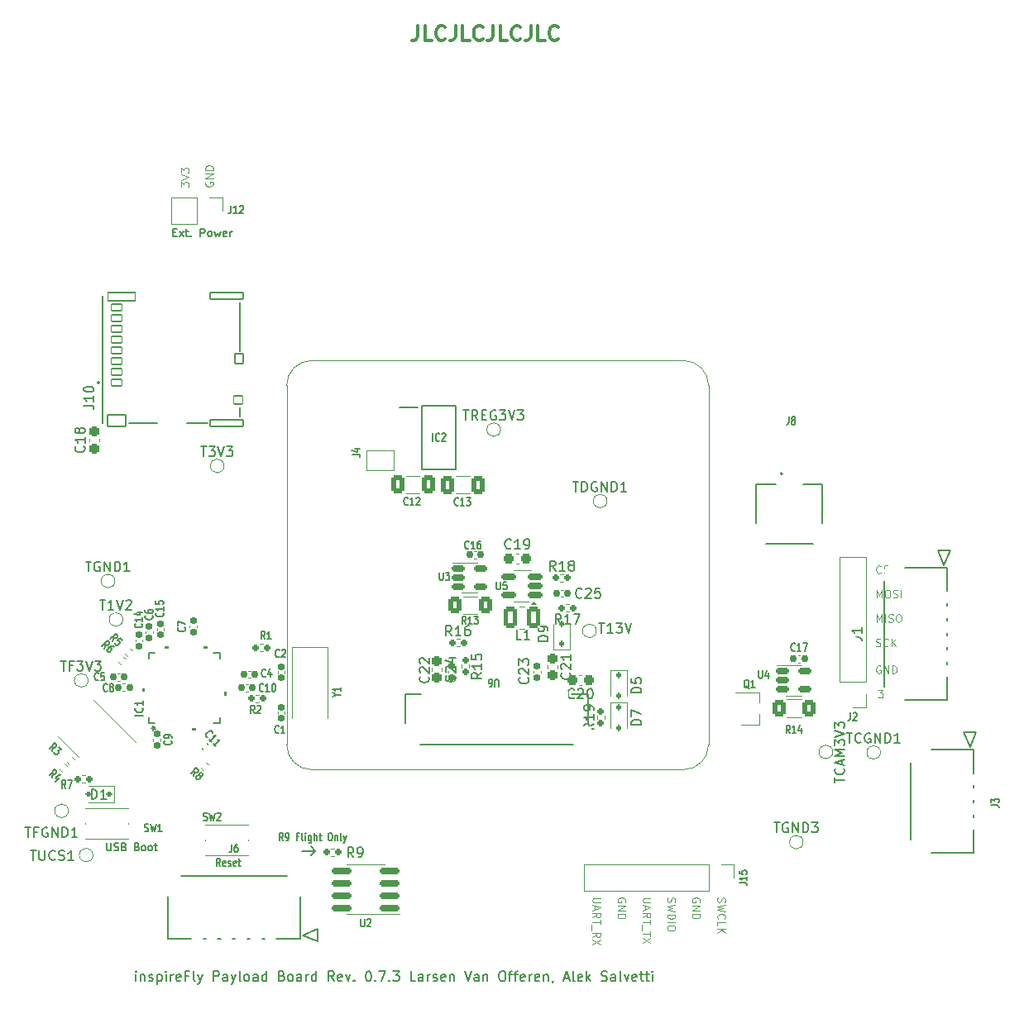
<source format=gbr>
%TF.GenerationSoftware,KiCad,Pcbnew,8.0.4*%
%TF.CreationDate,2024-11-09T01:48:31-05:00*%
%TF.ProjectId,payload_board,7061796c-6f61-4645-9f62-6f6172642e6b,0.7.4*%
%TF.SameCoordinates,Original*%
%TF.FileFunction,Legend,Top*%
%TF.FilePolarity,Positive*%
%FSLAX46Y46*%
G04 Gerber Fmt 4.6, Leading zero omitted, Abs format (unit mm)*
G04 Created by KiCad (PCBNEW 8.0.4) date 2024-11-09 01:48:31*
%MOMM*%
%LPD*%
G01*
G04 APERTURE LIST*
G04 Aperture macros list*
%AMRoundRect*
0 Rectangle with rounded corners*
0 $1 Rounding radius*
0 $2 $3 $4 $5 $6 $7 $8 $9 X,Y pos of 4 corners*
0 Add a 4 corners polygon primitive as box body*
4,1,4,$2,$3,$4,$5,$6,$7,$8,$9,$2,$3,0*
0 Add four circle primitives for the rounded corners*
1,1,$1+$1,$2,$3*
1,1,$1+$1,$4,$5*
1,1,$1+$1,$6,$7*
1,1,$1+$1,$8,$9*
0 Add four rect primitives between the rounded corners*
20,1,$1+$1,$2,$3,$4,$5,0*
20,1,$1+$1,$4,$5,$6,$7,0*
20,1,$1+$1,$6,$7,$8,$9,0*
20,1,$1+$1,$8,$9,$2,$3,0*%
%AMRotRect*
0 Rectangle, with rotation*
0 The origin of the aperture is its center*
0 $1 length*
0 $2 width*
0 $3 Rotation angle, in degrees counterclockwise*
0 Add horizontal line*
21,1,$1,$2,0,0,$3*%
%AMFreePoly0*
4,1,6,1.000000,0.000000,0.500000,-0.750000,-0.500000,-0.750000,-0.500000,0.750000,0.500000,0.750000,1.000000,0.000000,1.000000,0.000000,$1*%
%AMFreePoly1*
4,1,6,0.500000,-0.750000,-0.650000,-0.750000,-0.150000,0.000000,-0.650000,0.750000,0.500000,0.750000,0.500000,-0.750000,0.500000,-0.750000,$1*%
G04 Aperture macros list end*
%ADD10C,0.050000*%
%ADD11C,0.200000*%
%ADD12C,0.125000*%
%ADD13C,0.150000*%
%ADD14C,0.300000*%
%ADD15C,0.120000*%
%ADD16C,0.127000*%
%ADD17C,0.152400*%
%ADD18C,0.000000*%
%ADD19RoundRect,0.160000X0.160000X-0.197500X0.160000X0.197500X-0.160000X0.197500X-0.160000X-0.197500X0*%
%ADD20RoundRect,0.160000X0.197500X0.160000X-0.197500X0.160000X-0.197500X-0.160000X0.197500X-0.160000X0*%
%ADD21RoundRect,0.160000X-0.197500X-0.160000X0.197500X-0.160000X0.197500X0.160000X-0.197500X0.160000X0*%
%ADD22RoundRect,0.160000X-0.160000X0.197500X-0.160000X-0.197500X0.160000X-0.197500X0.160000X0.197500X0*%
%ADD23RoundRect,0.237500X-0.237500X0.300000X-0.237500X-0.300000X0.237500X-0.300000X0.237500X0.300000X0*%
%ADD24RoundRect,0.237500X-0.300000X-0.237500X0.300000X-0.237500X0.300000X0.237500X-0.300000X0.237500X0*%
%ADD25RoundRect,0.237500X0.300000X0.237500X-0.300000X0.237500X-0.300000X-0.237500X0.300000X-0.237500X0*%
%ADD26RoundRect,0.237500X0.237500X-0.300000X0.237500X0.300000X-0.237500X0.300000X-0.237500X-0.300000X0*%
%ADD27C,1.000000*%
%ADD28RoundRect,0.155000X0.212500X0.155000X-0.212500X0.155000X-0.212500X-0.155000X0.212500X-0.155000X0*%
%ADD29RoundRect,0.112500X-0.112500X0.187500X-0.112500X-0.187500X0.112500X-0.187500X0.112500X0.187500X0*%
%ADD30RoundRect,0.155000X-0.212500X-0.155000X0.212500X-0.155000X0.212500X0.155000X-0.212500X0.155000X0*%
%ADD31R,0.600000X1.000000*%
%ADD32R,1.250000X1.800000*%
%ADD33RoundRect,0.250000X0.400000X0.625000X-0.400000X0.625000X-0.400000X-0.625000X0.400000X-0.625000X0*%
%ADD34RoundRect,0.155000X-0.155000X0.212500X-0.155000X-0.212500X0.155000X-0.212500X0.155000X0.212500X0*%
%ADD35RoundRect,0.150000X-0.512500X-0.150000X0.512500X-0.150000X0.512500X0.150000X-0.512500X0.150000X0*%
%ADD36C,5.250000*%
%ADD37RoundRect,0.160000X0.252791X-0.026517X-0.026517X0.252791X-0.252791X0.026517X0.026517X-0.252791X0*%
%ADD38RoundRect,0.155000X0.155000X-0.212500X0.155000X0.212500X-0.155000X0.212500X-0.155000X-0.212500X0*%
%ADD39R,1.700000X1.700000*%
%ADD40O,1.700000X1.700000*%
%ADD41R,1.000000X0.600000*%
%ADD42R,1.800000X1.250000*%
%ADD43RoundRect,0.160000X-0.252791X0.026517X0.026517X-0.252791X0.252791X-0.026517X-0.026517X0.252791X0*%
%ADD44RoundRect,0.250000X-0.400000X-0.625000X0.400000X-0.625000X0.400000X0.625000X-0.400000X0.625000X0*%
%ADD45R,0.177800X1.002800*%
%ADD46R,0.188898X1.002800*%
%ADD47R,0.177800X0.752800*%
%ADD48R,0.752800X0.177800*%
%ADD49R,1.002800X0.177800*%
%ADD50R,1.002800X0.188900*%
%ADD51R,0.752800X0.188900*%
%ADD52R,0.188900X1.002800*%
%ADD53R,0.752800X0.177796*%
%ADD54R,3.200400X3.200400*%
%ADD55FreePoly0,180.000000*%
%ADD56FreePoly1,180.000000*%
%ADD57RoundRect,0.112500X0.112500X-0.187500X0.112500X0.187500X-0.112500X0.187500X-0.112500X-0.187500X0*%
%ADD58R,0.900000X0.800000*%
%ADD59RoundRect,0.112500X0.362392X-0.203293X-0.203293X0.362392X-0.362392X0.203293X0.203293X-0.362392X0*%
%ADD60RotRect,3.400000X4.000000X135.000000*%
%ADD61RoundRect,0.250000X0.412500X0.650000X-0.412500X0.650000X-0.412500X-0.650000X0.412500X-0.650000X0*%
%ADD62RoundRect,0.076200X0.550000X-0.350000X0.550000X0.350000X-0.550000X0.350000X-0.550000X-0.350000X0*%
%ADD63RoundRect,0.076200X0.465000X-0.450000X0.465000X0.450000X-0.465000X0.450000X-0.465000X-0.450000X0*%
%ADD64RoundRect,0.076200X0.390000X-0.525000X0.390000X0.525000X-0.390000X0.525000X-0.390000X-0.525000X0*%
%ADD65RoundRect,0.076200X0.915000X-0.570000X0.915000X0.570000X-0.915000X0.570000X-0.915000X-0.570000X0*%
%ADD66RoundRect,0.076200X1.400000X-0.430000X1.400000X0.430000X-1.400000X0.430000X-1.400000X-0.430000X0*%
%ADD67RoundRect,0.076200X1.665000X-0.350000X1.665000X0.350000X-1.665000X0.350000X-1.665000X-0.350000X0*%
%ADD68R,1.524000X1.701800*%
%ADD69R,0.254000X0.812800*%
%ADD70RoundRect,0.112500X0.187500X0.112500X-0.187500X0.112500X-0.187500X-0.112500X0.187500X-0.112500X0*%
%ADD71R,2.400000X3.500000*%
%ADD72R,1.850000X0.900000*%
%ADD73R,1.850000X3.200000*%
%ADD74RoundRect,0.150000X0.825000X0.150000X-0.825000X0.150000X-0.825000X-0.150000X0.825000X-0.150000X0*%
%ADD75R,0.900000X1.000000*%
%ADD76RoundRect,0.155000X-0.259862X0.040659X0.040659X-0.259862X0.259862X-0.040659X-0.040659X0.259862X0*%
%ADD77RoundRect,0.162500X0.617500X0.162500X-0.617500X0.162500X-0.617500X-0.162500X0.617500X-0.162500X0*%
%ADD78RoundRect,0.250001X-0.462499X-0.849999X0.462499X-0.849999X0.462499X0.849999X-0.462499X0.849999X0*%
%ADD79RoundRect,0.250000X-0.412500X-0.650000X0.412500X-0.650000X0.412500X0.650000X-0.412500X0.650000X0*%
%ADD80O,2.568400X1.360400*%
G04 APERTURE END LIST*
D10*
X82050000Y-48100000D02*
X43950000Y-48100000D01*
D11*
X42980000Y-98350000D02*
X44340000Y-98350000D01*
D10*
X84590000Y-87470000D02*
G75*
G02*
X82050000Y-90010000I-2540000J0D01*
G01*
X82050000Y-48100000D02*
G75*
G02*
X84590000Y-50640000I0J-2540000D01*
G01*
D11*
X44340000Y-98350000D02*
X43864295Y-98825705D01*
D10*
X84590000Y-87470000D02*
X84590000Y-50640000D01*
D11*
X43870000Y-97880000D02*
X44340000Y-98350000D01*
D10*
X43950000Y-90010000D02*
X82050000Y-90010000D01*
X43950000Y-90010000D02*
G75*
G02*
X41410000Y-87470000I0J2540000D01*
G01*
X41410000Y-50640000D02*
G75*
G02*
X43950000Y-48100000I2540000J0D01*
G01*
X41410000Y-50640000D02*
X41410000Y-87470000D01*
D12*
X80392500Y-103134616D02*
X80354404Y-103248902D01*
X80354404Y-103248902D02*
X80354404Y-103439378D01*
X80354404Y-103439378D02*
X80392500Y-103515569D01*
X80392500Y-103515569D02*
X80430595Y-103553664D01*
X80430595Y-103553664D02*
X80506785Y-103591759D01*
X80506785Y-103591759D02*
X80582976Y-103591759D01*
X80582976Y-103591759D02*
X80659166Y-103553664D01*
X80659166Y-103553664D02*
X80697261Y-103515569D01*
X80697261Y-103515569D02*
X80735357Y-103439378D01*
X80735357Y-103439378D02*
X80773452Y-103286997D01*
X80773452Y-103286997D02*
X80811547Y-103210807D01*
X80811547Y-103210807D02*
X80849642Y-103172712D01*
X80849642Y-103172712D02*
X80925833Y-103134616D01*
X80925833Y-103134616D02*
X81002023Y-103134616D01*
X81002023Y-103134616D02*
X81078214Y-103172712D01*
X81078214Y-103172712D02*
X81116309Y-103210807D01*
X81116309Y-103210807D02*
X81154404Y-103286997D01*
X81154404Y-103286997D02*
X81154404Y-103477474D01*
X81154404Y-103477474D02*
X81116309Y-103591759D01*
X81154404Y-103858426D02*
X80354404Y-104048902D01*
X80354404Y-104048902D02*
X80925833Y-104201283D01*
X80925833Y-104201283D02*
X80354404Y-104353664D01*
X80354404Y-104353664D02*
X81154404Y-104544141D01*
X80354404Y-104848903D02*
X81154404Y-104848903D01*
X81154404Y-104848903D02*
X81154404Y-105039379D01*
X81154404Y-105039379D02*
X81116309Y-105153665D01*
X81116309Y-105153665D02*
X81040119Y-105229855D01*
X81040119Y-105229855D02*
X80963928Y-105267950D01*
X80963928Y-105267950D02*
X80811547Y-105306046D01*
X80811547Y-105306046D02*
X80697261Y-105306046D01*
X80697261Y-105306046D02*
X80544880Y-105267950D01*
X80544880Y-105267950D02*
X80468690Y-105229855D01*
X80468690Y-105229855D02*
X80392500Y-105153665D01*
X80392500Y-105153665D02*
X80354404Y-105039379D01*
X80354404Y-105039379D02*
X80354404Y-104848903D01*
X80354404Y-105648903D02*
X81154404Y-105648903D01*
X81154404Y-106182236D02*
X81154404Y-106334617D01*
X81154404Y-106334617D02*
X81116309Y-106410807D01*
X81116309Y-106410807D02*
X81040119Y-106486998D01*
X81040119Y-106486998D02*
X80887738Y-106525093D01*
X80887738Y-106525093D02*
X80621071Y-106525093D01*
X80621071Y-106525093D02*
X80468690Y-106486998D01*
X80468690Y-106486998D02*
X80392500Y-106410807D01*
X80392500Y-106410807D02*
X80354404Y-106334617D01*
X80354404Y-106334617D02*
X80354404Y-106182236D01*
X80354404Y-106182236D02*
X80392500Y-106106045D01*
X80392500Y-106106045D02*
X80468690Y-106029855D01*
X80468690Y-106029855D02*
X80621071Y-105991759D01*
X80621071Y-105991759D02*
X80887738Y-105991759D01*
X80887738Y-105991759D02*
X81040119Y-106029855D01*
X81040119Y-106029855D02*
X81116309Y-106106045D01*
X81116309Y-106106045D02*
X81154404Y-106182236D01*
D13*
X23017255Y-97524295D02*
X23017255Y-98171914D01*
X23017255Y-98171914D02*
X23052969Y-98248104D01*
X23052969Y-98248104D02*
X23088684Y-98286200D01*
X23088684Y-98286200D02*
X23160112Y-98324295D01*
X23160112Y-98324295D02*
X23302969Y-98324295D01*
X23302969Y-98324295D02*
X23374398Y-98286200D01*
X23374398Y-98286200D02*
X23410112Y-98248104D01*
X23410112Y-98248104D02*
X23445826Y-98171914D01*
X23445826Y-98171914D02*
X23445826Y-97524295D01*
X23767255Y-98286200D02*
X23874398Y-98324295D01*
X23874398Y-98324295D02*
X24052969Y-98324295D01*
X24052969Y-98324295D02*
X24124398Y-98286200D01*
X24124398Y-98286200D02*
X24160112Y-98248104D01*
X24160112Y-98248104D02*
X24195826Y-98171914D01*
X24195826Y-98171914D02*
X24195826Y-98095723D01*
X24195826Y-98095723D02*
X24160112Y-98019533D01*
X24160112Y-98019533D02*
X24124398Y-97981438D01*
X24124398Y-97981438D02*
X24052969Y-97943342D01*
X24052969Y-97943342D02*
X23910112Y-97905247D01*
X23910112Y-97905247D02*
X23838683Y-97867152D01*
X23838683Y-97867152D02*
X23802969Y-97829057D01*
X23802969Y-97829057D02*
X23767255Y-97752866D01*
X23767255Y-97752866D02*
X23767255Y-97676676D01*
X23767255Y-97676676D02*
X23802969Y-97600485D01*
X23802969Y-97600485D02*
X23838683Y-97562390D01*
X23838683Y-97562390D02*
X23910112Y-97524295D01*
X23910112Y-97524295D02*
X24088683Y-97524295D01*
X24088683Y-97524295D02*
X24195826Y-97562390D01*
X24767255Y-97905247D02*
X24874398Y-97943342D01*
X24874398Y-97943342D02*
X24910112Y-97981438D01*
X24910112Y-97981438D02*
X24945826Y-98057628D01*
X24945826Y-98057628D02*
X24945826Y-98171914D01*
X24945826Y-98171914D02*
X24910112Y-98248104D01*
X24910112Y-98248104D02*
X24874398Y-98286200D01*
X24874398Y-98286200D02*
X24802969Y-98324295D01*
X24802969Y-98324295D02*
X24517255Y-98324295D01*
X24517255Y-98324295D02*
X24517255Y-97524295D01*
X24517255Y-97524295D02*
X24767255Y-97524295D01*
X24767255Y-97524295D02*
X24838684Y-97562390D01*
X24838684Y-97562390D02*
X24874398Y-97600485D01*
X24874398Y-97600485D02*
X24910112Y-97676676D01*
X24910112Y-97676676D02*
X24910112Y-97752866D01*
X24910112Y-97752866D02*
X24874398Y-97829057D01*
X24874398Y-97829057D02*
X24838684Y-97867152D01*
X24838684Y-97867152D02*
X24767255Y-97905247D01*
X24767255Y-97905247D02*
X24517255Y-97905247D01*
X26088684Y-97905247D02*
X26195827Y-97943342D01*
X26195827Y-97943342D02*
X26231541Y-97981438D01*
X26231541Y-97981438D02*
X26267255Y-98057628D01*
X26267255Y-98057628D02*
X26267255Y-98171914D01*
X26267255Y-98171914D02*
X26231541Y-98248104D01*
X26231541Y-98248104D02*
X26195827Y-98286200D01*
X26195827Y-98286200D02*
X26124398Y-98324295D01*
X26124398Y-98324295D02*
X25838684Y-98324295D01*
X25838684Y-98324295D02*
X25838684Y-97524295D01*
X25838684Y-97524295D02*
X26088684Y-97524295D01*
X26088684Y-97524295D02*
X26160113Y-97562390D01*
X26160113Y-97562390D02*
X26195827Y-97600485D01*
X26195827Y-97600485D02*
X26231541Y-97676676D01*
X26231541Y-97676676D02*
X26231541Y-97752866D01*
X26231541Y-97752866D02*
X26195827Y-97829057D01*
X26195827Y-97829057D02*
X26160113Y-97867152D01*
X26160113Y-97867152D02*
X26088684Y-97905247D01*
X26088684Y-97905247D02*
X25838684Y-97905247D01*
X26695827Y-98324295D02*
X26624398Y-98286200D01*
X26624398Y-98286200D02*
X26588684Y-98248104D01*
X26588684Y-98248104D02*
X26552970Y-98171914D01*
X26552970Y-98171914D02*
X26552970Y-97943342D01*
X26552970Y-97943342D02*
X26588684Y-97867152D01*
X26588684Y-97867152D02*
X26624398Y-97829057D01*
X26624398Y-97829057D02*
X26695827Y-97790961D01*
X26695827Y-97790961D02*
X26802970Y-97790961D01*
X26802970Y-97790961D02*
X26874398Y-97829057D01*
X26874398Y-97829057D02*
X26910113Y-97867152D01*
X26910113Y-97867152D02*
X26945827Y-97943342D01*
X26945827Y-97943342D02*
X26945827Y-98171914D01*
X26945827Y-98171914D02*
X26910113Y-98248104D01*
X26910113Y-98248104D02*
X26874398Y-98286200D01*
X26874398Y-98286200D02*
X26802970Y-98324295D01*
X26802970Y-98324295D02*
X26695827Y-98324295D01*
X27374398Y-98324295D02*
X27302969Y-98286200D01*
X27302969Y-98286200D02*
X27267255Y-98248104D01*
X27267255Y-98248104D02*
X27231541Y-98171914D01*
X27231541Y-98171914D02*
X27231541Y-97943342D01*
X27231541Y-97943342D02*
X27267255Y-97867152D01*
X27267255Y-97867152D02*
X27302969Y-97829057D01*
X27302969Y-97829057D02*
X27374398Y-97790961D01*
X27374398Y-97790961D02*
X27481541Y-97790961D01*
X27481541Y-97790961D02*
X27552969Y-97829057D01*
X27552969Y-97829057D02*
X27588684Y-97867152D01*
X27588684Y-97867152D02*
X27624398Y-97943342D01*
X27624398Y-97943342D02*
X27624398Y-98171914D01*
X27624398Y-98171914D02*
X27588684Y-98248104D01*
X27588684Y-98248104D02*
X27552969Y-98286200D01*
X27552969Y-98286200D02*
X27481541Y-98324295D01*
X27481541Y-98324295D02*
X27374398Y-98324295D01*
X27838683Y-97790961D02*
X28124397Y-97790961D01*
X27945826Y-97524295D02*
X27945826Y-98210009D01*
X27945826Y-98210009D02*
X27981540Y-98286200D01*
X27981540Y-98286200D02*
X28052969Y-98324295D01*
X28052969Y-98324295D02*
X28124397Y-98324295D01*
D12*
X102229855Y-69819404D02*
X102191759Y-69857500D01*
X102191759Y-69857500D02*
X102077474Y-69895595D01*
X102077474Y-69895595D02*
X102001283Y-69895595D01*
X102001283Y-69895595D02*
X101886997Y-69857500D01*
X101886997Y-69857500D02*
X101810807Y-69781309D01*
X101810807Y-69781309D02*
X101772712Y-69705119D01*
X101772712Y-69705119D02*
X101734616Y-69552738D01*
X101734616Y-69552738D02*
X101734616Y-69438452D01*
X101734616Y-69438452D02*
X101772712Y-69286071D01*
X101772712Y-69286071D02*
X101810807Y-69209880D01*
X101810807Y-69209880D02*
X101886997Y-69133690D01*
X101886997Y-69133690D02*
X102001283Y-69095595D01*
X102001283Y-69095595D02*
X102077474Y-69095595D01*
X102077474Y-69095595D02*
X102191759Y-69133690D01*
X102191759Y-69133690D02*
X102229855Y-69171785D01*
X102534616Y-69857500D02*
X102648902Y-69895595D01*
X102648902Y-69895595D02*
X102839378Y-69895595D01*
X102839378Y-69895595D02*
X102915569Y-69857500D01*
X102915569Y-69857500D02*
X102953664Y-69819404D01*
X102953664Y-69819404D02*
X102991759Y-69743214D01*
X102991759Y-69743214D02*
X102991759Y-69667023D01*
X102991759Y-69667023D02*
X102953664Y-69590833D01*
X102953664Y-69590833D02*
X102915569Y-69552738D01*
X102915569Y-69552738D02*
X102839378Y-69514642D01*
X102839378Y-69514642D02*
X102686997Y-69476547D01*
X102686997Y-69476547D02*
X102610807Y-69438452D01*
X102610807Y-69438452D02*
X102572712Y-69400357D01*
X102572712Y-69400357D02*
X102534616Y-69324166D01*
X102534616Y-69324166D02*
X102534616Y-69247976D01*
X102534616Y-69247976D02*
X102572712Y-69171785D01*
X102572712Y-69171785D02*
X102610807Y-69133690D01*
X102610807Y-69133690D02*
X102686997Y-69095595D01*
X102686997Y-69095595D02*
X102877474Y-69095595D01*
X102877474Y-69095595D02*
X102991759Y-69133690D01*
X78654404Y-103172712D02*
X78006785Y-103172712D01*
X78006785Y-103172712D02*
X77930595Y-103210807D01*
X77930595Y-103210807D02*
X77892500Y-103248902D01*
X77892500Y-103248902D02*
X77854404Y-103325093D01*
X77854404Y-103325093D02*
X77854404Y-103477474D01*
X77854404Y-103477474D02*
X77892500Y-103553664D01*
X77892500Y-103553664D02*
X77930595Y-103591759D01*
X77930595Y-103591759D02*
X78006785Y-103629855D01*
X78006785Y-103629855D02*
X78654404Y-103629855D01*
X78082976Y-103972711D02*
X78082976Y-104353664D01*
X77854404Y-103896521D02*
X78654404Y-104163188D01*
X78654404Y-104163188D02*
X77854404Y-104429854D01*
X77854404Y-105153664D02*
X78235357Y-104886997D01*
X77854404Y-104696521D02*
X78654404Y-104696521D01*
X78654404Y-104696521D02*
X78654404Y-105001283D01*
X78654404Y-105001283D02*
X78616309Y-105077473D01*
X78616309Y-105077473D02*
X78578214Y-105115568D01*
X78578214Y-105115568D02*
X78502023Y-105153664D01*
X78502023Y-105153664D02*
X78387738Y-105153664D01*
X78387738Y-105153664D02*
X78311547Y-105115568D01*
X78311547Y-105115568D02*
X78273452Y-105077473D01*
X78273452Y-105077473D02*
X78235357Y-105001283D01*
X78235357Y-105001283D02*
X78235357Y-104696521D01*
X78654404Y-105382235D02*
X78654404Y-105839378D01*
X77854404Y-105610806D02*
X78654404Y-105610806D01*
X77778214Y-105915569D02*
X77778214Y-106525092D01*
X78654404Y-106601283D02*
X78654404Y-107058426D01*
X77854404Y-106829854D02*
X78654404Y-106829854D01*
X78654404Y-107248902D02*
X77854404Y-107782236D01*
X78654404Y-107782236D02*
X77854404Y-107248902D01*
X101734616Y-77357500D02*
X101848902Y-77395595D01*
X101848902Y-77395595D02*
X102039378Y-77395595D01*
X102039378Y-77395595D02*
X102115569Y-77357500D01*
X102115569Y-77357500D02*
X102153664Y-77319404D01*
X102153664Y-77319404D02*
X102191759Y-77243214D01*
X102191759Y-77243214D02*
X102191759Y-77167023D01*
X102191759Y-77167023D02*
X102153664Y-77090833D01*
X102153664Y-77090833D02*
X102115569Y-77052738D01*
X102115569Y-77052738D02*
X102039378Y-77014642D01*
X102039378Y-77014642D02*
X101886997Y-76976547D01*
X101886997Y-76976547D02*
X101810807Y-76938452D01*
X101810807Y-76938452D02*
X101772712Y-76900357D01*
X101772712Y-76900357D02*
X101734616Y-76824166D01*
X101734616Y-76824166D02*
X101734616Y-76747976D01*
X101734616Y-76747976D02*
X101772712Y-76671785D01*
X101772712Y-76671785D02*
X101810807Y-76633690D01*
X101810807Y-76633690D02*
X101886997Y-76595595D01*
X101886997Y-76595595D02*
X102077474Y-76595595D01*
X102077474Y-76595595D02*
X102191759Y-76633690D01*
X102991760Y-77319404D02*
X102953664Y-77357500D01*
X102953664Y-77357500D02*
X102839379Y-77395595D01*
X102839379Y-77395595D02*
X102763188Y-77395595D01*
X102763188Y-77395595D02*
X102648902Y-77357500D01*
X102648902Y-77357500D02*
X102572712Y-77281309D01*
X102572712Y-77281309D02*
X102534617Y-77205119D01*
X102534617Y-77205119D02*
X102496521Y-77052738D01*
X102496521Y-77052738D02*
X102496521Y-76938452D01*
X102496521Y-76938452D02*
X102534617Y-76786071D01*
X102534617Y-76786071D02*
X102572712Y-76709880D01*
X102572712Y-76709880D02*
X102648902Y-76633690D01*
X102648902Y-76633690D02*
X102763188Y-76595595D01*
X102763188Y-76595595D02*
X102839379Y-76595595D01*
X102839379Y-76595595D02*
X102953664Y-76633690D01*
X102953664Y-76633690D02*
X102991760Y-76671785D01*
X103334617Y-77395595D02*
X103334617Y-76595595D01*
X103791760Y-77395595D02*
X103448902Y-76938452D01*
X103791760Y-76595595D02*
X103334617Y-77052738D01*
D13*
X25966779Y-111669819D02*
X25966779Y-111003152D01*
X25966779Y-110669819D02*
X25919160Y-110717438D01*
X25919160Y-110717438D02*
X25966779Y-110765057D01*
X25966779Y-110765057D02*
X26014398Y-110717438D01*
X26014398Y-110717438D02*
X25966779Y-110669819D01*
X25966779Y-110669819D02*
X25966779Y-110765057D01*
X26442969Y-111003152D02*
X26442969Y-111669819D01*
X26442969Y-111098390D02*
X26490588Y-111050771D01*
X26490588Y-111050771D02*
X26585826Y-111003152D01*
X26585826Y-111003152D02*
X26728683Y-111003152D01*
X26728683Y-111003152D02*
X26823921Y-111050771D01*
X26823921Y-111050771D02*
X26871540Y-111146009D01*
X26871540Y-111146009D02*
X26871540Y-111669819D01*
X27300112Y-111622200D02*
X27395350Y-111669819D01*
X27395350Y-111669819D02*
X27585826Y-111669819D01*
X27585826Y-111669819D02*
X27681064Y-111622200D01*
X27681064Y-111622200D02*
X27728683Y-111526961D01*
X27728683Y-111526961D02*
X27728683Y-111479342D01*
X27728683Y-111479342D02*
X27681064Y-111384104D01*
X27681064Y-111384104D02*
X27585826Y-111336485D01*
X27585826Y-111336485D02*
X27442969Y-111336485D01*
X27442969Y-111336485D02*
X27347731Y-111288866D01*
X27347731Y-111288866D02*
X27300112Y-111193628D01*
X27300112Y-111193628D02*
X27300112Y-111146009D01*
X27300112Y-111146009D02*
X27347731Y-111050771D01*
X27347731Y-111050771D02*
X27442969Y-111003152D01*
X27442969Y-111003152D02*
X27585826Y-111003152D01*
X27585826Y-111003152D02*
X27681064Y-111050771D01*
X28157255Y-111003152D02*
X28157255Y-112003152D01*
X28157255Y-111050771D02*
X28252493Y-111003152D01*
X28252493Y-111003152D02*
X28442969Y-111003152D01*
X28442969Y-111003152D02*
X28538207Y-111050771D01*
X28538207Y-111050771D02*
X28585826Y-111098390D01*
X28585826Y-111098390D02*
X28633445Y-111193628D01*
X28633445Y-111193628D02*
X28633445Y-111479342D01*
X28633445Y-111479342D02*
X28585826Y-111574580D01*
X28585826Y-111574580D02*
X28538207Y-111622200D01*
X28538207Y-111622200D02*
X28442969Y-111669819D01*
X28442969Y-111669819D02*
X28252493Y-111669819D01*
X28252493Y-111669819D02*
X28157255Y-111622200D01*
X29062017Y-111669819D02*
X29062017Y-111003152D01*
X29062017Y-110669819D02*
X29014398Y-110717438D01*
X29014398Y-110717438D02*
X29062017Y-110765057D01*
X29062017Y-110765057D02*
X29109636Y-110717438D01*
X29109636Y-110717438D02*
X29062017Y-110669819D01*
X29062017Y-110669819D02*
X29062017Y-110765057D01*
X29538207Y-111669819D02*
X29538207Y-111003152D01*
X29538207Y-111193628D02*
X29585826Y-111098390D01*
X29585826Y-111098390D02*
X29633445Y-111050771D01*
X29633445Y-111050771D02*
X29728683Y-111003152D01*
X29728683Y-111003152D02*
X29823921Y-111003152D01*
X30538207Y-111622200D02*
X30442969Y-111669819D01*
X30442969Y-111669819D02*
X30252493Y-111669819D01*
X30252493Y-111669819D02*
X30157255Y-111622200D01*
X30157255Y-111622200D02*
X30109636Y-111526961D01*
X30109636Y-111526961D02*
X30109636Y-111146009D01*
X30109636Y-111146009D02*
X30157255Y-111050771D01*
X30157255Y-111050771D02*
X30252493Y-111003152D01*
X30252493Y-111003152D02*
X30442969Y-111003152D01*
X30442969Y-111003152D02*
X30538207Y-111050771D01*
X30538207Y-111050771D02*
X30585826Y-111146009D01*
X30585826Y-111146009D02*
X30585826Y-111241247D01*
X30585826Y-111241247D02*
X30109636Y-111336485D01*
X31347731Y-111146009D02*
X31014398Y-111146009D01*
X31014398Y-111669819D02*
X31014398Y-110669819D01*
X31014398Y-110669819D02*
X31490588Y-110669819D01*
X32014398Y-111669819D02*
X31919160Y-111622200D01*
X31919160Y-111622200D02*
X31871541Y-111526961D01*
X31871541Y-111526961D02*
X31871541Y-110669819D01*
X32300113Y-111003152D02*
X32538208Y-111669819D01*
X32776303Y-111003152D02*
X32538208Y-111669819D01*
X32538208Y-111669819D02*
X32442970Y-111907914D01*
X32442970Y-111907914D02*
X32395351Y-111955533D01*
X32395351Y-111955533D02*
X32300113Y-112003152D01*
X33919161Y-111669819D02*
X33919161Y-110669819D01*
X33919161Y-110669819D02*
X34300113Y-110669819D01*
X34300113Y-110669819D02*
X34395351Y-110717438D01*
X34395351Y-110717438D02*
X34442970Y-110765057D01*
X34442970Y-110765057D02*
X34490589Y-110860295D01*
X34490589Y-110860295D02*
X34490589Y-111003152D01*
X34490589Y-111003152D02*
X34442970Y-111098390D01*
X34442970Y-111098390D02*
X34395351Y-111146009D01*
X34395351Y-111146009D02*
X34300113Y-111193628D01*
X34300113Y-111193628D02*
X33919161Y-111193628D01*
X35347732Y-111669819D02*
X35347732Y-111146009D01*
X35347732Y-111146009D02*
X35300113Y-111050771D01*
X35300113Y-111050771D02*
X35204875Y-111003152D01*
X35204875Y-111003152D02*
X35014399Y-111003152D01*
X35014399Y-111003152D02*
X34919161Y-111050771D01*
X35347732Y-111622200D02*
X35252494Y-111669819D01*
X35252494Y-111669819D02*
X35014399Y-111669819D01*
X35014399Y-111669819D02*
X34919161Y-111622200D01*
X34919161Y-111622200D02*
X34871542Y-111526961D01*
X34871542Y-111526961D02*
X34871542Y-111431723D01*
X34871542Y-111431723D02*
X34919161Y-111336485D01*
X34919161Y-111336485D02*
X35014399Y-111288866D01*
X35014399Y-111288866D02*
X35252494Y-111288866D01*
X35252494Y-111288866D02*
X35347732Y-111241247D01*
X35728685Y-111003152D02*
X35966780Y-111669819D01*
X36204875Y-111003152D02*
X35966780Y-111669819D01*
X35966780Y-111669819D02*
X35871542Y-111907914D01*
X35871542Y-111907914D02*
X35823923Y-111955533D01*
X35823923Y-111955533D02*
X35728685Y-112003152D01*
X36728685Y-111669819D02*
X36633447Y-111622200D01*
X36633447Y-111622200D02*
X36585828Y-111526961D01*
X36585828Y-111526961D02*
X36585828Y-110669819D01*
X37252495Y-111669819D02*
X37157257Y-111622200D01*
X37157257Y-111622200D02*
X37109638Y-111574580D01*
X37109638Y-111574580D02*
X37062019Y-111479342D01*
X37062019Y-111479342D02*
X37062019Y-111193628D01*
X37062019Y-111193628D02*
X37109638Y-111098390D01*
X37109638Y-111098390D02*
X37157257Y-111050771D01*
X37157257Y-111050771D02*
X37252495Y-111003152D01*
X37252495Y-111003152D02*
X37395352Y-111003152D01*
X37395352Y-111003152D02*
X37490590Y-111050771D01*
X37490590Y-111050771D02*
X37538209Y-111098390D01*
X37538209Y-111098390D02*
X37585828Y-111193628D01*
X37585828Y-111193628D02*
X37585828Y-111479342D01*
X37585828Y-111479342D02*
X37538209Y-111574580D01*
X37538209Y-111574580D02*
X37490590Y-111622200D01*
X37490590Y-111622200D02*
X37395352Y-111669819D01*
X37395352Y-111669819D02*
X37252495Y-111669819D01*
X38442971Y-111669819D02*
X38442971Y-111146009D01*
X38442971Y-111146009D02*
X38395352Y-111050771D01*
X38395352Y-111050771D02*
X38300114Y-111003152D01*
X38300114Y-111003152D02*
X38109638Y-111003152D01*
X38109638Y-111003152D02*
X38014400Y-111050771D01*
X38442971Y-111622200D02*
X38347733Y-111669819D01*
X38347733Y-111669819D02*
X38109638Y-111669819D01*
X38109638Y-111669819D02*
X38014400Y-111622200D01*
X38014400Y-111622200D02*
X37966781Y-111526961D01*
X37966781Y-111526961D02*
X37966781Y-111431723D01*
X37966781Y-111431723D02*
X38014400Y-111336485D01*
X38014400Y-111336485D02*
X38109638Y-111288866D01*
X38109638Y-111288866D02*
X38347733Y-111288866D01*
X38347733Y-111288866D02*
X38442971Y-111241247D01*
X39347733Y-111669819D02*
X39347733Y-110669819D01*
X39347733Y-111622200D02*
X39252495Y-111669819D01*
X39252495Y-111669819D02*
X39062019Y-111669819D01*
X39062019Y-111669819D02*
X38966781Y-111622200D01*
X38966781Y-111622200D02*
X38919162Y-111574580D01*
X38919162Y-111574580D02*
X38871543Y-111479342D01*
X38871543Y-111479342D02*
X38871543Y-111193628D01*
X38871543Y-111193628D02*
X38919162Y-111098390D01*
X38919162Y-111098390D02*
X38966781Y-111050771D01*
X38966781Y-111050771D02*
X39062019Y-111003152D01*
X39062019Y-111003152D02*
X39252495Y-111003152D01*
X39252495Y-111003152D02*
X39347733Y-111050771D01*
X40919162Y-111146009D02*
X41062019Y-111193628D01*
X41062019Y-111193628D02*
X41109638Y-111241247D01*
X41109638Y-111241247D02*
X41157257Y-111336485D01*
X41157257Y-111336485D02*
X41157257Y-111479342D01*
X41157257Y-111479342D02*
X41109638Y-111574580D01*
X41109638Y-111574580D02*
X41062019Y-111622200D01*
X41062019Y-111622200D02*
X40966781Y-111669819D01*
X40966781Y-111669819D02*
X40585829Y-111669819D01*
X40585829Y-111669819D02*
X40585829Y-110669819D01*
X40585829Y-110669819D02*
X40919162Y-110669819D01*
X40919162Y-110669819D02*
X41014400Y-110717438D01*
X41014400Y-110717438D02*
X41062019Y-110765057D01*
X41062019Y-110765057D02*
X41109638Y-110860295D01*
X41109638Y-110860295D02*
X41109638Y-110955533D01*
X41109638Y-110955533D02*
X41062019Y-111050771D01*
X41062019Y-111050771D02*
X41014400Y-111098390D01*
X41014400Y-111098390D02*
X40919162Y-111146009D01*
X40919162Y-111146009D02*
X40585829Y-111146009D01*
X41728686Y-111669819D02*
X41633448Y-111622200D01*
X41633448Y-111622200D02*
X41585829Y-111574580D01*
X41585829Y-111574580D02*
X41538210Y-111479342D01*
X41538210Y-111479342D02*
X41538210Y-111193628D01*
X41538210Y-111193628D02*
X41585829Y-111098390D01*
X41585829Y-111098390D02*
X41633448Y-111050771D01*
X41633448Y-111050771D02*
X41728686Y-111003152D01*
X41728686Y-111003152D02*
X41871543Y-111003152D01*
X41871543Y-111003152D02*
X41966781Y-111050771D01*
X41966781Y-111050771D02*
X42014400Y-111098390D01*
X42014400Y-111098390D02*
X42062019Y-111193628D01*
X42062019Y-111193628D02*
X42062019Y-111479342D01*
X42062019Y-111479342D02*
X42014400Y-111574580D01*
X42014400Y-111574580D02*
X41966781Y-111622200D01*
X41966781Y-111622200D02*
X41871543Y-111669819D01*
X41871543Y-111669819D02*
X41728686Y-111669819D01*
X42919162Y-111669819D02*
X42919162Y-111146009D01*
X42919162Y-111146009D02*
X42871543Y-111050771D01*
X42871543Y-111050771D02*
X42776305Y-111003152D01*
X42776305Y-111003152D02*
X42585829Y-111003152D01*
X42585829Y-111003152D02*
X42490591Y-111050771D01*
X42919162Y-111622200D02*
X42823924Y-111669819D01*
X42823924Y-111669819D02*
X42585829Y-111669819D01*
X42585829Y-111669819D02*
X42490591Y-111622200D01*
X42490591Y-111622200D02*
X42442972Y-111526961D01*
X42442972Y-111526961D02*
X42442972Y-111431723D01*
X42442972Y-111431723D02*
X42490591Y-111336485D01*
X42490591Y-111336485D02*
X42585829Y-111288866D01*
X42585829Y-111288866D02*
X42823924Y-111288866D01*
X42823924Y-111288866D02*
X42919162Y-111241247D01*
X43395353Y-111669819D02*
X43395353Y-111003152D01*
X43395353Y-111193628D02*
X43442972Y-111098390D01*
X43442972Y-111098390D02*
X43490591Y-111050771D01*
X43490591Y-111050771D02*
X43585829Y-111003152D01*
X43585829Y-111003152D02*
X43681067Y-111003152D01*
X44442972Y-111669819D02*
X44442972Y-110669819D01*
X44442972Y-111622200D02*
X44347734Y-111669819D01*
X44347734Y-111669819D02*
X44157258Y-111669819D01*
X44157258Y-111669819D02*
X44062020Y-111622200D01*
X44062020Y-111622200D02*
X44014401Y-111574580D01*
X44014401Y-111574580D02*
X43966782Y-111479342D01*
X43966782Y-111479342D02*
X43966782Y-111193628D01*
X43966782Y-111193628D02*
X44014401Y-111098390D01*
X44014401Y-111098390D02*
X44062020Y-111050771D01*
X44062020Y-111050771D02*
X44157258Y-111003152D01*
X44157258Y-111003152D02*
X44347734Y-111003152D01*
X44347734Y-111003152D02*
X44442972Y-111050771D01*
X46252496Y-111669819D02*
X45919163Y-111193628D01*
X45681068Y-111669819D02*
X45681068Y-110669819D01*
X45681068Y-110669819D02*
X46062020Y-110669819D01*
X46062020Y-110669819D02*
X46157258Y-110717438D01*
X46157258Y-110717438D02*
X46204877Y-110765057D01*
X46204877Y-110765057D02*
X46252496Y-110860295D01*
X46252496Y-110860295D02*
X46252496Y-111003152D01*
X46252496Y-111003152D02*
X46204877Y-111098390D01*
X46204877Y-111098390D02*
X46157258Y-111146009D01*
X46157258Y-111146009D02*
X46062020Y-111193628D01*
X46062020Y-111193628D02*
X45681068Y-111193628D01*
X47062020Y-111622200D02*
X46966782Y-111669819D01*
X46966782Y-111669819D02*
X46776306Y-111669819D01*
X46776306Y-111669819D02*
X46681068Y-111622200D01*
X46681068Y-111622200D02*
X46633449Y-111526961D01*
X46633449Y-111526961D02*
X46633449Y-111146009D01*
X46633449Y-111146009D02*
X46681068Y-111050771D01*
X46681068Y-111050771D02*
X46776306Y-111003152D01*
X46776306Y-111003152D02*
X46966782Y-111003152D01*
X46966782Y-111003152D02*
X47062020Y-111050771D01*
X47062020Y-111050771D02*
X47109639Y-111146009D01*
X47109639Y-111146009D02*
X47109639Y-111241247D01*
X47109639Y-111241247D02*
X46633449Y-111336485D01*
X47442973Y-111003152D02*
X47681068Y-111669819D01*
X47681068Y-111669819D02*
X47919163Y-111003152D01*
X48300116Y-111574580D02*
X48347735Y-111622200D01*
X48347735Y-111622200D02*
X48300116Y-111669819D01*
X48300116Y-111669819D02*
X48252497Y-111622200D01*
X48252497Y-111622200D02*
X48300116Y-111574580D01*
X48300116Y-111574580D02*
X48300116Y-111669819D01*
X49728687Y-110669819D02*
X49823925Y-110669819D01*
X49823925Y-110669819D02*
X49919163Y-110717438D01*
X49919163Y-110717438D02*
X49966782Y-110765057D01*
X49966782Y-110765057D02*
X50014401Y-110860295D01*
X50014401Y-110860295D02*
X50062020Y-111050771D01*
X50062020Y-111050771D02*
X50062020Y-111288866D01*
X50062020Y-111288866D02*
X50014401Y-111479342D01*
X50014401Y-111479342D02*
X49966782Y-111574580D01*
X49966782Y-111574580D02*
X49919163Y-111622200D01*
X49919163Y-111622200D02*
X49823925Y-111669819D01*
X49823925Y-111669819D02*
X49728687Y-111669819D01*
X49728687Y-111669819D02*
X49633449Y-111622200D01*
X49633449Y-111622200D02*
X49585830Y-111574580D01*
X49585830Y-111574580D02*
X49538211Y-111479342D01*
X49538211Y-111479342D02*
X49490592Y-111288866D01*
X49490592Y-111288866D02*
X49490592Y-111050771D01*
X49490592Y-111050771D02*
X49538211Y-110860295D01*
X49538211Y-110860295D02*
X49585830Y-110765057D01*
X49585830Y-110765057D02*
X49633449Y-110717438D01*
X49633449Y-110717438D02*
X49728687Y-110669819D01*
X50490592Y-111574580D02*
X50538211Y-111622200D01*
X50538211Y-111622200D02*
X50490592Y-111669819D01*
X50490592Y-111669819D02*
X50442973Y-111622200D01*
X50442973Y-111622200D02*
X50490592Y-111574580D01*
X50490592Y-111574580D02*
X50490592Y-111669819D01*
X50871544Y-110669819D02*
X51538210Y-110669819D01*
X51538210Y-110669819D02*
X51109639Y-111669819D01*
X51919163Y-111574580D02*
X51966782Y-111622200D01*
X51966782Y-111622200D02*
X51919163Y-111669819D01*
X51919163Y-111669819D02*
X51871544Y-111622200D01*
X51871544Y-111622200D02*
X51919163Y-111574580D01*
X51919163Y-111574580D02*
X51919163Y-111669819D01*
X52300115Y-110669819D02*
X52919162Y-110669819D01*
X52919162Y-110669819D02*
X52585829Y-111050771D01*
X52585829Y-111050771D02*
X52728686Y-111050771D01*
X52728686Y-111050771D02*
X52823924Y-111098390D01*
X52823924Y-111098390D02*
X52871543Y-111146009D01*
X52871543Y-111146009D02*
X52919162Y-111241247D01*
X52919162Y-111241247D02*
X52919162Y-111479342D01*
X52919162Y-111479342D02*
X52871543Y-111574580D01*
X52871543Y-111574580D02*
X52823924Y-111622200D01*
X52823924Y-111622200D02*
X52728686Y-111669819D01*
X52728686Y-111669819D02*
X52442972Y-111669819D01*
X52442972Y-111669819D02*
X52347734Y-111622200D01*
X52347734Y-111622200D02*
X52300115Y-111574580D01*
X54585829Y-111669819D02*
X54109639Y-111669819D01*
X54109639Y-111669819D02*
X54109639Y-110669819D01*
X55347734Y-111669819D02*
X55347734Y-111146009D01*
X55347734Y-111146009D02*
X55300115Y-111050771D01*
X55300115Y-111050771D02*
X55204877Y-111003152D01*
X55204877Y-111003152D02*
X55014401Y-111003152D01*
X55014401Y-111003152D02*
X54919163Y-111050771D01*
X55347734Y-111622200D02*
X55252496Y-111669819D01*
X55252496Y-111669819D02*
X55014401Y-111669819D01*
X55014401Y-111669819D02*
X54919163Y-111622200D01*
X54919163Y-111622200D02*
X54871544Y-111526961D01*
X54871544Y-111526961D02*
X54871544Y-111431723D01*
X54871544Y-111431723D02*
X54919163Y-111336485D01*
X54919163Y-111336485D02*
X55014401Y-111288866D01*
X55014401Y-111288866D02*
X55252496Y-111288866D01*
X55252496Y-111288866D02*
X55347734Y-111241247D01*
X55823925Y-111669819D02*
X55823925Y-111003152D01*
X55823925Y-111193628D02*
X55871544Y-111098390D01*
X55871544Y-111098390D02*
X55919163Y-111050771D01*
X55919163Y-111050771D02*
X56014401Y-111003152D01*
X56014401Y-111003152D02*
X56109639Y-111003152D01*
X56395354Y-111622200D02*
X56490592Y-111669819D01*
X56490592Y-111669819D02*
X56681068Y-111669819D01*
X56681068Y-111669819D02*
X56776306Y-111622200D01*
X56776306Y-111622200D02*
X56823925Y-111526961D01*
X56823925Y-111526961D02*
X56823925Y-111479342D01*
X56823925Y-111479342D02*
X56776306Y-111384104D01*
X56776306Y-111384104D02*
X56681068Y-111336485D01*
X56681068Y-111336485D02*
X56538211Y-111336485D01*
X56538211Y-111336485D02*
X56442973Y-111288866D01*
X56442973Y-111288866D02*
X56395354Y-111193628D01*
X56395354Y-111193628D02*
X56395354Y-111146009D01*
X56395354Y-111146009D02*
X56442973Y-111050771D01*
X56442973Y-111050771D02*
X56538211Y-111003152D01*
X56538211Y-111003152D02*
X56681068Y-111003152D01*
X56681068Y-111003152D02*
X56776306Y-111050771D01*
X57633449Y-111622200D02*
X57538211Y-111669819D01*
X57538211Y-111669819D02*
X57347735Y-111669819D01*
X57347735Y-111669819D02*
X57252497Y-111622200D01*
X57252497Y-111622200D02*
X57204878Y-111526961D01*
X57204878Y-111526961D02*
X57204878Y-111146009D01*
X57204878Y-111146009D02*
X57252497Y-111050771D01*
X57252497Y-111050771D02*
X57347735Y-111003152D01*
X57347735Y-111003152D02*
X57538211Y-111003152D01*
X57538211Y-111003152D02*
X57633449Y-111050771D01*
X57633449Y-111050771D02*
X57681068Y-111146009D01*
X57681068Y-111146009D02*
X57681068Y-111241247D01*
X57681068Y-111241247D02*
X57204878Y-111336485D01*
X58109640Y-111003152D02*
X58109640Y-111669819D01*
X58109640Y-111098390D02*
X58157259Y-111050771D01*
X58157259Y-111050771D02*
X58252497Y-111003152D01*
X58252497Y-111003152D02*
X58395354Y-111003152D01*
X58395354Y-111003152D02*
X58490592Y-111050771D01*
X58490592Y-111050771D02*
X58538211Y-111146009D01*
X58538211Y-111146009D02*
X58538211Y-111669819D01*
X59633450Y-110669819D02*
X59966783Y-111669819D01*
X59966783Y-111669819D02*
X60300116Y-110669819D01*
X61062021Y-111669819D02*
X61062021Y-111146009D01*
X61062021Y-111146009D02*
X61014402Y-111050771D01*
X61014402Y-111050771D02*
X60919164Y-111003152D01*
X60919164Y-111003152D02*
X60728688Y-111003152D01*
X60728688Y-111003152D02*
X60633450Y-111050771D01*
X61062021Y-111622200D02*
X60966783Y-111669819D01*
X60966783Y-111669819D02*
X60728688Y-111669819D01*
X60728688Y-111669819D02*
X60633450Y-111622200D01*
X60633450Y-111622200D02*
X60585831Y-111526961D01*
X60585831Y-111526961D02*
X60585831Y-111431723D01*
X60585831Y-111431723D02*
X60633450Y-111336485D01*
X60633450Y-111336485D02*
X60728688Y-111288866D01*
X60728688Y-111288866D02*
X60966783Y-111288866D01*
X60966783Y-111288866D02*
X61062021Y-111241247D01*
X61538212Y-111003152D02*
X61538212Y-111669819D01*
X61538212Y-111098390D02*
X61585831Y-111050771D01*
X61585831Y-111050771D02*
X61681069Y-111003152D01*
X61681069Y-111003152D02*
X61823926Y-111003152D01*
X61823926Y-111003152D02*
X61919164Y-111050771D01*
X61919164Y-111050771D02*
X61966783Y-111146009D01*
X61966783Y-111146009D02*
X61966783Y-111669819D01*
X63395355Y-110669819D02*
X63585831Y-110669819D01*
X63585831Y-110669819D02*
X63681069Y-110717438D01*
X63681069Y-110717438D02*
X63776307Y-110812676D01*
X63776307Y-110812676D02*
X63823926Y-111003152D01*
X63823926Y-111003152D02*
X63823926Y-111336485D01*
X63823926Y-111336485D02*
X63776307Y-111526961D01*
X63776307Y-111526961D02*
X63681069Y-111622200D01*
X63681069Y-111622200D02*
X63585831Y-111669819D01*
X63585831Y-111669819D02*
X63395355Y-111669819D01*
X63395355Y-111669819D02*
X63300117Y-111622200D01*
X63300117Y-111622200D02*
X63204879Y-111526961D01*
X63204879Y-111526961D02*
X63157260Y-111336485D01*
X63157260Y-111336485D02*
X63157260Y-111003152D01*
X63157260Y-111003152D02*
X63204879Y-110812676D01*
X63204879Y-110812676D02*
X63300117Y-110717438D01*
X63300117Y-110717438D02*
X63395355Y-110669819D01*
X64109641Y-111003152D02*
X64490593Y-111003152D01*
X64252498Y-111669819D02*
X64252498Y-110812676D01*
X64252498Y-110812676D02*
X64300117Y-110717438D01*
X64300117Y-110717438D02*
X64395355Y-110669819D01*
X64395355Y-110669819D02*
X64490593Y-110669819D01*
X64681070Y-111003152D02*
X65062022Y-111003152D01*
X64823927Y-111669819D02*
X64823927Y-110812676D01*
X64823927Y-110812676D02*
X64871546Y-110717438D01*
X64871546Y-110717438D02*
X64966784Y-110669819D01*
X64966784Y-110669819D02*
X65062022Y-110669819D01*
X65776308Y-111622200D02*
X65681070Y-111669819D01*
X65681070Y-111669819D02*
X65490594Y-111669819D01*
X65490594Y-111669819D02*
X65395356Y-111622200D01*
X65395356Y-111622200D02*
X65347737Y-111526961D01*
X65347737Y-111526961D02*
X65347737Y-111146009D01*
X65347737Y-111146009D02*
X65395356Y-111050771D01*
X65395356Y-111050771D02*
X65490594Y-111003152D01*
X65490594Y-111003152D02*
X65681070Y-111003152D01*
X65681070Y-111003152D02*
X65776308Y-111050771D01*
X65776308Y-111050771D02*
X65823927Y-111146009D01*
X65823927Y-111146009D02*
X65823927Y-111241247D01*
X65823927Y-111241247D02*
X65347737Y-111336485D01*
X66252499Y-111669819D02*
X66252499Y-111003152D01*
X66252499Y-111193628D02*
X66300118Y-111098390D01*
X66300118Y-111098390D02*
X66347737Y-111050771D01*
X66347737Y-111050771D02*
X66442975Y-111003152D01*
X66442975Y-111003152D02*
X66538213Y-111003152D01*
X67252499Y-111622200D02*
X67157261Y-111669819D01*
X67157261Y-111669819D02*
X66966785Y-111669819D01*
X66966785Y-111669819D02*
X66871547Y-111622200D01*
X66871547Y-111622200D02*
X66823928Y-111526961D01*
X66823928Y-111526961D02*
X66823928Y-111146009D01*
X66823928Y-111146009D02*
X66871547Y-111050771D01*
X66871547Y-111050771D02*
X66966785Y-111003152D01*
X66966785Y-111003152D02*
X67157261Y-111003152D01*
X67157261Y-111003152D02*
X67252499Y-111050771D01*
X67252499Y-111050771D02*
X67300118Y-111146009D01*
X67300118Y-111146009D02*
X67300118Y-111241247D01*
X67300118Y-111241247D02*
X66823928Y-111336485D01*
X67728690Y-111003152D02*
X67728690Y-111669819D01*
X67728690Y-111098390D02*
X67776309Y-111050771D01*
X67776309Y-111050771D02*
X67871547Y-111003152D01*
X67871547Y-111003152D02*
X68014404Y-111003152D01*
X68014404Y-111003152D02*
X68109642Y-111050771D01*
X68109642Y-111050771D02*
X68157261Y-111146009D01*
X68157261Y-111146009D02*
X68157261Y-111669819D01*
X68681071Y-111622200D02*
X68681071Y-111669819D01*
X68681071Y-111669819D02*
X68633452Y-111765057D01*
X68633452Y-111765057D02*
X68585833Y-111812676D01*
X69823928Y-111384104D02*
X70300118Y-111384104D01*
X69728690Y-111669819D02*
X70062023Y-110669819D01*
X70062023Y-110669819D02*
X70395356Y-111669819D01*
X70871547Y-111669819D02*
X70776309Y-111622200D01*
X70776309Y-111622200D02*
X70728690Y-111526961D01*
X70728690Y-111526961D02*
X70728690Y-110669819D01*
X71633452Y-111622200D02*
X71538214Y-111669819D01*
X71538214Y-111669819D02*
X71347738Y-111669819D01*
X71347738Y-111669819D02*
X71252500Y-111622200D01*
X71252500Y-111622200D02*
X71204881Y-111526961D01*
X71204881Y-111526961D02*
X71204881Y-111146009D01*
X71204881Y-111146009D02*
X71252500Y-111050771D01*
X71252500Y-111050771D02*
X71347738Y-111003152D01*
X71347738Y-111003152D02*
X71538214Y-111003152D01*
X71538214Y-111003152D02*
X71633452Y-111050771D01*
X71633452Y-111050771D02*
X71681071Y-111146009D01*
X71681071Y-111146009D02*
X71681071Y-111241247D01*
X71681071Y-111241247D02*
X71204881Y-111336485D01*
X72109643Y-111669819D02*
X72109643Y-110669819D01*
X72204881Y-111288866D02*
X72490595Y-111669819D01*
X72490595Y-111003152D02*
X72109643Y-111384104D01*
X73633453Y-111622200D02*
X73776310Y-111669819D01*
X73776310Y-111669819D02*
X74014405Y-111669819D01*
X74014405Y-111669819D02*
X74109643Y-111622200D01*
X74109643Y-111622200D02*
X74157262Y-111574580D01*
X74157262Y-111574580D02*
X74204881Y-111479342D01*
X74204881Y-111479342D02*
X74204881Y-111384104D01*
X74204881Y-111384104D02*
X74157262Y-111288866D01*
X74157262Y-111288866D02*
X74109643Y-111241247D01*
X74109643Y-111241247D02*
X74014405Y-111193628D01*
X74014405Y-111193628D02*
X73823929Y-111146009D01*
X73823929Y-111146009D02*
X73728691Y-111098390D01*
X73728691Y-111098390D02*
X73681072Y-111050771D01*
X73681072Y-111050771D02*
X73633453Y-110955533D01*
X73633453Y-110955533D02*
X73633453Y-110860295D01*
X73633453Y-110860295D02*
X73681072Y-110765057D01*
X73681072Y-110765057D02*
X73728691Y-110717438D01*
X73728691Y-110717438D02*
X73823929Y-110669819D01*
X73823929Y-110669819D02*
X74062024Y-110669819D01*
X74062024Y-110669819D02*
X74204881Y-110717438D01*
X75062024Y-111669819D02*
X75062024Y-111146009D01*
X75062024Y-111146009D02*
X75014405Y-111050771D01*
X75014405Y-111050771D02*
X74919167Y-111003152D01*
X74919167Y-111003152D02*
X74728691Y-111003152D01*
X74728691Y-111003152D02*
X74633453Y-111050771D01*
X75062024Y-111622200D02*
X74966786Y-111669819D01*
X74966786Y-111669819D02*
X74728691Y-111669819D01*
X74728691Y-111669819D02*
X74633453Y-111622200D01*
X74633453Y-111622200D02*
X74585834Y-111526961D01*
X74585834Y-111526961D02*
X74585834Y-111431723D01*
X74585834Y-111431723D02*
X74633453Y-111336485D01*
X74633453Y-111336485D02*
X74728691Y-111288866D01*
X74728691Y-111288866D02*
X74966786Y-111288866D01*
X74966786Y-111288866D02*
X75062024Y-111241247D01*
X75681072Y-111669819D02*
X75585834Y-111622200D01*
X75585834Y-111622200D02*
X75538215Y-111526961D01*
X75538215Y-111526961D02*
X75538215Y-110669819D01*
X75966787Y-111003152D02*
X76204882Y-111669819D01*
X76204882Y-111669819D02*
X76442977Y-111003152D01*
X77204882Y-111622200D02*
X77109644Y-111669819D01*
X77109644Y-111669819D02*
X76919168Y-111669819D01*
X76919168Y-111669819D02*
X76823930Y-111622200D01*
X76823930Y-111622200D02*
X76776311Y-111526961D01*
X76776311Y-111526961D02*
X76776311Y-111146009D01*
X76776311Y-111146009D02*
X76823930Y-111050771D01*
X76823930Y-111050771D02*
X76919168Y-111003152D01*
X76919168Y-111003152D02*
X77109644Y-111003152D01*
X77109644Y-111003152D02*
X77204882Y-111050771D01*
X77204882Y-111050771D02*
X77252501Y-111146009D01*
X77252501Y-111146009D02*
X77252501Y-111241247D01*
X77252501Y-111241247D02*
X76776311Y-111336485D01*
X77538216Y-111003152D02*
X77919168Y-111003152D01*
X77681073Y-110669819D02*
X77681073Y-111526961D01*
X77681073Y-111526961D02*
X77728692Y-111622200D01*
X77728692Y-111622200D02*
X77823930Y-111669819D01*
X77823930Y-111669819D02*
X77919168Y-111669819D01*
X78109645Y-111003152D02*
X78490597Y-111003152D01*
X78252502Y-110669819D02*
X78252502Y-111526961D01*
X78252502Y-111526961D02*
X78300121Y-111622200D01*
X78300121Y-111622200D02*
X78395359Y-111669819D01*
X78395359Y-111669819D02*
X78490597Y-111669819D01*
X78823931Y-111669819D02*
X78823931Y-111003152D01*
X78823931Y-110669819D02*
X78776312Y-110717438D01*
X78776312Y-110717438D02*
X78823931Y-110765057D01*
X78823931Y-110765057D02*
X78871550Y-110717438D01*
X78871550Y-110717438D02*
X78823931Y-110669819D01*
X78823931Y-110669819D02*
X78823931Y-110765057D01*
D12*
X101946521Y-81845595D02*
X102441759Y-81845595D01*
X102441759Y-81845595D02*
X102175093Y-82150357D01*
X102175093Y-82150357D02*
X102289378Y-82150357D01*
X102289378Y-82150357D02*
X102365569Y-82188452D01*
X102365569Y-82188452D02*
X102403664Y-82226547D01*
X102403664Y-82226547D02*
X102441759Y-82302738D01*
X102441759Y-82302738D02*
X102441759Y-82493214D01*
X102441759Y-82493214D02*
X102403664Y-82569404D01*
X102403664Y-82569404D02*
X102365569Y-82607500D01*
X102365569Y-82607500D02*
X102289378Y-82645595D01*
X102289378Y-82645595D02*
X102060807Y-82645595D01*
X102060807Y-82645595D02*
X101984616Y-82607500D01*
X101984616Y-82607500D02*
X101946521Y-82569404D01*
X102670331Y-81845595D02*
X102936998Y-82645595D01*
X102936998Y-82645595D02*
X103203664Y-81845595D01*
X103394140Y-81845595D02*
X103889378Y-81845595D01*
X103889378Y-81845595D02*
X103622712Y-82150357D01*
X103622712Y-82150357D02*
X103736997Y-82150357D01*
X103736997Y-82150357D02*
X103813188Y-82188452D01*
X103813188Y-82188452D02*
X103851283Y-82226547D01*
X103851283Y-82226547D02*
X103889378Y-82302738D01*
X103889378Y-82302738D02*
X103889378Y-82493214D01*
X103889378Y-82493214D02*
X103851283Y-82569404D01*
X103851283Y-82569404D02*
X103813188Y-82607500D01*
X103813188Y-82607500D02*
X103736997Y-82645595D01*
X103736997Y-82645595D02*
X103508426Y-82645595D01*
X103508426Y-82645595D02*
X103432235Y-82607500D01*
X103432235Y-82607500D02*
X103394140Y-82569404D01*
D13*
X29764160Y-34975247D02*
X30030826Y-34975247D01*
X30145112Y-35394295D02*
X29764160Y-35394295D01*
X29764160Y-35394295D02*
X29764160Y-34594295D01*
X29764160Y-34594295D02*
X30145112Y-34594295D01*
X30411779Y-35394295D02*
X30830827Y-34860961D01*
X30411779Y-34860961D02*
X30830827Y-35394295D01*
X31021303Y-34860961D02*
X31326065Y-34860961D01*
X31135589Y-34594295D02*
X31135589Y-35280009D01*
X31135589Y-35280009D02*
X31173684Y-35356200D01*
X31173684Y-35356200D02*
X31249874Y-35394295D01*
X31249874Y-35394295D02*
X31326065Y-35394295D01*
X31592732Y-35318104D02*
X31630827Y-35356200D01*
X31630827Y-35356200D02*
X31592732Y-35394295D01*
X31592732Y-35394295D02*
X31554636Y-35356200D01*
X31554636Y-35356200D02*
X31592732Y-35318104D01*
X31592732Y-35318104D02*
X31592732Y-35394295D01*
X32583208Y-35394295D02*
X32583208Y-34594295D01*
X32583208Y-34594295D02*
X32887970Y-34594295D01*
X32887970Y-34594295D02*
X32964160Y-34632390D01*
X32964160Y-34632390D02*
X33002255Y-34670485D01*
X33002255Y-34670485D02*
X33040351Y-34746676D01*
X33040351Y-34746676D02*
X33040351Y-34860961D01*
X33040351Y-34860961D02*
X33002255Y-34937152D01*
X33002255Y-34937152D02*
X32964160Y-34975247D01*
X32964160Y-34975247D02*
X32887970Y-35013342D01*
X32887970Y-35013342D02*
X32583208Y-35013342D01*
X33497493Y-35394295D02*
X33421303Y-35356200D01*
X33421303Y-35356200D02*
X33383208Y-35318104D01*
X33383208Y-35318104D02*
X33345112Y-35241914D01*
X33345112Y-35241914D02*
X33345112Y-35013342D01*
X33345112Y-35013342D02*
X33383208Y-34937152D01*
X33383208Y-34937152D02*
X33421303Y-34899057D01*
X33421303Y-34899057D02*
X33497493Y-34860961D01*
X33497493Y-34860961D02*
X33611779Y-34860961D01*
X33611779Y-34860961D02*
X33687970Y-34899057D01*
X33687970Y-34899057D02*
X33726065Y-34937152D01*
X33726065Y-34937152D02*
X33764160Y-35013342D01*
X33764160Y-35013342D02*
X33764160Y-35241914D01*
X33764160Y-35241914D02*
X33726065Y-35318104D01*
X33726065Y-35318104D02*
X33687970Y-35356200D01*
X33687970Y-35356200D02*
X33611779Y-35394295D01*
X33611779Y-35394295D02*
X33497493Y-35394295D01*
X34030827Y-34860961D02*
X34183208Y-35394295D01*
X34183208Y-35394295D02*
X34335589Y-35013342D01*
X34335589Y-35013342D02*
X34487970Y-35394295D01*
X34487970Y-35394295D02*
X34640351Y-34860961D01*
X35249875Y-35356200D02*
X35173684Y-35394295D01*
X35173684Y-35394295D02*
X35021303Y-35394295D01*
X35021303Y-35394295D02*
X34945113Y-35356200D01*
X34945113Y-35356200D02*
X34907017Y-35280009D01*
X34907017Y-35280009D02*
X34907017Y-34975247D01*
X34907017Y-34975247D02*
X34945113Y-34899057D01*
X34945113Y-34899057D02*
X35021303Y-34860961D01*
X35021303Y-34860961D02*
X35173684Y-34860961D01*
X35173684Y-34860961D02*
X35249875Y-34899057D01*
X35249875Y-34899057D02*
X35287970Y-34975247D01*
X35287970Y-34975247D02*
X35287970Y-35051438D01*
X35287970Y-35051438D02*
X34907017Y-35127628D01*
X35630827Y-35394295D02*
X35630827Y-34860961D01*
X35630827Y-35013342D02*
X35668922Y-34937152D01*
X35668922Y-34937152D02*
X35707017Y-34899057D01*
X35707017Y-34899057D02*
X35783208Y-34860961D01*
X35783208Y-34860961D02*
X35859398Y-34860961D01*
X34624874Y-99894295D02*
X34408207Y-99513342D01*
X34253445Y-99894295D02*
X34253445Y-99094295D01*
X34253445Y-99094295D02*
X34501064Y-99094295D01*
X34501064Y-99094295D02*
X34562969Y-99132390D01*
X34562969Y-99132390D02*
X34593922Y-99170485D01*
X34593922Y-99170485D02*
X34624874Y-99246676D01*
X34624874Y-99246676D02*
X34624874Y-99360961D01*
X34624874Y-99360961D02*
X34593922Y-99437152D01*
X34593922Y-99437152D02*
X34562969Y-99475247D01*
X34562969Y-99475247D02*
X34501064Y-99513342D01*
X34501064Y-99513342D02*
X34253445Y-99513342D01*
X35151064Y-99856200D02*
X35089160Y-99894295D01*
X35089160Y-99894295D02*
X34965350Y-99894295D01*
X34965350Y-99894295D02*
X34903445Y-99856200D01*
X34903445Y-99856200D02*
X34872493Y-99780009D01*
X34872493Y-99780009D02*
X34872493Y-99475247D01*
X34872493Y-99475247D02*
X34903445Y-99399057D01*
X34903445Y-99399057D02*
X34965350Y-99360961D01*
X34965350Y-99360961D02*
X35089160Y-99360961D01*
X35089160Y-99360961D02*
X35151064Y-99399057D01*
X35151064Y-99399057D02*
X35182017Y-99475247D01*
X35182017Y-99475247D02*
X35182017Y-99551438D01*
X35182017Y-99551438D02*
X34872493Y-99627628D01*
X35429636Y-99856200D02*
X35491541Y-99894295D01*
X35491541Y-99894295D02*
X35615350Y-99894295D01*
X35615350Y-99894295D02*
X35677255Y-99856200D01*
X35677255Y-99856200D02*
X35708207Y-99780009D01*
X35708207Y-99780009D02*
X35708207Y-99741914D01*
X35708207Y-99741914D02*
X35677255Y-99665723D01*
X35677255Y-99665723D02*
X35615350Y-99627628D01*
X35615350Y-99627628D02*
X35522493Y-99627628D01*
X35522493Y-99627628D02*
X35460588Y-99589533D01*
X35460588Y-99589533D02*
X35429636Y-99513342D01*
X35429636Y-99513342D02*
X35429636Y-99475247D01*
X35429636Y-99475247D02*
X35460588Y-99399057D01*
X35460588Y-99399057D02*
X35522493Y-99360961D01*
X35522493Y-99360961D02*
X35615350Y-99360961D01*
X35615350Y-99360961D02*
X35677255Y-99399057D01*
X36234397Y-99856200D02*
X36172493Y-99894295D01*
X36172493Y-99894295D02*
X36048683Y-99894295D01*
X36048683Y-99894295D02*
X35986778Y-99856200D01*
X35986778Y-99856200D02*
X35955826Y-99780009D01*
X35955826Y-99780009D02*
X35955826Y-99475247D01*
X35955826Y-99475247D02*
X35986778Y-99399057D01*
X35986778Y-99399057D02*
X36048683Y-99360961D01*
X36048683Y-99360961D02*
X36172493Y-99360961D01*
X36172493Y-99360961D02*
X36234397Y-99399057D01*
X36234397Y-99399057D02*
X36265350Y-99475247D01*
X36265350Y-99475247D02*
X36265350Y-99551438D01*
X36265350Y-99551438D02*
X35955826Y-99627628D01*
X36451064Y-99360961D02*
X36698683Y-99360961D01*
X36543921Y-99094295D02*
X36543921Y-99780009D01*
X36543921Y-99780009D02*
X36574874Y-99856200D01*
X36574874Y-99856200D02*
X36636779Y-99894295D01*
X36636779Y-99894295D02*
X36698683Y-99894295D01*
X41034874Y-97294295D02*
X40818207Y-96913342D01*
X40663445Y-97294295D02*
X40663445Y-96494295D01*
X40663445Y-96494295D02*
X40911064Y-96494295D01*
X40911064Y-96494295D02*
X40972969Y-96532390D01*
X40972969Y-96532390D02*
X41003922Y-96570485D01*
X41003922Y-96570485D02*
X41034874Y-96646676D01*
X41034874Y-96646676D02*
X41034874Y-96760961D01*
X41034874Y-96760961D02*
X41003922Y-96837152D01*
X41003922Y-96837152D02*
X40972969Y-96875247D01*
X40972969Y-96875247D02*
X40911064Y-96913342D01*
X40911064Y-96913342D02*
X40663445Y-96913342D01*
X41344398Y-97294295D02*
X41468207Y-97294295D01*
X41468207Y-97294295D02*
X41530112Y-97256200D01*
X41530112Y-97256200D02*
X41561064Y-97218104D01*
X41561064Y-97218104D02*
X41622969Y-97103819D01*
X41622969Y-97103819D02*
X41653922Y-96951438D01*
X41653922Y-96951438D02*
X41653922Y-96646676D01*
X41653922Y-96646676D02*
X41622969Y-96570485D01*
X41622969Y-96570485D02*
X41592017Y-96532390D01*
X41592017Y-96532390D02*
X41530112Y-96494295D01*
X41530112Y-96494295D02*
X41406303Y-96494295D01*
X41406303Y-96494295D02*
X41344398Y-96532390D01*
X41344398Y-96532390D02*
X41313445Y-96570485D01*
X41313445Y-96570485D02*
X41282493Y-96646676D01*
X41282493Y-96646676D02*
X41282493Y-96837152D01*
X41282493Y-96837152D02*
X41313445Y-96913342D01*
X41313445Y-96913342D02*
X41344398Y-96951438D01*
X41344398Y-96951438D02*
X41406303Y-96989533D01*
X41406303Y-96989533D02*
X41530112Y-96989533D01*
X41530112Y-96989533D02*
X41592017Y-96951438D01*
X41592017Y-96951438D02*
X41622969Y-96913342D01*
X41622969Y-96913342D02*
X41653922Y-96837152D01*
X42644398Y-96875247D02*
X42427731Y-96875247D01*
X42427731Y-97294295D02*
X42427731Y-96494295D01*
X42427731Y-96494295D02*
X42737255Y-96494295D01*
X43077732Y-97294295D02*
X43015827Y-97256200D01*
X43015827Y-97256200D02*
X42984874Y-97180009D01*
X42984874Y-97180009D02*
X42984874Y-96494295D01*
X43325350Y-97294295D02*
X43325350Y-96760961D01*
X43325350Y-96494295D02*
X43294398Y-96532390D01*
X43294398Y-96532390D02*
X43325350Y-96570485D01*
X43325350Y-96570485D02*
X43356303Y-96532390D01*
X43356303Y-96532390D02*
X43325350Y-96494295D01*
X43325350Y-96494295D02*
X43325350Y-96570485D01*
X43913446Y-96760961D02*
X43913446Y-97408580D01*
X43913446Y-97408580D02*
X43882493Y-97484771D01*
X43882493Y-97484771D02*
X43851541Y-97522866D01*
X43851541Y-97522866D02*
X43789636Y-97560961D01*
X43789636Y-97560961D02*
X43696779Y-97560961D01*
X43696779Y-97560961D02*
X43634874Y-97522866D01*
X43913446Y-97256200D02*
X43851541Y-97294295D01*
X43851541Y-97294295D02*
X43727732Y-97294295D01*
X43727732Y-97294295D02*
X43665827Y-97256200D01*
X43665827Y-97256200D02*
X43634874Y-97218104D01*
X43634874Y-97218104D02*
X43603922Y-97141914D01*
X43603922Y-97141914D02*
X43603922Y-96913342D01*
X43603922Y-96913342D02*
X43634874Y-96837152D01*
X43634874Y-96837152D02*
X43665827Y-96799057D01*
X43665827Y-96799057D02*
X43727732Y-96760961D01*
X43727732Y-96760961D02*
X43851541Y-96760961D01*
X43851541Y-96760961D02*
X43913446Y-96799057D01*
X44222969Y-97294295D02*
X44222969Y-96494295D01*
X44501541Y-97294295D02*
X44501541Y-96875247D01*
X44501541Y-96875247D02*
X44470588Y-96799057D01*
X44470588Y-96799057D02*
X44408684Y-96760961D01*
X44408684Y-96760961D02*
X44315827Y-96760961D01*
X44315827Y-96760961D02*
X44253922Y-96799057D01*
X44253922Y-96799057D02*
X44222969Y-96837152D01*
X44718207Y-96760961D02*
X44965826Y-96760961D01*
X44811064Y-96494295D02*
X44811064Y-97180009D01*
X44811064Y-97180009D02*
X44842017Y-97256200D01*
X44842017Y-97256200D02*
X44903922Y-97294295D01*
X44903922Y-97294295D02*
X44965826Y-97294295D01*
X45801541Y-96494295D02*
X45925350Y-96494295D01*
X45925350Y-96494295D02*
X45987255Y-96532390D01*
X45987255Y-96532390D02*
X46049160Y-96608580D01*
X46049160Y-96608580D02*
X46080112Y-96760961D01*
X46080112Y-96760961D02*
X46080112Y-97027628D01*
X46080112Y-97027628D02*
X46049160Y-97180009D01*
X46049160Y-97180009D02*
X45987255Y-97256200D01*
X45987255Y-97256200D02*
X45925350Y-97294295D01*
X45925350Y-97294295D02*
X45801541Y-97294295D01*
X45801541Y-97294295D02*
X45739636Y-97256200D01*
X45739636Y-97256200D02*
X45677731Y-97180009D01*
X45677731Y-97180009D02*
X45646779Y-97027628D01*
X45646779Y-97027628D02*
X45646779Y-96760961D01*
X45646779Y-96760961D02*
X45677731Y-96608580D01*
X45677731Y-96608580D02*
X45739636Y-96532390D01*
X45739636Y-96532390D02*
X45801541Y-96494295D01*
X46358683Y-96760961D02*
X46358683Y-97294295D01*
X46358683Y-96837152D02*
X46389636Y-96799057D01*
X46389636Y-96799057D02*
X46451541Y-96760961D01*
X46451541Y-96760961D02*
X46544398Y-96760961D01*
X46544398Y-96760961D02*
X46606302Y-96799057D01*
X46606302Y-96799057D02*
X46637255Y-96875247D01*
X46637255Y-96875247D02*
X46637255Y-97294295D01*
X47039636Y-97294295D02*
X46977731Y-97256200D01*
X46977731Y-97256200D02*
X46946778Y-97180009D01*
X46946778Y-97180009D02*
X46946778Y-96494295D01*
X47225350Y-96760961D02*
X47380112Y-97294295D01*
X47534873Y-96760961D02*
X47380112Y-97294295D01*
X47380112Y-97294295D02*
X47318207Y-97484771D01*
X47318207Y-97484771D02*
X47287254Y-97522866D01*
X47287254Y-97522866D02*
X47225350Y-97560961D01*
D12*
X33108690Y-29808240D02*
X33070595Y-29884430D01*
X33070595Y-29884430D02*
X33070595Y-29998716D01*
X33070595Y-29998716D02*
X33108690Y-30113002D01*
X33108690Y-30113002D02*
X33184880Y-30189192D01*
X33184880Y-30189192D02*
X33261071Y-30227287D01*
X33261071Y-30227287D02*
X33413452Y-30265383D01*
X33413452Y-30265383D02*
X33527738Y-30265383D01*
X33527738Y-30265383D02*
X33680119Y-30227287D01*
X33680119Y-30227287D02*
X33756309Y-30189192D01*
X33756309Y-30189192D02*
X33832500Y-30113002D01*
X33832500Y-30113002D02*
X33870595Y-29998716D01*
X33870595Y-29998716D02*
X33870595Y-29922525D01*
X33870595Y-29922525D02*
X33832500Y-29808240D01*
X33832500Y-29808240D02*
X33794404Y-29770144D01*
X33794404Y-29770144D02*
X33527738Y-29770144D01*
X33527738Y-29770144D02*
X33527738Y-29922525D01*
X33870595Y-29427287D02*
X33070595Y-29427287D01*
X33070595Y-29427287D02*
X33870595Y-28970144D01*
X33870595Y-28970144D02*
X33070595Y-28970144D01*
X33870595Y-28589192D02*
X33070595Y-28589192D01*
X33070595Y-28589192D02*
X33070595Y-28398716D01*
X33070595Y-28398716D02*
X33108690Y-28284430D01*
X33108690Y-28284430D02*
X33184880Y-28208240D01*
X33184880Y-28208240D02*
X33261071Y-28170145D01*
X33261071Y-28170145D02*
X33413452Y-28132049D01*
X33413452Y-28132049D02*
X33527738Y-28132049D01*
X33527738Y-28132049D02*
X33680119Y-28170145D01*
X33680119Y-28170145D02*
X33756309Y-28208240D01*
X33756309Y-28208240D02*
X33832500Y-28284430D01*
X33832500Y-28284430D02*
X33870595Y-28398716D01*
X33870595Y-28398716D02*
X33870595Y-28589192D01*
X101772712Y-72395595D02*
X101772712Y-71595595D01*
X101772712Y-71595595D02*
X102039378Y-72167023D01*
X102039378Y-72167023D02*
X102306045Y-71595595D01*
X102306045Y-71595595D02*
X102306045Y-72395595D01*
X102839379Y-71595595D02*
X102991760Y-71595595D01*
X102991760Y-71595595D02*
X103067950Y-71633690D01*
X103067950Y-71633690D02*
X103144141Y-71709880D01*
X103144141Y-71709880D02*
X103182236Y-71862261D01*
X103182236Y-71862261D02*
X103182236Y-72128928D01*
X103182236Y-72128928D02*
X103144141Y-72281309D01*
X103144141Y-72281309D02*
X103067950Y-72357500D01*
X103067950Y-72357500D02*
X102991760Y-72395595D01*
X102991760Y-72395595D02*
X102839379Y-72395595D01*
X102839379Y-72395595D02*
X102763188Y-72357500D01*
X102763188Y-72357500D02*
X102686998Y-72281309D01*
X102686998Y-72281309D02*
X102648902Y-72128928D01*
X102648902Y-72128928D02*
X102648902Y-71862261D01*
X102648902Y-71862261D02*
X102686998Y-71709880D01*
X102686998Y-71709880D02*
X102763188Y-71633690D01*
X102763188Y-71633690D02*
X102839379Y-71595595D01*
X103486997Y-72357500D02*
X103601283Y-72395595D01*
X103601283Y-72395595D02*
X103791759Y-72395595D01*
X103791759Y-72395595D02*
X103867950Y-72357500D01*
X103867950Y-72357500D02*
X103906045Y-72319404D01*
X103906045Y-72319404D02*
X103944140Y-72243214D01*
X103944140Y-72243214D02*
X103944140Y-72167023D01*
X103944140Y-72167023D02*
X103906045Y-72090833D01*
X103906045Y-72090833D02*
X103867950Y-72052738D01*
X103867950Y-72052738D02*
X103791759Y-72014642D01*
X103791759Y-72014642D02*
X103639378Y-71976547D01*
X103639378Y-71976547D02*
X103563188Y-71938452D01*
X103563188Y-71938452D02*
X103525093Y-71900357D01*
X103525093Y-71900357D02*
X103486997Y-71824166D01*
X103486997Y-71824166D02*
X103486997Y-71747976D01*
X103486997Y-71747976D02*
X103525093Y-71671785D01*
X103525093Y-71671785D02*
X103563188Y-71633690D01*
X103563188Y-71633690D02*
X103639378Y-71595595D01*
X103639378Y-71595595D02*
X103829855Y-71595595D01*
X103829855Y-71595595D02*
X103944140Y-71633690D01*
X104286998Y-72395595D02*
X104286998Y-71595595D01*
X76066309Y-103591759D02*
X76104404Y-103515569D01*
X76104404Y-103515569D02*
X76104404Y-103401283D01*
X76104404Y-103401283D02*
X76066309Y-103286997D01*
X76066309Y-103286997D02*
X75990119Y-103210807D01*
X75990119Y-103210807D02*
X75913928Y-103172712D01*
X75913928Y-103172712D02*
X75761547Y-103134616D01*
X75761547Y-103134616D02*
X75647261Y-103134616D01*
X75647261Y-103134616D02*
X75494880Y-103172712D01*
X75494880Y-103172712D02*
X75418690Y-103210807D01*
X75418690Y-103210807D02*
X75342500Y-103286997D01*
X75342500Y-103286997D02*
X75304404Y-103401283D01*
X75304404Y-103401283D02*
X75304404Y-103477474D01*
X75304404Y-103477474D02*
X75342500Y-103591759D01*
X75342500Y-103591759D02*
X75380595Y-103629855D01*
X75380595Y-103629855D02*
X75647261Y-103629855D01*
X75647261Y-103629855D02*
X75647261Y-103477474D01*
X75304404Y-103972712D02*
X76104404Y-103972712D01*
X76104404Y-103972712D02*
X75304404Y-104429855D01*
X75304404Y-104429855D02*
X76104404Y-104429855D01*
X75304404Y-104810807D02*
X76104404Y-104810807D01*
X76104404Y-104810807D02*
X76104404Y-105001283D01*
X76104404Y-105001283D02*
X76066309Y-105115569D01*
X76066309Y-105115569D02*
X75990119Y-105191759D01*
X75990119Y-105191759D02*
X75913928Y-105229854D01*
X75913928Y-105229854D02*
X75761547Y-105267950D01*
X75761547Y-105267950D02*
X75647261Y-105267950D01*
X75647261Y-105267950D02*
X75494880Y-105229854D01*
X75494880Y-105229854D02*
X75418690Y-105191759D01*
X75418690Y-105191759D02*
X75342500Y-105115569D01*
X75342500Y-105115569D02*
X75304404Y-105001283D01*
X75304404Y-105001283D02*
X75304404Y-104810807D01*
X101772712Y-74895595D02*
X101772712Y-74095595D01*
X101772712Y-74095595D02*
X102039378Y-74667023D01*
X102039378Y-74667023D02*
X102306045Y-74095595D01*
X102306045Y-74095595D02*
X102306045Y-74895595D01*
X102686998Y-74895595D02*
X102686998Y-74095595D01*
X103029854Y-74857500D02*
X103144140Y-74895595D01*
X103144140Y-74895595D02*
X103334616Y-74895595D01*
X103334616Y-74895595D02*
X103410807Y-74857500D01*
X103410807Y-74857500D02*
X103448902Y-74819404D01*
X103448902Y-74819404D02*
X103486997Y-74743214D01*
X103486997Y-74743214D02*
X103486997Y-74667023D01*
X103486997Y-74667023D02*
X103448902Y-74590833D01*
X103448902Y-74590833D02*
X103410807Y-74552738D01*
X103410807Y-74552738D02*
X103334616Y-74514642D01*
X103334616Y-74514642D02*
X103182235Y-74476547D01*
X103182235Y-74476547D02*
X103106045Y-74438452D01*
X103106045Y-74438452D02*
X103067950Y-74400357D01*
X103067950Y-74400357D02*
X103029854Y-74324166D01*
X103029854Y-74324166D02*
X103029854Y-74247976D01*
X103029854Y-74247976D02*
X103067950Y-74171785D01*
X103067950Y-74171785D02*
X103106045Y-74133690D01*
X103106045Y-74133690D02*
X103182235Y-74095595D01*
X103182235Y-74095595D02*
X103372712Y-74095595D01*
X103372712Y-74095595D02*
X103486997Y-74133690D01*
X103982236Y-74095595D02*
X104134617Y-74095595D01*
X104134617Y-74095595D02*
X104210807Y-74133690D01*
X104210807Y-74133690D02*
X104286998Y-74209880D01*
X104286998Y-74209880D02*
X104325093Y-74362261D01*
X104325093Y-74362261D02*
X104325093Y-74628928D01*
X104325093Y-74628928D02*
X104286998Y-74781309D01*
X104286998Y-74781309D02*
X104210807Y-74857500D01*
X104210807Y-74857500D02*
X104134617Y-74895595D01*
X104134617Y-74895595D02*
X103982236Y-74895595D01*
X103982236Y-74895595D02*
X103906045Y-74857500D01*
X103906045Y-74857500D02*
X103829855Y-74781309D01*
X103829855Y-74781309D02*
X103791759Y-74628928D01*
X103791759Y-74628928D02*
X103791759Y-74362261D01*
X103791759Y-74362261D02*
X103829855Y-74209880D01*
X103829855Y-74209880D02*
X103906045Y-74133690D01*
X103906045Y-74133690D02*
X103982236Y-74095595D01*
X30570595Y-30303478D02*
X30570595Y-29808240D01*
X30570595Y-29808240D02*
X30875357Y-30074906D01*
X30875357Y-30074906D02*
X30875357Y-29960621D01*
X30875357Y-29960621D02*
X30913452Y-29884430D01*
X30913452Y-29884430D02*
X30951547Y-29846335D01*
X30951547Y-29846335D02*
X31027738Y-29808240D01*
X31027738Y-29808240D02*
X31218214Y-29808240D01*
X31218214Y-29808240D02*
X31294404Y-29846335D01*
X31294404Y-29846335D02*
X31332500Y-29884430D01*
X31332500Y-29884430D02*
X31370595Y-29960621D01*
X31370595Y-29960621D02*
X31370595Y-30189192D01*
X31370595Y-30189192D02*
X31332500Y-30265383D01*
X31332500Y-30265383D02*
X31294404Y-30303478D01*
X30570595Y-29579668D02*
X31370595Y-29313001D01*
X31370595Y-29313001D02*
X30570595Y-29046335D01*
X30570595Y-28855859D02*
X30570595Y-28360621D01*
X30570595Y-28360621D02*
X30875357Y-28627287D01*
X30875357Y-28627287D02*
X30875357Y-28513002D01*
X30875357Y-28513002D02*
X30913452Y-28436811D01*
X30913452Y-28436811D02*
X30951547Y-28398716D01*
X30951547Y-28398716D02*
X31027738Y-28360621D01*
X31027738Y-28360621D02*
X31218214Y-28360621D01*
X31218214Y-28360621D02*
X31294404Y-28398716D01*
X31294404Y-28398716D02*
X31332500Y-28436811D01*
X31332500Y-28436811D02*
X31370595Y-28513002D01*
X31370595Y-28513002D02*
X31370595Y-28741573D01*
X31370595Y-28741573D02*
X31332500Y-28817764D01*
X31332500Y-28817764D02*
X31294404Y-28855859D01*
X102191759Y-79383690D02*
X102115569Y-79345595D01*
X102115569Y-79345595D02*
X102001283Y-79345595D01*
X102001283Y-79345595D02*
X101886997Y-79383690D01*
X101886997Y-79383690D02*
X101810807Y-79459880D01*
X101810807Y-79459880D02*
X101772712Y-79536071D01*
X101772712Y-79536071D02*
X101734616Y-79688452D01*
X101734616Y-79688452D02*
X101734616Y-79802738D01*
X101734616Y-79802738D02*
X101772712Y-79955119D01*
X101772712Y-79955119D02*
X101810807Y-80031309D01*
X101810807Y-80031309D02*
X101886997Y-80107500D01*
X101886997Y-80107500D02*
X102001283Y-80145595D01*
X102001283Y-80145595D02*
X102077474Y-80145595D01*
X102077474Y-80145595D02*
X102191759Y-80107500D01*
X102191759Y-80107500D02*
X102229855Y-80069404D01*
X102229855Y-80069404D02*
X102229855Y-79802738D01*
X102229855Y-79802738D02*
X102077474Y-79802738D01*
X102572712Y-80145595D02*
X102572712Y-79345595D01*
X102572712Y-79345595D02*
X103029855Y-80145595D01*
X103029855Y-80145595D02*
X103029855Y-79345595D01*
X103410807Y-80145595D02*
X103410807Y-79345595D01*
X103410807Y-79345595D02*
X103601283Y-79345595D01*
X103601283Y-79345595D02*
X103715569Y-79383690D01*
X103715569Y-79383690D02*
X103791759Y-79459880D01*
X103791759Y-79459880D02*
X103829854Y-79536071D01*
X103829854Y-79536071D02*
X103867950Y-79688452D01*
X103867950Y-79688452D02*
X103867950Y-79802738D01*
X103867950Y-79802738D02*
X103829854Y-79955119D01*
X103829854Y-79955119D02*
X103791759Y-80031309D01*
X103791759Y-80031309D02*
X103715569Y-80107500D01*
X103715569Y-80107500D02*
X103601283Y-80145595D01*
X103601283Y-80145595D02*
X103410807Y-80145595D01*
X85542500Y-103134616D02*
X85504404Y-103248902D01*
X85504404Y-103248902D02*
X85504404Y-103439378D01*
X85504404Y-103439378D02*
X85542500Y-103515569D01*
X85542500Y-103515569D02*
X85580595Y-103553664D01*
X85580595Y-103553664D02*
X85656785Y-103591759D01*
X85656785Y-103591759D02*
X85732976Y-103591759D01*
X85732976Y-103591759D02*
X85809166Y-103553664D01*
X85809166Y-103553664D02*
X85847261Y-103515569D01*
X85847261Y-103515569D02*
X85885357Y-103439378D01*
X85885357Y-103439378D02*
X85923452Y-103286997D01*
X85923452Y-103286997D02*
X85961547Y-103210807D01*
X85961547Y-103210807D02*
X85999642Y-103172712D01*
X85999642Y-103172712D02*
X86075833Y-103134616D01*
X86075833Y-103134616D02*
X86152023Y-103134616D01*
X86152023Y-103134616D02*
X86228214Y-103172712D01*
X86228214Y-103172712D02*
X86266309Y-103210807D01*
X86266309Y-103210807D02*
X86304404Y-103286997D01*
X86304404Y-103286997D02*
X86304404Y-103477474D01*
X86304404Y-103477474D02*
X86266309Y-103591759D01*
X86304404Y-103858426D02*
X85504404Y-104048902D01*
X85504404Y-104048902D02*
X86075833Y-104201283D01*
X86075833Y-104201283D02*
X85504404Y-104353664D01*
X85504404Y-104353664D02*
X86304404Y-104544141D01*
X85580595Y-105306046D02*
X85542500Y-105267950D01*
X85542500Y-105267950D02*
X85504404Y-105153665D01*
X85504404Y-105153665D02*
X85504404Y-105077474D01*
X85504404Y-105077474D02*
X85542500Y-104963188D01*
X85542500Y-104963188D02*
X85618690Y-104886998D01*
X85618690Y-104886998D02*
X85694880Y-104848903D01*
X85694880Y-104848903D02*
X85847261Y-104810807D01*
X85847261Y-104810807D02*
X85961547Y-104810807D01*
X85961547Y-104810807D02*
X86113928Y-104848903D01*
X86113928Y-104848903D02*
X86190119Y-104886998D01*
X86190119Y-104886998D02*
X86266309Y-104963188D01*
X86266309Y-104963188D02*
X86304404Y-105077474D01*
X86304404Y-105077474D02*
X86304404Y-105153665D01*
X86304404Y-105153665D02*
X86266309Y-105267950D01*
X86266309Y-105267950D02*
X86228214Y-105306046D01*
X85504404Y-106029855D02*
X85504404Y-105648903D01*
X85504404Y-105648903D02*
X86304404Y-105648903D01*
X85504404Y-106296522D02*
X86304404Y-106296522D01*
X85504404Y-106753665D02*
X85961547Y-106410807D01*
X86304404Y-106753665D02*
X85847261Y-106296522D01*
D14*
X54831082Y-13794828D02*
X54831082Y-14866257D01*
X54831082Y-14866257D02*
X54759653Y-15080542D01*
X54759653Y-15080542D02*
X54616796Y-15223400D01*
X54616796Y-15223400D02*
X54402510Y-15294828D01*
X54402510Y-15294828D02*
X54259653Y-15294828D01*
X56259653Y-15294828D02*
X55545367Y-15294828D01*
X55545367Y-15294828D02*
X55545367Y-13794828D01*
X57616796Y-15151971D02*
X57545368Y-15223400D01*
X57545368Y-15223400D02*
X57331082Y-15294828D01*
X57331082Y-15294828D02*
X57188225Y-15294828D01*
X57188225Y-15294828D02*
X56973939Y-15223400D01*
X56973939Y-15223400D02*
X56831082Y-15080542D01*
X56831082Y-15080542D02*
X56759653Y-14937685D01*
X56759653Y-14937685D02*
X56688225Y-14651971D01*
X56688225Y-14651971D02*
X56688225Y-14437685D01*
X56688225Y-14437685D02*
X56759653Y-14151971D01*
X56759653Y-14151971D02*
X56831082Y-14009114D01*
X56831082Y-14009114D02*
X56973939Y-13866257D01*
X56973939Y-13866257D02*
X57188225Y-13794828D01*
X57188225Y-13794828D02*
X57331082Y-13794828D01*
X57331082Y-13794828D02*
X57545368Y-13866257D01*
X57545368Y-13866257D02*
X57616796Y-13937685D01*
X58688225Y-13794828D02*
X58688225Y-14866257D01*
X58688225Y-14866257D02*
X58616796Y-15080542D01*
X58616796Y-15080542D02*
X58473939Y-15223400D01*
X58473939Y-15223400D02*
X58259653Y-15294828D01*
X58259653Y-15294828D02*
X58116796Y-15294828D01*
X60116796Y-15294828D02*
X59402510Y-15294828D01*
X59402510Y-15294828D02*
X59402510Y-13794828D01*
X61473939Y-15151971D02*
X61402511Y-15223400D01*
X61402511Y-15223400D02*
X61188225Y-15294828D01*
X61188225Y-15294828D02*
X61045368Y-15294828D01*
X61045368Y-15294828D02*
X60831082Y-15223400D01*
X60831082Y-15223400D02*
X60688225Y-15080542D01*
X60688225Y-15080542D02*
X60616796Y-14937685D01*
X60616796Y-14937685D02*
X60545368Y-14651971D01*
X60545368Y-14651971D02*
X60545368Y-14437685D01*
X60545368Y-14437685D02*
X60616796Y-14151971D01*
X60616796Y-14151971D02*
X60688225Y-14009114D01*
X60688225Y-14009114D02*
X60831082Y-13866257D01*
X60831082Y-13866257D02*
X61045368Y-13794828D01*
X61045368Y-13794828D02*
X61188225Y-13794828D01*
X61188225Y-13794828D02*
X61402511Y-13866257D01*
X61402511Y-13866257D02*
X61473939Y-13937685D01*
X62545368Y-13794828D02*
X62545368Y-14866257D01*
X62545368Y-14866257D02*
X62473939Y-15080542D01*
X62473939Y-15080542D02*
X62331082Y-15223400D01*
X62331082Y-15223400D02*
X62116796Y-15294828D01*
X62116796Y-15294828D02*
X61973939Y-15294828D01*
X63973939Y-15294828D02*
X63259653Y-15294828D01*
X63259653Y-15294828D02*
X63259653Y-13794828D01*
X65331082Y-15151971D02*
X65259654Y-15223400D01*
X65259654Y-15223400D02*
X65045368Y-15294828D01*
X65045368Y-15294828D02*
X64902511Y-15294828D01*
X64902511Y-15294828D02*
X64688225Y-15223400D01*
X64688225Y-15223400D02*
X64545368Y-15080542D01*
X64545368Y-15080542D02*
X64473939Y-14937685D01*
X64473939Y-14937685D02*
X64402511Y-14651971D01*
X64402511Y-14651971D02*
X64402511Y-14437685D01*
X64402511Y-14437685D02*
X64473939Y-14151971D01*
X64473939Y-14151971D02*
X64545368Y-14009114D01*
X64545368Y-14009114D02*
X64688225Y-13866257D01*
X64688225Y-13866257D02*
X64902511Y-13794828D01*
X64902511Y-13794828D02*
X65045368Y-13794828D01*
X65045368Y-13794828D02*
X65259654Y-13866257D01*
X65259654Y-13866257D02*
X65331082Y-13937685D01*
X66402511Y-13794828D02*
X66402511Y-14866257D01*
X66402511Y-14866257D02*
X66331082Y-15080542D01*
X66331082Y-15080542D02*
X66188225Y-15223400D01*
X66188225Y-15223400D02*
X65973939Y-15294828D01*
X65973939Y-15294828D02*
X65831082Y-15294828D01*
X67831082Y-15294828D02*
X67116796Y-15294828D01*
X67116796Y-15294828D02*
X67116796Y-13794828D01*
X69188225Y-15151971D02*
X69116797Y-15223400D01*
X69116797Y-15223400D02*
X68902511Y-15294828D01*
X68902511Y-15294828D02*
X68759654Y-15294828D01*
X68759654Y-15294828D02*
X68545368Y-15223400D01*
X68545368Y-15223400D02*
X68402511Y-15080542D01*
X68402511Y-15080542D02*
X68331082Y-14937685D01*
X68331082Y-14937685D02*
X68259654Y-14651971D01*
X68259654Y-14651971D02*
X68259654Y-14437685D01*
X68259654Y-14437685D02*
X68331082Y-14151971D01*
X68331082Y-14151971D02*
X68402511Y-14009114D01*
X68402511Y-14009114D02*
X68545368Y-13866257D01*
X68545368Y-13866257D02*
X68759654Y-13794828D01*
X68759654Y-13794828D02*
X68902511Y-13794828D01*
X68902511Y-13794828D02*
X69116797Y-13866257D01*
X69116797Y-13866257D02*
X69188225Y-13937685D01*
D12*
X73504404Y-103172712D02*
X72856785Y-103172712D01*
X72856785Y-103172712D02*
X72780595Y-103210807D01*
X72780595Y-103210807D02*
X72742500Y-103248902D01*
X72742500Y-103248902D02*
X72704404Y-103325093D01*
X72704404Y-103325093D02*
X72704404Y-103477474D01*
X72704404Y-103477474D02*
X72742500Y-103553664D01*
X72742500Y-103553664D02*
X72780595Y-103591759D01*
X72780595Y-103591759D02*
X72856785Y-103629855D01*
X72856785Y-103629855D02*
X73504404Y-103629855D01*
X72932976Y-103972711D02*
X72932976Y-104353664D01*
X72704404Y-103896521D02*
X73504404Y-104163188D01*
X73504404Y-104163188D02*
X72704404Y-104429854D01*
X72704404Y-105153664D02*
X73085357Y-104886997D01*
X72704404Y-104696521D02*
X73504404Y-104696521D01*
X73504404Y-104696521D02*
X73504404Y-105001283D01*
X73504404Y-105001283D02*
X73466309Y-105077473D01*
X73466309Y-105077473D02*
X73428214Y-105115568D01*
X73428214Y-105115568D02*
X73352023Y-105153664D01*
X73352023Y-105153664D02*
X73237738Y-105153664D01*
X73237738Y-105153664D02*
X73161547Y-105115568D01*
X73161547Y-105115568D02*
X73123452Y-105077473D01*
X73123452Y-105077473D02*
X73085357Y-105001283D01*
X73085357Y-105001283D02*
X73085357Y-104696521D01*
X73504404Y-105382235D02*
X73504404Y-105839378D01*
X72704404Y-105610806D02*
X73504404Y-105610806D01*
X72628214Y-105915569D02*
X72628214Y-106525092D01*
X72704404Y-107172712D02*
X73085357Y-106906045D01*
X72704404Y-106715569D02*
X73504404Y-106715569D01*
X73504404Y-106715569D02*
X73504404Y-107020331D01*
X73504404Y-107020331D02*
X73466309Y-107096521D01*
X73466309Y-107096521D02*
X73428214Y-107134616D01*
X73428214Y-107134616D02*
X73352023Y-107172712D01*
X73352023Y-107172712D02*
X73237738Y-107172712D01*
X73237738Y-107172712D02*
X73161547Y-107134616D01*
X73161547Y-107134616D02*
X73123452Y-107096521D01*
X73123452Y-107096521D02*
X73085357Y-107020331D01*
X73085357Y-107020331D02*
X73085357Y-106715569D01*
X73504404Y-107439378D02*
X72704404Y-107972712D01*
X73504404Y-107972712D02*
X72704404Y-107439378D01*
X83666309Y-103591759D02*
X83704404Y-103515569D01*
X83704404Y-103515569D02*
X83704404Y-103401283D01*
X83704404Y-103401283D02*
X83666309Y-103286997D01*
X83666309Y-103286997D02*
X83590119Y-103210807D01*
X83590119Y-103210807D02*
X83513928Y-103172712D01*
X83513928Y-103172712D02*
X83361547Y-103134616D01*
X83361547Y-103134616D02*
X83247261Y-103134616D01*
X83247261Y-103134616D02*
X83094880Y-103172712D01*
X83094880Y-103172712D02*
X83018690Y-103210807D01*
X83018690Y-103210807D02*
X82942500Y-103286997D01*
X82942500Y-103286997D02*
X82904404Y-103401283D01*
X82904404Y-103401283D02*
X82904404Y-103477474D01*
X82904404Y-103477474D02*
X82942500Y-103591759D01*
X82942500Y-103591759D02*
X82980595Y-103629855D01*
X82980595Y-103629855D02*
X83247261Y-103629855D01*
X83247261Y-103629855D02*
X83247261Y-103477474D01*
X82904404Y-103972712D02*
X83704404Y-103972712D01*
X83704404Y-103972712D02*
X82904404Y-104429855D01*
X82904404Y-104429855D02*
X83704404Y-104429855D01*
X82904404Y-104810807D02*
X83704404Y-104810807D01*
X83704404Y-104810807D02*
X83704404Y-105001283D01*
X83704404Y-105001283D02*
X83666309Y-105115569D01*
X83666309Y-105115569D02*
X83590119Y-105191759D01*
X83590119Y-105191759D02*
X83513928Y-105229854D01*
X83513928Y-105229854D02*
X83361547Y-105267950D01*
X83361547Y-105267950D02*
X83247261Y-105267950D01*
X83247261Y-105267950D02*
X83094880Y-105229854D01*
X83094880Y-105229854D02*
X83018690Y-105191759D01*
X83018690Y-105191759D02*
X82942500Y-105115569D01*
X82942500Y-105115569D02*
X82904404Y-105001283D01*
X82904404Y-105001283D02*
X82904404Y-104810807D01*
D13*
X72834819Y-85305357D02*
X72358628Y-85638690D01*
X72834819Y-85876785D02*
X71834819Y-85876785D01*
X71834819Y-85876785D02*
X71834819Y-85495833D01*
X71834819Y-85495833D02*
X71882438Y-85400595D01*
X71882438Y-85400595D02*
X71930057Y-85352976D01*
X71930057Y-85352976D02*
X72025295Y-85305357D01*
X72025295Y-85305357D02*
X72168152Y-85305357D01*
X72168152Y-85305357D02*
X72263390Y-85352976D01*
X72263390Y-85352976D02*
X72311009Y-85400595D01*
X72311009Y-85400595D02*
X72358628Y-85495833D01*
X72358628Y-85495833D02*
X72358628Y-85876785D01*
X72834819Y-84352976D02*
X72834819Y-84924404D01*
X72834819Y-84638690D02*
X71834819Y-84638690D01*
X71834819Y-84638690D02*
X71977676Y-84733928D01*
X71977676Y-84733928D02*
X72072914Y-84829166D01*
X72072914Y-84829166D02*
X72120533Y-84924404D01*
X72834819Y-83876785D02*
X72834819Y-83686309D01*
X72834819Y-83686309D02*
X72787200Y-83591071D01*
X72787200Y-83591071D02*
X72739580Y-83543452D01*
X72739580Y-83543452D02*
X72596723Y-83448214D01*
X72596723Y-83448214D02*
X72406247Y-83400595D01*
X72406247Y-83400595D02*
X72025295Y-83400595D01*
X72025295Y-83400595D02*
X71930057Y-83448214D01*
X71930057Y-83448214D02*
X71882438Y-83495833D01*
X71882438Y-83495833D02*
X71834819Y-83591071D01*
X71834819Y-83591071D02*
X71834819Y-83781547D01*
X71834819Y-83781547D02*
X71882438Y-83876785D01*
X71882438Y-83876785D02*
X71930057Y-83924404D01*
X71930057Y-83924404D02*
X72025295Y-83972023D01*
X72025295Y-83972023D02*
X72263390Y-83972023D01*
X72263390Y-83972023D02*
X72358628Y-83924404D01*
X72358628Y-83924404D02*
X72406247Y-83876785D01*
X72406247Y-83876785D02*
X72453866Y-83781547D01*
X72453866Y-83781547D02*
X72453866Y-83591071D01*
X72453866Y-83591071D02*
X72406247Y-83495833D01*
X72406247Y-83495833D02*
X72358628Y-83448214D01*
X72358628Y-83448214D02*
X72263390Y-83400595D01*
X69497142Y-75064819D02*
X69163809Y-74588628D01*
X68925714Y-75064819D02*
X68925714Y-74064819D01*
X68925714Y-74064819D02*
X69306666Y-74064819D01*
X69306666Y-74064819D02*
X69401904Y-74112438D01*
X69401904Y-74112438D02*
X69449523Y-74160057D01*
X69449523Y-74160057D02*
X69497142Y-74255295D01*
X69497142Y-74255295D02*
X69497142Y-74398152D01*
X69497142Y-74398152D02*
X69449523Y-74493390D01*
X69449523Y-74493390D02*
X69401904Y-74541009D01*
X69401904Y-74541009D02*
X69306666Y-74588628D01*
X69306666Y-74588628D02*
X68925714Y-74588628D01*
X70449523Y-75064819D02*
X69878095Y-75064819D01*
X70163809Y-75064819D02*
X70163809Y-74064819D01*
X70163809Y-74064819D02*
X70068571Y-74207676D01*
X70068571Y-74207676D02*
X69973333Y-74302914D01*
X69973333Y-74302914D02*
X69878095Y-74350533D01*
X70782857Y-74064819D02*
X71449523Y-74064819D01*
X71449523Y-74064819D02*
X71020952Y-75064819D01*
X58297142Y-76284819D02*
X57963809Y-75808628D01*
X57725714Y-76284819D02*
X57725714Y-75284819D01*
X57725714Y-75284819D02*
X58106666Y-75284819D01*
X58106666Y-75284819D02*
X58201904Y-75332438D01*
X58201904Y-75332438D02*
X58249523Y-75380057D01*
X58249523Y-75380057D02*
X58297142Y-75475295D01*
X58297142Y-75475295D02*
X58297142Y-75618152D01*
X58297142Y-75618152D02*
X58249523Y-75713390D01*
X58249523Y-75713390D02*
X58201904Y-75761009D01*
X58201904Y-75761009D02*
X58106666Y-75808628D01*
X58106666Y-75808628D02*
X57725714Y-75808628D01*
X59249523Y-76284819D02*
X58678095Y-76284819D01*
X58963809Y-76284819D02*
X58963809Y-75284819D01*
X58963809Y-75284819D02*
X58868571Y-75427676D01*
X58868571Y-75427676D02*
X58773333Y-75522914D01*
X58773333Y-75522914D02*
X58678095Y-75570533D01*
X60106666Y-75284819D02*
X59916190Y-75284819D01*
X59916190Y-75284819D02*
X59820952Y-75332438D01*
X59820952Y-75332438D02*
X59773333Y-75380057D01*
X59773333Y-75380057D02*
X59678095Y-75522914D01*
X59678095Y-75522914D02*
X59630476Y-75713390D01*
X59630476Y-75713390D02*
X59630476Y-76094342D01*
X59630476Y-76094342D02*
X59678095Y-76189580D01*
X59678095Y-76189580D02*
X59725714Y-76237200D01*
X59725714Y-76237200D02*
X59820952Y-76284819D01*
X59820952Y-76284819D02*
X60011428Y-76284819D01*
X60011428Y-76284819D02*
X60106666Y-76237200D01*
X60106666Y-76237200D02*
X60154285Y-76189580D01*
X60154285Y-76189580D02*
X60201904Y-76094342D01*
X60201904Y-76094342D02*
X60201904Y-75856247D01*
X60201904Y-75856247D02*
X60154285Y-75761009D01*
X60154285Y-75761009D02*
X60106666Y-75713390D01*
X60106666Y-75713390D02*
X60011428Y-75665771D01*
X60011428Y-75665771D02*
X59820952Y-75665771D01*
X59820952Y-75665771D02*
X59725714Y-75713390D01*
X59725714Y-75713390D02*
X59678095Y-75761009D01*
X59678095Y-75761009D02*
X59630476Y-75856247D01*
X61354819Y-80080357D02*
X60878628Y-80413690D01*
X61354819Y-80651785D02*
X60354819Y-80651785D01*
X60354819Y-80651785D02*
X60354819Y-80270833D01*
X60354819Y-80270833D02*
X60402438Y-80175595D01*
X60402438Y-80175595D02*
X60450057Y-80127976D01*
X60450057Y-80127976D02*
X60545295Y-80080357D01*
X60545295Y-80080357D02*
X60688152Y-80080357D01*
X60688152Y-80080357D02*
X60783390Y-80127976D01*
X60783390Y-80127976D02*
X60831009Y-80175595D01*
X60831009Y-80175595D02*
X60878628Y-80270833D01*
X60878628Y-80270833D02*
X60878628Y-80651785D01*
X61354819Y-79127976D02*
X61354819Y-79699404D01*
X61354819Y-79413690D02*
X60354819Y-79413690D01*
X60354819Y-79413690D02*
X60497676Y-79508928D01*
X60497676Y-79508928D02*
X60592914Y-79604166D01*
X60592914Y-79604166D02*
X60640533Y-79699404D01*
X60354819Y-78223214D02*
X60354819Y-78699404D01*
X60354819Y-78699404D02*
X60831009Y-78747023D01*
X60831009Y-78747023D02*
X60783390Y-78699404D01*
X60783390Y-78699404D02*
X60735771Y-78604166D01*
X60735771Y-78604166D02*
X60735771Y-78366071D01*
X60735771Y-78366071D02*
X60783390Y-78270833D01*
X60783390Y-78270833D02*
X60831009Y-78223214D01*
X60831009Y-78223214D02*
X60926247Y-78175595D01*
X60926247Y-78175595D02*
X61164342Y-78175595D01*
X61164342Y-78175595D02*
X61259580Y-78223214D01*
X61259580Y-78223214D02*
X61307200Y-78270833D01*
X61307200Y-78270833D02*
X61354819Y-78366071D01*
X61354819Y-78366071D02*
X61354819Y-78604166D01*
X61354819Y-78604166D02*
X61307200Y-78699404D01*
X61307200Y-78699404D02*
X61259580Y-78747023D01*
X58579580Y-80392857D02*
X58627200Y-80440476D01*
X58627200Y-80440476D02*
X58674819Y-80583333D01*
X58674819Y-80583333D02*
X58674819Y-80678571D01*
X58674819Y-80678571D02*
X58627200Y-80821428D01*
X58627200Y-80821428D02*
X58531961Y-80916666D01*
X58531961Y-80916666D02*
X58436723Y-80964285D01*
X58436723Y-80964285D02*
X58246247Y-81011904D01*
X58246247Y-81011904D02*
X58103390Y-81011904D01*
X58103390Y-81011904D02*
X57912914Y-80964285D01*
X57912914Y-80964285D02*
X57817676Y-80916666D01*
X57817676Y-80916666D02*
X57722438Y-80821428D01*
X57722438Y-80821428D02*
X57674819Y-80678571D01*
X57674819Y-80678571D02*
X57674819Y-80583333D01*
X57674819Y-80583333D02*
X57722438Y-80440476D01*
X57722438Y-80440476D02*
X57770057Y-80392857D01*
X57770057Y-80011904D02*
X57722438Y-79964285D01*
X57722438Y-79964285D02*
X57674819Y-79869047D01*
X57674819Y-79869047D02*
X57674819Y-79630952D01*
X57674819Y-79630952D02*
X57722438Y-79535714D01*
X57722438Y-79535714D02*
X57770057Y-79488095D01*
X57770057Y-79488095D02*
X57865295Y-79440476D01*
X57865295Y-79440476D02*
X57960533Y-79440476D01*
X57960533Y-79440476D02*
X58103390Y-79488095D01*
X58103390Y-79488095D02*
X58674819Y-80059523D01*
X58674819Y-80059523D02*
X58674819Y-79440476D01*
X58008152Y-78583333D02*
X58674819Y-78583333D01*
X57627200Y-78821428D02*
X58341485Y-79059523D01*
X58341485Y-79059523D02*
X58341485Y-78440476D01*
X64367142Y-67309580D02*
X64319523Y-67357200D01*
X64319523Y-67357200D02*
X64176666Y-67404819D01*
X64176666Y-67404819D02*
X64081428Y-67404819D01*
X64081428Y-67404819D02*
X63938571Y-67357200D01*
X63938571Y-67357200D02*
X63843333Y-67261961D01*
X63843333Y-67261961D02*
X63795714Y-67166723D01*
X63795714Y-67166723D02*
X63748095Y-66976247D01*
X63748095Y-66976247D02*
X63748095Y-66833390D01*
X63748095Y-66833390D02*
X63795714Y-66642914D01*
X63795714Y-66642914D02*
X63843333Y-66547676D01*
X63843333Y-66547676D02*
X63938571Y-66452438D01*
X63938571Y-66452438D02*
X64081428Y-66404819D01*
X64081428Y-66404819D02*
X64176666Y-66404819D01*
X64176666Y-66404819D02*
X64319523Y-66452438D01*
X64319523Y-66452438D02*
X64367142Y-66500057D01*
X65319523Y-67404819D02*
X64748095Y-67404819D01*
X65033809Y-67404819D02*
X65033809Y-66404819D01*
X65033809Y-66404819D02*
X64938571Y-66547676D01*
X64938571Y-66547676D02*
X64843333Y-66642914D01*
X64843333Y-66642914D02*
X64748095Y-66690533D01*
X65795714Y-67404819D02*
X65986190Y-67404819D01*
X65986190Y-67404819D02*
X66081428Y-67357200D01*
X66081428Y-67357200D02*
X66129047Y-67309580D01*
X66129047Y-67309580D02*
X66224285Y-67166723D01*
X66224285Y-67166723D02*
X66271904Y-66976247D01*
X66271904Y-66976247D02*
X66271904Y-66595295D01*
X66271904Y-66595295D02*
X66224285Y-66500057D01*
X66224285Y-66500057D02*
X66176666Y-66452438D01*
X66176666Y-66452438D02*
X66081428Y-66404819D01*
X66081428Y-66404819D02*
X65890952Y-66404819D01*
X65890952Y-66404819D02*
X65795714Y-66452438D01*
X65795714Y-66452438D02*
X65748095Y-66500057D01*
X65748095Y-66500057D02*
X65700476Y-66595295D01*
X65700476Y-66595295D02*
X65700476Y-66833390D01*
X65700476Y-66833390D02*
X65748095Y-66928628D01*
X65748095Y-66928628D02*
X65795714Y-66976247D01*
X65795714Y-66976247D02*
X65890952Y-67023866D01*
X65890952Y-67023866D02*
X66081428Y-67023866D01*
X66081428Y-67023866D02*
X66176666Y-66976247D01*
X66176666Y-66976247D02*
X66224285Y-66928628D01*
X66224285Y-66928628D02*
X66271904Y-66833390D01*
X70389580Y-80112857D02*
X70437200Y-80160476D01*
X70437200Y-80160476D02*
X70484819Y-80303333D01*
X70484819Y-80303333D02*
X70484819Y-80398571D01*
X70484819Y-80398571D02*
X70437200Y-80541428D01*
X70437200Y-80541428D02*
X70341961Y-80636666D01*
X70341961Y-80636666D02*
X70246723Y-80684285D01*
X70246723Y-80684285D02*
X70056247Y-80731904D01*
X70056247Y-80731904D02*
X69913390Y-80731904D01*
X69913390Y-80731904D02*
X69722914Y-80684285D01*
X69722914Y-80684285D02*
X69627676Y-80636666D01*
X69627676Y-80636666D02*
X69532438Y-80541428D01*
X69532438Y-80541428D02*
X69484819Y-80398571D01*
X69484819Y-80398571D02*
X69484819Y-80303333D01*
X69484819Y-80303333D02*
X69532438Y-80160476D01*
X69532438Y-80160476D02*
X69580057Y-80112857D01*
X69580057Y-79731904D02*
X69532438Y-79684285D01*
X69532438Y-79684285D02*
X69484819Y-79589047D01*
X69484819Y-79589047D02*
X69484819Y-79350952D01*
X69484819Y-79350952D02*
X69532438Y-79255714D01*
X69532438Y-79255714D02*
X69580057Y-79208095D01*
X69580057Y-79208095D02*
X69675295Y-79160476D01*
X69675295Y-79160476D02*
X69770533Y-79160476D01*
X69770533Y-79160476D02*
X69913390Y-79208095D01*
X69913390Y-79208095D02*
X70484819Y-79779523D01*
X70484819Y-79779523D02*
X70484819Y-79160476D01*
X70484819Y-78208095D02*
X70484819Y-78779523D01*
X70484819Y-78493809D02*
X69484819Y-78493809D01*
X69484819Y-78493809D02*
X69627676Y-78589047D01*
X69627676Y-78589047D02*
X69722914Y-78684285D01*
X69722914Y-78684285D02*
X69770533Y-78779523D01*
X70837142Y-82629580D02*
X70789523Y-82677200D01*
X70789523Y-82677200D02*
X70646666Y-82724819D01*
X70646666Y-82724819D02*
X70551428Y-82724819D01*
X70551428Y-82724819D02*
X70408571Y-82677200D01*
X70408571Y-82677200D02*
X70313333Y-82581961D01*
X70313333Y-82581961D02*
X70265714Y-82486723D01*
X70265714Y-82486723D02*
X70218095Y-82296247D01*
X70218095Y-82296247D02*
X70218095Y-82153390D01*
X70218095Y-82153390D02*
X70265714Y-81962914D01*
X70265714Y-81962914D02*
X70313333Y-81867676D01*
X70313333Y-81867676D02*
X70408571Y-81772438D01*
X70408571Y-81772438D02*
X70551428Y-81724819D01*
X70551428Y-81724819D02*
X70646666Y-81724819D01*
X70646666Y-81724819D02*
X70789523Y-81772438D01*
X70789523Y-81772438D02*
X70837142Y-81820057D01*
X71218095Y-81820057D02*
X71265714Y-81772438D01*
X71265714Y-81772438D02*
X71360952Y-81724819D01*
X71360952Y-81724819D02*
X71599047Y-81724819D01*
X71599047Y-81724819D02*
X71694285Y-81772438D01*
X71694285Y-81772438D02*
X71741904Y-81820057D01*
X71741904Y-81820057D02*
X71789523Y-81915295D01*
X71789523Y-81915295D02*
X71789523Y-82010533D01*
X71789523Y-82010533D02*
X71741904Y-82153390D01*
X71741904Y-82153390D02*
X71170476Y-82724819D01*
X71170476Y-82724819D02*
X71789523Y-82724819D01*
X72408571Y-81724819D02*
X72503809Y-81724819D01*
X72503809Y-81724819D02*
X72599047Y-81772438D01*
X72599047Y-81772438D02*
X72646666Y-81820057D01*
X72646666Y-81820057D02*
X72694285Y-81915295D01*
X72694285Y-81915295D02*
X72741904Y-82105771D01*
X72741904Y-82105771D02*
X72741904Y-82343866D01*
X72741904Y-82343866D02*
X72694285Y-82534342D01*
X72694285Y-82534342D02*
X72646666Y-82629580D01*
X72646666Y-82629580D02*
X72599047Y-82677200D01*
X72599047Y-82677200D02*
X72503809Y-82724819D01*
X72503809Y-82724819D02*
X72408571Y-82724819D01*
X72408571Y-82724819D02*
X72313333Y-82677200D01*
X72313333Y-82677200D02*
X72265714Y-82629580D01*
X72265714Y-82629580D02*
X72218095Y-82534342D01*
X72218095Y-82534342D02*
X72170476Y-82343866D01*
X72170476Y-82343866D02*
X72170476Y-82105771D01*
X72170476Y-82105771D02*
X72218095Y-81915295D01*
X72218095Y-81915295D02*
X72265714Y-81820057D01*
X72265714Y-81820057D02*
X72313333Y-81772438D01*
X72313333Y-81772438D02*
X72408571Y-81724819D01*
X20649580Y-56882857D02*
X20697200Y-56930476D01*
X20697200Y-56930476D02*
X20744819Y-57073333D01*
X20744819Y-57073333D02*
X20744819Y-57168571D01*
X20744819Y-57168571D02*
X20697200Y-57311428D01*
X20697200Y-57311428D02*
X20601961Y-57406666D01*
X20601961Y-57406666D02*
X20506723Y-57454285D01*
X20506723Y-57454285D02*
X20316247Y-57501904D01*
X20316247Y-57501904D02*
X20173390Y-57501904D01*
X20173390Y-57501904D02*
X19982914Y-57454285D01*
X19982914Y-57454285D02*
X19887676Y-57406666D01*
X19887676Y-57406666D02*
X19792438Y-57311428D01*
X19792438Y-57311428D02*
X19744819Y-57168571D01*
X19744819Y-57168571D02*
X19744819Y-57073333D01*
X19744819Y-57073333D02*
X19792438Y-56930476D01*
X19792438Y-56930476D02*
X19840057Y-56882857D01*
X20744819Y-55930476D02*
X20744819Y-56501904D01*
X20744819Y-56216190D02*
X19744819Y-56216190D01*
X19744819Y-56216190D02*
X19887676Y-56311428D01*
X19887676Y-56311428D02*
X19982914Y-56406666D01*
X19982914Y-56406666D02*
X20030533Y-56501904D01*
X20173390Y-55359047D02*
X20125771Y-55454285D01*
X20125771Y-55454285D02*
X20078152Y-55501904D01*
X20078152Y-55501904D02*
X19982914Y-55549523D01*
X19982914Y-55549523D02*
X19935295Y-55549523D01*
X19935295Y-55549523D02*
X19840057Y-55501904D01*
X19840057Y-55501904D02*
X19792438Y-55454285D01*
X19792438Y-55454285D02*
X19744819Y-55359047D01*
X19744819Y-55359047D02*
X19744819Y-55168571D01*
X19744819Y-55168571D02*
X19792438Y-55073333D01*
X19792438Y-55073333D02*
X19840057Y-55025714D01*
X19840057Y-55025714D02*
X19935295Y-54978095D01*
X19935295Y-54978095D02*
X19982914Y-54978095D01*
X19982914Y-54978095D02*
X20078152Y-55025714D01*
X20078152Y-55025714D02*
X20125771Y-55073333D01*
X20125771Y-55073333D02*
X20173390Y-55168571D01*
X20173390Y-55168571D02*
X20173390Y-55359047D01*
X20173390Y-55359047D02*
X20221009Y-55454285D01*
X20221009Y-55454285D02*
X20268628Y-55501904D01*
X20268628Y-55501904D02*
X20363866Y-55549523D01*
X20363866Y-55549523D02*
X20554342Y-55549523D01*
X20554342Y-55549523D02*
X20649580Y-55501904D01*
X20649580Y-55501904D02*
X20697200Y-55454285D01*
X20697200Y-55454285D02*
X20744819Y-55359047D01*
X20744819Y-55359047D02*
X20744819Y-55168571D01*
X20744819Y-55168571D02*
X20697200Y-55073333D01*
X20697200Y-55073333D02*
X20649580Y-55025714D01*
X20649580Y-55025714D02*
X20554342Y-54978095D01*
X20554342Y-54978095D02*
X20363866Y-54978095D01*
X20363866Y-54978095D02*
X20268628Y-55025714D01*
X20268628Y-55025714D02*
X20221009Y-55073333D01*
X20221009Y-55073333D02*
X20173390Y-55168571D01*
X18284762Y-78876819D02*
X18856190Y-78876819D01*
X18570476Y-79876819D02*
X18570476Y-78876819D01*
X19522857Y-79353009D02*
X19189524Y-79353009D01*
X19189524Y-79876819D02*
X19189524Y-78876819D01*
X19189524Y-78876819D02*
X19665714Y-78876819D01*
X19951429Y-78876819D02*
X20570476Y-78876819D01*
X20570476Y-78876819D02*
X20237143Y-79257771D01*
X20237143Y-79257771D02*
X20380000Y-79257771D01*
X20380000Y-79257771D02*
X20475238Y-79305390D01*
X20475238Y-79305390D02*
X20522857Y-79353009D01*
X20522857Y-79353009D02*
X20570476Y-79448247D01*
X20570476Y-79448247D02*
X20570476Y-79686342D01*
X20570476Y-79686342D02*
X20522857Y-79781580D01*
X20522857Y-79781580D02*
X20475238Y-79829200D01*
X20475238Y-79829200D02*
X20380000Y-79876819D01*
X20380000Y-79876819D02*
X20094286Y-79876819D01*
X20094286Y-79876819D02*
X19999048Y-79829200D01*
X19999048Y-79829200D02*
X19951429Y-79781580D01*
X20856191Y-78876819D02*
X21189524Y-79876819D01*
X21189524Y-79876819D02*
X21522857Y-78876819D01*
X21760953Y-78876819D02*
X22380000Y-78876819D01*
X22380000Y-78876819D02*
X22046667Y-79257771D01*
X22046667Y-79257771D02*
X22189524Y-79257771D01*
X22189524Y-79257771D02*
X22284762Y-79305390D01*
X22284762Y-79305390D02*
X22332381Y-79353009D01*
X22332381Y-79353009D02*
X22380000Y-79448247D01*
X22380000Y-79448247D02*
X22380000Y-79686342D01*
X22380000Y-79686342D02*
X22332381Y-79781580D01*
X22332381Y-79781580D02*
X22284762Y-79829200D01*
X22284762Y-79829200D02*
X22189524Y-79876819D01*
X22189524Y-79876819D02*
X21903810Y-79876819D01*
X21903810Y-79876819D02*
X21808572Y-79829200D01*
X21808572Y-79829200D02*
X21760953Y-79781580D01*
X23041666Y-81926104D02*
X23010714Y-81964200D01*
X23010714Y-81964200D02*
X22917856Y-82002295D01*
X22917856Y-82002295D02*
X22855952Y-82002295D01*
X22855952Y-82002295D02*
X22763095Y-81964200D01*
X22763095Y-81964200D02*
X22701190Y-81888009D01*
X22701190Y-81888009D02*
X22670237Y-81811819D01*
X22670237Y-81811819D02*
X22639285Y-81659438D01*
X22639285Y-81659438D02*
X22639285Y-81545152D01*
X22639285Y-81545152D02*
X22670237Y-81392771D01*
X22670237Y-81392771D02*
X22701190Y-81316580D01*
X22701190Y-81316580D02*
X22763095Y-81240390D01*
X22763095Y-81240390D02*
X22855952Y-81202295D01*
X22855952Y-81202295D02*
X22917856Y-81202295D01*
X22917856Y-81202295D02*
X23010714Y-81240390D01*
X23010714Y-81240390D02*
X23041666Y-81278485D01*
X23413095Y-81545152D02*
X23351190Y-81507057D01*
X23351190Y-81507057D02*
X23320237Y-81468961D01*
X23320237Y-81468961D02*
X23289285Y-81392771D01*
X23289285Y-81392771D02*
X23289285Y-81354676D01*
X23289285Y-81354676D02*
X23320237Y-81278485D01*
X23320237Y-81278485D02*
X23351190Y-81240390D01*
X23351190Y-81240390D02*
X23413095Y-81202295D01*
X23413095Y-81202295D02*
X23536904Y-81202295D01*
X23536904Y-81202295D02*
X23598809Y-81240390D01*
X23598809Y-81240390D02*
X23629761Y-81278485D01*
X23629761Y-81278485D02*
X23660714Y-81354676D01*
X23660714Y-81354676D02*
X23660714Y-81392771D01*
X23660714Y-81392771D02*
X23629761Y-81468961D01*
X23629761Y-81468961D02*
X23598809Y-81507057D01*
X23598809Y-81507057D02*
X23536904Y-81545152D01*
X23536904Y-81545152D02*
X23413095Y-81545152D01*
X23413095Y-81545152D02*
X23351190Y-81583247D01*
X23351190Y-81583247D02*
X23320237Y-81621342D01*
X23320237Y-81621342D02*
X23289285Y-81697533D01*
X23289285Y-81697533D02*
X23289285Y-81849914D01*
X23289285Y-81849914D02*
X23320237Y-81926104D01*
X23320237Y-81926104D02*
X23351190Y-81964200D01*
X23351190Y-81964200D02*
X23413095Y-82002295D01*
X23413095Y-82002295D02*
X23536904Y-82002295D01*
X23536904Y-82002295D02*
X23598809Y-81964200D01*
X23598809Y-81964200D02*
X23629761Y-81926104D01*
X23629761Y-81926104D02*
X23660714Y-81849914D01*
X23660714Y-81849914D02*
X23660714Y-81697533D01*
X23660714Y-81697533D02*
X23629761Y-81621342D01*
X23629761Y-81621342D02*
X23598809Y-81583247D01*
X23598809Y-81583247D02*
X23536904Y-81545152D01*
X77704819Y-85438094D02*
X76704819Y-85438094D01*
X76704819Y-85438094D02*
X76704819Y-85199999D01*
X76704819Y-85199999D02*
X76752438Y-85057142D01*
X76752438Y-85057142D02*
X76847676Y-84961904D01*
X76847676Y-84961904D02*
X76942914Y-84914285D01*
X76942914Y-84914285D02*
X77133390Y-84866666D01*
X77133390Y-84866666D02*
X77276247Y-84866666D01*
X77276247Y-84866666D02*
X77466723Y-84914285D01*
X77466723Y-84914285D02*
X77561961Y-84961904D01*
X77561961Y-84961904D02*
X77657200Y-85057142D01*
X77657200Y-85057142D02*
X77704819Y-85199999D01*
X77704819Y-85199999D02*
X77704819Y-85438094D01*
X76704819Y-84533332D02*
X76704819Y-83866666D01*
X76704819Y-83866666D02*
X77704819Y-84295237D01*
X39012142Y-81916104D02*
X38981190Y-81954200D01*
X38981190Y-81954200D02*
X38888332Y-81992295D01*
X38888332Y-81992295D02*
X38826428Y-81992295D01*
X38826428Y-81992295D02*
X38733571Y-81954200D01*
X38733571Y-81954200D02*
X38671666Y-81878009D01*
X38671666Y-81878009D02*
X38640713Y-81801819D01*
X38640713Y-81801819D02*
X38609761Y-81649438D01*
X38609761Y-81649438D02*
X38609761Y-81535152D01*
X38609761Y-81535152D02*
X38640713Y-81382771D01*
X38640713Y-81382771D02*
X38671666Y-81306580D01*
X38671666Y-81306580D02*
X38733571Y-81230390D01*
X38733571Y-81230390D02*
X38826428Y-81192295D01*
X38826428Y-81192295D02*
X38888332Y-81192295D01*
X38888332Y-81192295D02*
X38981190Y-81230390D01*
X38981190Y-81230390D02*
X39012142Y-81268485D01*
X39631190Y-81992295D02*
X39259761Y-81992295D01*
X39445475Y-81992295D02*
X39445475Y-81192295D01*
X39445475Y-81192295D02*
X39383571Y-81306580D01*
X39383571Y-81306580D02*
X39321666Y-81382771D01*
X39321666Y-81382771D02*
X39259761Y-81420866D01*
X40033571Y-81192295D02*
X40095476Y-81192295D01*
X40095476Y-81192295D02*
X40157380Y-81230390D01*
X40157380Y-81230390D02*
X40188333Y-81268485D01*
X40188333Y-81268485D02*
X40219285Y-81344676D01*
X40219285Y-81344676D02*
X40250238Y-81497057D01*
X40250238Y-81497057D02*
X40250238Y-81687533D01*
X40250238Y-81687533D02*
X40219285Y-81839914D01*
X40219285Y-81839914D02*
X40188333Y-81916104D01*
X40188333Y-81916104D02*
X40157380Y-81954200D01*
X40157380Y-81954200D02*
X40095476Y-81992295D01*
X40095476Y-81992295D02*
X40033571Y-81992295D01*
X40033571Y-81992295D02*
X39971666Y-81954200D01*
X39971666Y-81954200D02*
X39940714Y-81916104D01*
X39940714Y-81916104D02*
X39909761Y-81839914D01*
X39909761Y-81839914D02*
X39878809Y-81687533D01*
X39878809Y-81687533D02*
X39878809Y-81497057D01*
X39878809Y-81497057D02*
X39909761Y-81344676D01*
X39909761Y-81344676D02*
X39940714Y-81268485D01*
X39940714Y-81268485D02*
X39971666Y-81230390D01*
X39971666Y-81230390D02*
X40033571Y-81192295D01*
X92803333Y-53862295D02*
X92803333Y-54433723D01*
X92803333Y-54433723D02*
X92772380Y-54548009D01*
X92772380Y-54548009D02*
X92710476Y-54624200D01*
X92710476Y-54624200D02*
X92617618Y-54662295D01*
X92617618Y-54662295D02*
X92555714Y-54662295D01*
X93205714Y-54205152D02*
X93143809Y-54167057D01*
X93143809Y-54167057D02*
X93112856Y-54128961D01*
X93112856Y-54128961D02*
X93081904Y-54052771D01*
X93081904Y-54052771D02*
X93081904Y-54014676D01*
X93081904Y-54014676D02*
X93112856Y-53938485D01*
X93112856Y-53938485D02*
X93143809Y-53900390D01*
X93143809Y-53900390D02*
X93205714Y-53862295D01*
X93205714Y-53862295D02*
X93329523Y-53862295D01*
X93329523Y-53862295D02*
X93391428Y-53900390D01*
X93391428Y-53900390D02*
X93422380Y-53938485D01*
X93422380Y-53938485D02*
X93453333Y-54014676D01*
X93453333Y-54014676D02*
X93453333Y-54052771D01*
X93453333Y-54052771D02*
X93422380Y-54128961D01*
X93422380Y-54128961D02*
X93391428Y-54167057D01*
X93391428Y-54167057D02*
X93329523Y-54205152D01*
X93329523Y-54205152D02*
X93205714Y-54205152D01*
X93205714Y-54205152D02*
X93143809Y-54243247D01*
X93143809Y-54243247D02*
X93112856Y-54281342D01*
X93112856Y-54281342D02*
X93081904Y-54357533D01*
X93081904Y-54357533D02*
X93081904Y-54509914D01*
X93081904Y-54509914D02*
X93112856Y-54586104D01*
X93112856Y-54586104D02*
X93143809Y-54624200D01*
X93143809Y-54624200D02*
X93205714Y-54662295D01*
X93205714Y-54662295D02*
X93329523Y-54662295D01*
X93329523Y-54662295D02*
X93391428Y-54624200D01*
X93391428Y-54624200D02*
X93422380Y-54586104D01*
X93422380Y-54586104D02*
X93453333Y-54509914D01*
X93453333Y-54509914D02*
X93453333Y-54357533D01*
X93453333Y-54357533D02*
X93422380Y-54281342D01*
X93422380Y-54281342D02*
X93391428Y-54243247D01*
X93391428Y-54243247D02*
X93329523Y-54205152D01*
X59756542Y-75112295D02*
X59539875Y-74731342D01*
X59385113Y-75112295D02*
X59385113Y-74312295D01*
X59385113Y-74312295D02*
X59632732Y-74312295D01*
X59632732Y-74312295D02*
X59694637Y-74350390D01*
X59694637Y-74350390D02*
X59725590Y-74388485D01*
X59725590Y-74388485D02*
X59756542Y-74464676D01*
X59756542Y-74464676D02*
X59756542Y-74578961D01*
X59756542Y-74578961D02*
X59725590Y-74655152D01*
X59725590Y-74655152D02*
X59694637Y-74693247D01*
X59694637Y-74693247D02*
X59632732Y-74731342D01*
X59632732Y-74731342D02*
X59385113Y-74731342D01*
X60375590Y-75112295D02*
X60004161Y-75112295D01*
X60189875Y-75112295D02*
X60189875Y-74312295D01*
X60189875Y-74312295D02*
X60127971Y-74426580D01*
X60127971Y-74426580D02*
X60066066Y-74502771D01*
X60066066Y-74502771D02*
X60004161Y-74540866D01*
X60592257Y-74312295D02*
X60994638Y-74312295D01*
X60994638Y-74312295D02*
X60777971Y-74617057D01*
X60777971Y-74617057D02*
X60870828Y-74617057D01*
X60870828Y-74617057D02*
X60932733Y-74655152D01*
X60932733Y-74655152D02*
X60963685Y-74693247D01*
X60963685Y-74693247D02*
X60994638Y-74769438D01*
X60994638Y-74769438D02*
X60994638Y-74959914D01*
X60994638Y-74959914D02*
X60963685Y-75036104D01*
X60963685Y-75036104D02*
X60932733Y-75074200D01*
X60932733Y-75074200D02*
X60870828Y-75112295D01*
X60870828Y-75112295D02*
X60685114Y-75112295D01*
X60685114Y-75112295D02*
X60623209Y-75074200D01*
X60623209Y-75074200D02*
X60592257Y-75036104D01*
X40661666Y-78436104D02*
X40630714Y-78474200D01*
X40630714Y-78474200D02*
X40537856Y-78512295D01*
X40537856Y-78512295D02*
X40475952Y-78512295D01*
X40475952Y-78512295D02*
X40383095Y-78474200D01*
X40383095Y-78474200D02*
X40321190Y-78398009D01*
X40321190Y-78398009D02*
X40290237Y-78321819D01*
X40290237Y-78321819D02*
X40259285Y-78169438D01*
X40259285Y-78169438D02*
X40259285Y-78055152D01*
X40259285Y-78055152D02*
X40290237Y-77902771D01*
X40290237Y-77902771D02*
X40321190Y-77826580D01*
X40321190Y-77826580D02*
X40383095Y-77750390D01*
X40383095Y-77750390D02*
X40475952Y-77712295D01*
X40475952Y-77712295D02*
X40537856Y-77712295D01*
X40537856Y-77712295D02*
X40630714Y-77750390D01*
X40630714Y-77750390D02*
X40661666Y-77788485D01*
X40909285Y-77788485D02*
X40940237Y-77750390D01*
X40940237Y-77750390D02*
X41002142Y-77712295D01*
X41002142Y-77712295D02*
X41156904Y-77712295D01*
X41156904Y-77712295D02*
X41218809Y-77750390D01*
X41218809Y-77750390D02*
X41249761Y-77788485D01*
X41249761Y-77788485D02*
X41280714Y-77864676D01*
X41280714Y-77864676D02*
X41280714Y-77940866D01*
X41280714Y-77940866D02*
X41249761Y-78055152D01*
X41249761Y-78055152D02*
X40878333Y-78512295D01*
X40878333Y-78512295D02*
X41280714Y-78512295D01*
X18781666Y-91902295D02*
X18564999Y-91521342D01*
X18410237Y-91902295D02*
X18410237Y-91102295D01*
X18410237Y-91102295D02*
X18657856Y-91102295D01*
X18657856Y-91102295D02*
X18719761Y-91140390D01*
X18719761Y-91140390D02*
X18750714Y-91178485D01*
X18750714Y-91178485D02*
X18781666Y-91254676D01*
X18781666Y-91254676D02*
X18781666Y-91368961D01*
X18781666Y-91368961D02*
X18750714Y-91445152D01*
X18750714Y-91445152D02*
X18719761Y-91483247D01*
X18719761Y-91483247D02*
X18657856Y-91521342D01*
X18657856Y-91521342D02*
X18410237Y-91521342D01*
X18998333Y-91102295D02*
X19431666Y-91102295D01*
X19431666Y-91102295D02*
X19153095Y-91902295D01*
X89743461Y-79853495D02*
X89743461Y-80501114D01*
X89743461Y-80501114D02*
X89774414Y-80577304D01*
X89774414Y-80577304D02*
X89805366Y-80615400D01*
X89805366Y-80615400D02*
X89867271Y-80653495D01*
X89867271Y-80653495D02*
X89991080Y-80653495D01*
X89991080Y-80653495D02*
X90052985Y-80615400D01*
X90052985Y-80615400D02*
X90083938Y-80577304D01*
X90083938Y-80577304D02*
X90114890Y-80501114D01*
X90114890Y-80501114D02*
X90114890Y-79853495D01*
X90702985Y-80120161D02*
X90702985Y-80653495D01*
X90548223Y-79815400D02*
X90393461Y-80386828D01*
X90393461Y-80386828D02*
X90795842Y-80386828D01*
X68937142Y-69634819D02*
X68603809Y-69158628D01*
X68365714Y-69634819D02*
X68365714Y-68634819D01*
X68365714Y-68634819D02*
X68746666Y-68634819D01*
X68746666Y-68634819D02*
X68841904Y-68682438D01*
X68841904Y-68682438D02*
X68889523Y-68730057D01*
X68889523Y-68730057D02*
X68937142Y-68825295D01*
X68937142Y-68825295D02*
X68937142Y-68968152D01*
X68937142Y-68968152D02*
X68889523Y-69063390D01*
X68889523Y-69063390D02*
X68841904Y-69111009D01*
X68841904Y-69111009D02*
X68746666Y-69158628D01*
X68746666Y-69158628D02*
X68365714Y-69158628D01*
X69889523Y-69634819D02*
X69318095Y-69634819D01*
X69603809Y-69634819D02*
X69603809Y-68634819D01*
X69603809Y-68634819D02*
X69508571Y-68777676D01*
X69508571Y-68777676D02*
X69413333Y-68872914D01*
X69413333Y-68872914D02*
X69318095Y-68920533D01*
X70460952Y-69063390D02*
X70365714Y-69015771D01*
X70365714Y-69015771D02*
X70318095Y-68968152D01*
X70318095Y-68968152D02*
X70270476Y-68872914D01*
X70270476Y-68872914D02*
X70270476Y-68825295D01*
X70270476Y-68825295D02*
X70318095Y-68730057D01*
X70318095Y-68730057D02*
X70365714Y-68682438D01*
X70365714Y-68682438D02*
X70460952Y-68634819D01*
X70460952Y-68634819D02*
X70651428Y-68634819D01*
X70651428Y-68634819D02*
X70746666Y-68682438D01*
X70746666Y-68682438D02*
X70794285Y-68730057D01*
X70794285Y-68730057D02*
X70841904Y-68825295D01*
X70841904Y-68825295D02*
X70841904Y-68872914D01*
X70841904Y-68872914D02*
X70794285Y-68968152D01*
X70794285Y-68968152D02*
X70746666Y-69015771D01*
X70746666Y-69015771D02*
X70651428Y-69063390D01*
X70651428Y-69063390D02*
X70460952Y-69063390D01*
X70460952Y-69063390D02*
X70365714Y-69111009D01*
X70365714Y-69111009D02*
X70318095Y-69158628D01*
X70318095Y-69158628D02*
X70270476Y-69253866D01*
X70270476Y-69253866D02*
X70270476Y-69444342D01*
X70270476Y-69444342D02*
X70318095Y-69539580D01*
X70318095Y-69539580D02*
X70365714Y-69587200D01*
X70365714Y-69587200D02*
X70460952Y-69634819D01*
X70460952Y-69634819D02*
X70651428Y-69634819D01*
X70651428Y-69634819D02*
X70746666Y-69587200D01*
X70746666Y-69587200D02*
X70794285Y-69539580D01*
X70794285Y-69539580D02*
X70841904Y-69444342D01*
X70841904Y-69444342D02*
X70841904Y-69253866D01*
X70841904Y-69253866D02*
X70794285Y-69158628D01*
X70794285Y-69158628D02*
X70746666Y-69111009D01*
X70746666Y-69111009D02*
X70651428Y-69063390D01*
X23597216Y-76899578D02*
X23713383Y-76476997D01*
X23334576Y-76636938D02*
X23900261Y-76071252D01*
X23900261Y-76071252D02*
X24075355Y-76246346D01*
X24075355Y-76246346D02*
X24092190Y-76317056D01*
X24092190Y-76317056D02*
X24087140Y-76365880D01*
X24087140Y-76365880D02*
X24055152Y-76441642D01*
X24055152Y-76441642D02*
X23974339Y-76522454D01*
X23974339Y-76522454D02*
X23898578Y-76554442D01*
X23898578Y-76554442D02*
X23849754Y-76559493D01*
X23849754Y-76559493D02*
X23779043Y-76542657D01*
X23779043Y-76542657D02*
X23603950Y-76367564D01*
X24578747Y-76749738D02*
X24359881Y-76530872D01*
X24359881Y-76530872D02*
X24068620Y-76778359D01*
X24068620Y-76778359D02*
X24117444Y-76773308D01*
X24117444Y-76773308D02*
X24188155Y-76790144D01*
X24188155Y-76790144D02*
X24297588Y-76899578D01*
X24297588Y-76899578D02*
X24314424Y-76970288D01*
X24314424Y-76970288D02*
X24309373Y-77019112D01*
X24309373Y-77019112D02*
X24277385Y-77094874D01*
X24277385Y-77094874D02*
X24142698Y-77229561D01*
X24142698Y-77229561D02*
X24066937Y-77261549D01*
X24066937Y-77261549D02*
X24018113Y-77266600D01*
X24018113Y-77266600D02*
X23947402Y-77249764D01*
X23947402Y-77249764D02*
X23837969Y-77140331D01*
X23837969Y-77140331D02*
X23821133Y-77069620D01*
X23821133Y-77069620D02*
X23826184Y-77020796D01*
X30976104Y-75448333D02*
X31014200Y-75479285D01*
X31014200Y-75479285D02*
X31052295Y-75572143D01*
X31052295Y-75572143D02*
X31052295Y-75634047D01*
X31052295Y-75634047D02*
X31014200Y-75726904D01*
X31014200Y-75726904D02*
X30938009Y-75788809D01*
X30938009Y-75788809D02*
X30861819Y-75819762D01*
X30861819Y-75819762D02*
X30709438Y-75850714D01*
X30709438Y-75850714D02*
X30595152Y-75850714D01*
X30595152Y-75850714D02*
X30442771Y-75819762D01*
X30442771Y-75819762D02*
X30366580Y-75788809D01*
X30366580Y-75788809D02*
X30290390Y-75726904D01*
X30290390Y-75726904D02*
X30252295Y-75634047D01*
X30252295Y-75634047D02*
X30252295Y-75572143D01*
X30252295Y-75572143D02*
X30290390Y-75479285D01*
X30290390Y-75479285D02*
X30328485Y-75448333D01*
X30252295Y-75231666D02*
X30252295Y-74798333D01*
X30252295Y-74798333D02*
X31052295Y-75076904D01*
X99123333Y-84162295D02*
X99123333Y-84733723D01*
X99123333Y-84733723D02*
X99092380Y-84848009D01*
X99092380Y-84848009D02*
X99030476Y-84924200D01*
X99030476Y-84924200D02*
X98937618Y-84962295D01*
X98937618Y-84962295D02*
X98875714Y-84962295D01*
X99401904Y-84238485D02*
X99432856Y-84200390D01*
X99432856Y-84200390D02*
X99494761Y-84162295D01*
X99494761Y-84162295D02*
X99649523Y-84162295D01*
X99649523Y-84162295D02*
X99711428Y-84200390D01*
X99711428Y-84200390D02*
X99742380Y-84238485D01*
X99742380Y-84238485D02*
X99773333Y-84314676D01*
X99773333Y-84314676D02*
X99773333Y-84390866D01*
X99773333Y-84390866D02*
X99742380Y-84505152D01*
X99742380Y-84505152D02*
X99370952Y-84962295D01*
X99370952Y-84962295D02*
X99773333Y-84962295D01*
X32633333Y-56906819D02*
X33204761Y-56906819D01*
X32919047Y-57906819D02*
X32919047Y-56906819D01*
X33442857Y-56906819D02*
X34061904Y-56906819D01*
X34061904Y-56906819D02*
X33728571Y-57287771D01*
X33728571Y-57287771D02*
X33871428Y-57287771D01*
X33871428Y-57287771D02*
X33966666Y-57335390D01*
X33966666Y-57335390D02*
X34014285Y-57383009D01*
X34014285Y-57383009D02*
X34061904Y-57478247D01*
X34061904Y-57478247D02*
X34061904Y-57716342D01*
X34061904Y-57716342D02*
X34014285Y-57811580D01*
X34014285Y-57811580D02*
X33966666Y-57859200D01*
X33966666Y-57859200D02*
X33871428Y-57906819D01*
X33871428Y-57906819D02*
X33585714Y-57906819D01*
X33585714Y-57906819D02*
X33490476Y-57859200D01*
X33490476Y-57859200D02*
X33442857Y-57811580D01*
X34347619Y-56906819D02*
X34680952Y-57906819D01*
X34680952Y-57906819D02*
X35014285Y-56906819D01*
X35252381Y-56906819D02*
X35871428Y-56906819D01*
X35871428Y-56906819D02*
X35538095Y-57287771D01*
X35538095Y-57287771D02*
X35680952Y-57287771D01*
X35680952Y-57287771D02*
X35776190Y-57335390D01*
X35776190Y-57335390D02*
X35823809Y-57383009D01*
X35823809Y-57383009D02*
X35871428Y-57478247D01*
X35871428Y-57478247D02*
X35871428Y-57716342D01*
X35871428Y-57716342D02*
X35823809Y-57811580D01*
X35823809Y-57811580D02*
X35776190Y-57859200D01*
X35776190Y-57859200D02*
X35680952Y-57906819D01*
X35680952Y-57906819D02*
X35395238Y-57906819D01*
X35395238Y-57906819D02*
X35300000Y-57859200D01*
X35300000Y-57859200D02*
X35252381Y-57811580D01*
X99254819Y-76438334D02*
X99969104Y-76438334D01*
X99969104Y-76438334D02*
X100111961Y-76485953D01*
X100111961Y-76485953D02*
X100207200Y-76581191D01*
X100207200Y-76581191D02*
X100254819Y-76724048D01*
X100254819Y-76724048D02*
X100254819Y-76819286D01*
X100254819Y-75438334D02*
X100254819Y-76009762D01*
X100254819Y-75724048D02*
X99254819Y-75724048D01*
X99254819Y-75724048D02*
X99397676Y-75819286D01*
X99397676Y-75819286D02*
X99492914Y-75914524D01*
X99492914Y-75914524D02*
X99540533Y-76009762D01*
X17365343Y-88107706D02*
X17481510Y-87685125D01*
X17102703Y-87845066D02*
X17668388Y-87279380D01*
X17668388Y-87279380D02*
X17843482Y-87454474D01*
X17843482Y-87454474D02*
X17860317Y-87525184D01*
X17860317Y-87525184D02*
X17855267Y-87574008D01*
X17855267Y-87574008D02*
X17823279Y-87649770D01*
X17823279Y-87649770D02*
X17742466Y-87730582D01*
X17742466Y-87730582D02*
X17666705Y-87762570D01*
X17666705Y-87762570D02*
X17617881Y-87767621D01*
X17617881Y-87767621D02*
X17547170Y-87750785D01*
X17547170Y-87750785D02*
X17372077Y-87575692D01*
X18084235Y-87695227D02*
X18368761Y-87979753D01*
X18368761Y-87979753D02*
X18000055Y-88042046D01*
X18000055Y-88042046D02*
X18065715Y-88107706D01*
X18065715Y-88107706D02*
X18082551Y-88178416D01*
X18082551Y-88178416D02*
X18077500Y-88227240D01*
X18077500Y-88227240D02*
X18045512Y-88303002D01*
X18045512Y-88303002D02*
X17910825Y-88437689D01*
X17910825Y-88437689D02*
X17835064Y-88469677D01*
X17835064Y-88469677D02*
X17786240Y-88474728D01*
X17786240Y-88474728D02*
X17715529Y-88457892D01*
X17715529Y-88457892D02*
X17584209Y-88326572D01*
X17584209Y-88326572D02*
X17567373Y-88255861D01*
X17567373Y-88255861D02*
X17572424Y-88207037D01*
X87744295Y-101618190D02*
X88315723Y-101618190D01*
X88315723Y-101618190D02*
X88430009Y-101649143D01*
X88430009Y-101649143D02*
X88506200Y-101711047D01*
X88506200Y-101711047D02*
X88544295Y-101803905D01*
X88544295Y-101803905D02*
X88544295Y-101865809D01*
X88544295Y-100968190D02*
X88544295Y-101339619D01*
X88544295Y-101153905D02*
X87744295Y-101153905D01*
X87744295Y-101153905D02*
X87858580Y-101215809D01*
X87858580Y-101215809D02*
X87934771Y-101277714D01*
X87934771Y-101277714D02*
X87972866Y-101339619D01*
X87744295Y-100380095D02*
X87744295Y-100689619D01*
X87744295Y-100689619D02*
X88125247Y-100720571D01*
X88125247Y-100720571D02*
X88087152Y-100689619D01*
X88087152Y-100689619D02*
X88049057Y-100627714D01*
X88049057Y-100627714D02*
X88049057Y-100472952D01*
X88049057Y-100472952D02*
X88087152Y-100411047D01*
X88087152Y-100411047D02*
X88125247Y-100380095D01*
X88125247Y-100380095D02*
X88201438Y-100349142D01*
X88201438Y-100349142D02*
X88391914Y-100349142D01*
X88391914Y-100349142D02*
X88468104Y-100380095D01*
X88468104Y-100380095D02*
X88506200Y-100411047D01*
X88506200Y-100411047D02*
X88544295Y-100472952D01*
X88544295Y-100472952D02*
X88544295Y-100627714D01*
X88544295Y-100627714D02*
X88506200Y-100689619D01*
X88506200Y-100689619D02*
X88468104Y-100720571D01*
X39233666Y-80435104D02*
X39202714Y-80473200D01*
X39202714Y-80473200D02*
X39109856Y-80511295D01*
X39109856Y-80511295D02*
X39047952Y-80511295D01*
X39047952Y-80511295D02*
X38955095Y-80473200D01*
X38955095Y-80473200D02*
X38893190Y-80397009D01*
X38893190Y-80397009D02*
X38862237Y-80320819D01*
X38862237Y-80320819D02*
X38831285Y-80168438D01*
X38831285Y-80168438D02*
X38831285Y-80054152D01*
X38831285Y-80054152D02*
X38862237Y-79901771D01*
X38862237Y-79901771D02*
X38893190Y-79825580D01*
X38893190Y-79825580D02*
X38955095Y-79749390D01*
X38955095Y-79749390D02*
X39047952Y-79711295D01*
X39047952Y-79711295D02*
X39109856Y-79711295D01*
X39109856Y-79711295D02*
X39202714Y-79749390D01*
X39202714Y-79749390D02*
X39233666Y-79787485D01*
X39790809Y-79977961D02*
X39790809Y-80511295D01*
X39636047Y-79673200D02*
X39481285Y-80244628D01*
X39481285Y-80244628D02*
X39883666Y-80244628D01*
X92919642Y-86266895D02*
X92702975Y-85885942D01*
X92548213Y-86266895D02*
X92548213Y-85466895D01*
X92548213Y-85466895D02*
X92795832Y-85466895D01*
X92795832Y-85466895D02*
X92857737Y-85504990D01*
X92857737Y-85504990D02*
X92888690Y-85543085D01*
X92888690Y-85543085D02*
X92919642Y-85619276D01*
X92919642Y-85619276D02*
X92919642Y-85733561D01*
X92919642Y-85733561D02*
X92888690Y-85809752D01*
X92888690Y-85809752D02*
X92857737Y-85847847D01*
X92857737Y-85847847D02*
X92795832Y-85885942D01*
X92795832Y-85885942D02*
X92548213Y-85885942D01*
X93538690Y-86266895D02*
X93167261Y-86266895D01*
X93352975Y-86266895D02*
X93352975Y-85466895D01*
X93352975Y-85466895D02*
X93291071Y-85581180D01*
X93291071Y-85581180D02*
X93229166Y-85657371D01*
X93229166Y-85657371D02*
X93167261Y-85695466D01*
X94095833Y-85733561D02*
X94095833Y-86266895D01*
X93941071Y-85428800D02*
X93786309Y-86000228D01*
X93786309Y-86000228D02*
X94188690Y-86000228D01*
X97502819Y-91366666D02*
X97502819Y-90795238D01*
X98502819Y-91080952D02*
X97502819Y-91080952D01*
X98407580Y-89890476D02*
X98455200Y-89938095D01*
X98455200Y-89938095D02*
X98502819Y-90080952D01*
X98502819Y-90080952D02*
X98502819Y-90176190D01*
X98502819Y-90176190D02*
X98455200Y-90319047D01*
X98455200Y-90319047D02*
X98359961Y-90414285D01*
X98359961Y-90414285D02*
X98264723Y-90461904D01*
X98264723Y-90461904D02*
X98074247Y-90509523D01*
X98074247Y-90509523D02*
X97931390Y-90509523D01*
X97931390Y-90509523D02*
X97740914Y-90461904D01*
X97740914Y-90461904D02*
X97645676Y-90414285D01*
X97645676Y-90414285D02*
X97550438Y-90319047D01*
X97550438Y-90319047D02*
X97502819Y-90176190D01*
X97502819Y-90176190D02*
X97502819Y-90080952D01*
X97502819Y-90080952D02*
X97550438Y-89938095D01*
X97550438Y-89938095D02*
X97598057Y-89890476D01*
X98217104Y-89509523D02*
X98217104Y-89033333D01*
X98502819Y-89604761D02*
X97502819Y-89271428D01*
X97502819Y-89271428D02*
X98502819Y-88938095D01*
X98502819Y-88604761D02*
X97502819Y-88604761D01*
X97502819Y-88604761D02*
X98217104Y-88271428D01*
X98217104Y-88271428D02*
X97502819Y-87938095D01*
X97502819Y-87938095D02*
X98502819Y-87938095D01*
X97502819Y-87557142D02*
X97502819Y-86938095D01*
X97502819Y-86938095D02*
X97883771Y-87271428D01*
X97883771Y-87271428D02*
X97883771Y-87128571D01*
X97883771Y-87128571D02*
X97931390Y-87033333D01*
X97931390Y-87033333D02*
X97979009Y-86985714D01*
X97979009Y-86985714D02*
X98074247Y-86938095D01*
X98074247Y-86938095D02*
X98312342Y-86938095D01*
X98312342Y-86938095D02*
X98407580Y-86985714D01*
X98407580Y-86985714D02*
X98455200Y-87033333D01*
X98455200Y-87033333D02*
X98502819Y-87128571D01*
X98502819Y-87128571D02*
X98502819Y-87414285D01*
X98502819Y-87414285D02*
X98455200Y-87509523D01*
X98455200Y-87509523D02*
X98407580Y-87557142D01*
X97502819Y-86652380D02*
X98502819Y-86319047D01*
X98502819Y-86319047D02*
X97502819Y-85985714D01*
X97502819Y-85747618D02*
X97502819Y-85128571D01*
X97502819Y-85128571D02*
X97883771Y-85461904D01*
X97883771Y-85461904D02*
X97883771Y-85319047D01*
X97883771Y-85319047D02*
X97931390Y-85223809D01*
X97931390Y-85223809D02*
X97979009Y-85176190D01*
X97979009Y-85176190D02*
X98074247Y-85128571D01*
X98074247Y-85128571D02*
X98312342Y-85128571D01*
X98312342Y-85128571D02*
X98407580Y-85176190D01*
X98407580Y-85176190D02*
X98455200Y-85223809D01*
X98455200Y-85223809D02*
X98502819Y-85319047D01*
X98502819Y-85319047D02*
X98502819Y-85604761D01*
X98502819Y-85604761D02*
X98455200Y-85699999D01*
X98455200Y-85699999D02*
X98407580Y-85747618D01*
X26706294Y-84467542D02*
X25906294Y-84467542D01*
X26630103Y-83681828D02*
X26668199Y-83717542D01*
X26668199Y-83717542D02*
X26706294Y-83824685D01*
X26706294Y-83824685D02*
X26706294Y-83896113D01*
X26706294Y-83896113D02*
X26668199Y-84003256D01*
X26668199Y-84003256D02*
X26592008Y-84074685D01*
X26592008Y-84074685D02*
X26515818Y-84110399D01*
X26515818Y-84110399D02*
X26363437Y-84146113D01*
X26363437Y-84146113D02*
X26249151Y-84146113D01*
X26249151Y-84146113D02*
X26096770Y-84110399D01*
X26096770Y-84110399D02*
X26020579Y-84074685D01*
X26020579Y-84074685D02*
X25944389Y-84003256D01*
X25944389Y-84003256D02*
X25906294Y-83896113D01*
X25906294Y-83896113D02*
X25906294Y-83824685D01*
X25906294Y-83824685D02*
X25944389Y-83717542D01*
X25944389Y-83717542D02*
X25982484Y-83681828D01*
X26706294Y-82967542D02*
X26706294Y-83396113D01*
X26706294Y-83181828D02*
X25906294Y-83181828D01*
X25906294Y-83181828D02*
X26020579Y-83253256D01*
X26020579Y-83253256D02*
X26096770Y-83324685D01*
X26096770Y-83324685D02*
X26134865Y-83396113D01*
X27554819Y-85749999D02*
X27792914Y-85749999D01*
X27697676Y-85988094D02*
X27792914Y-85749999D01*
X27792914Y-85749999D02*
X27697676Y-85511904D01*
X27983390Y-85892856D02*
X27792914Y-85749999D01*
X27792914Y-85749999D02*
X27983390Y-85607142D01*
X48119795Y-57726666D02*
X48691223Y-57726666D01*
X48691223Y-57726666D02*
X48805509Y-57757619D01*
X48805509Y-57757619D02*
X48881700Y-57819523D01*
X48881700Y-57819523D02*
X48919795Y-57912381D01*
X48919795Y-57912381D02*
X48919795Y-57974285D01*
X48386461Y-57138571D02*
X48919795Y-57138571D01*
X48081700Y-57293333D02*
X48653128Y-57448095D01*
X48653128Y-57448095D02*
X48653128Y-57045714D01*
X66089580Y-80572857D02*
X66137200Y-80620476D01*
X66137200Y-80620476D02*
X66184819Y-80763333D01*
X66184819Y-80763333D02*
X66184819Y-80858571D01*
X66184819Y-80858571D02*
X66137200Y-81001428D01*
X66137200Y-81001428D02*
X66041961Y-81096666D01*
X66041961Y-81096666D02*
X65946723Y-81144285D01*
X65946723Y-81144285D02*
X65756247Y-81191904D01*
X65756247Y-81191904D02*
X65613390Y-81191904D01*
X65613390Y-81191904D02*
X65422914Y-81144285D01*
X65422914Y-81144285D02*
X65327676Y-81096666D01*
X65327676Y-81096666D02*
X65232438Y-81001428D01*
X65232438Y-81001428D02*
X65184819Y-80858571D01*
X65184819Y-80858571D02*
X65184819Y-80763333D01*
X65184819Y-80763333D02*
X65232438Y-80620476D01*
X65232438Y-80620476D02*
X65280057Y-80572857D01*
X65280057Y-80191904D02*
X65232438Y-80144285D01*
X65232438Y-80144285D02*
X65184819Y-80049047D01*
X65184819Y-80049047D02*
X65184819Y-79810952D01*
X65184819Y-79810952D02*
X65232438Y-79715714D01*
X65232438Y-79715714D02*
X65280057Y-79668095D01*
X65280057Y-79668095D02*
X65375295Y-79620476D01*
X65375295Y-79620476D02*
X65470533Y-79620476D01*
X65470533Y-79620476D02*
X65613390Y-79668095D01*
X65613390Y-79668095D02*
X66184819Y-80239523D01*
X66184819Y-80239523D02*
X66184819Y-79620476D01*
X65184819Y-79287142D02*
X65184819Y-78668095D01*
X65184819Y-78668095D02*
X65565771Y-79001428D01*
X65565771Y-79001428D02*
X65565771Y-78858571D01*
X65565771Y-78858571D02*
X65613390Y-78763333D01*
X65613390Y-78763333D02*
X65661009Y-78715714D01*
X65661009Y-78715714D02*
X65756247Y-78668095D01*
X65756247Y-78668095D02*
X65994342Y-78668095D01*
X65994342Y-78668095D02*
X66089580Y-78715714D01*
X66089580Y-78715714D02*
X66137200Y-78763333D01*
X66137200Y-78763333D02*
X66184819Y-78858571D01*
X66184819Y-78858571D02*
X66184819Y-79144285D01*
X66184819Y-79144285D02*
X66137200Y-79239523D01*
X66137200Y-79239523D02*
X66089580Y-79287142D01*
X35698809Y-32212295D02*
X35698809Y-32783723D01*
X35698809Y-32783723D02*
X35667856Y-32898009D01*
X35667856Y-32898009D02*
X35605952Y-32974200D01*
X35605952Y-32974200D02*
X35513094Y-33012295D01*
X35513094Y-33012295D02*
X35451190Y-33012295D01*
X36348809Y-33012295D02*
X35977380Y-33012295D01*
X36163094Y-33012295D02*
X36163094Y-32212295D01*
X36163094Y-32212295D02*
X36101190Y-32326580D01*
X36101190Y-32326580D02*
X36039285Y-32402771D01*
X36039285Y-32402771D02*
X35977380Y-32440866D01*
X36596428Y-32288485D02*
X36627380Y-32250390D01*
X36627380Y-32250390D02*
X36689285Y-32212295D01*
X36689285Y-32212295D02*
X36844047Y-32212295D01*
X36844047Y-32212295D02*
X36905952Y-32250390D01*
X36905952Y-32250390D02*
X36936904Y-32288485D01*
X36936904Y-32288485D02*
X36967857Y-32364676D01*
X36967857Y-32364676D02*
X36967857Y-32440866D01*
X36967857Y-32440866D02*
X36936904Y-32555152D01*
X36936904Y-32555152D02*
X36565476Y-33012295D01*
X36565476Y-33012295D02*
X36967857Y-33012295D01*
X60044642Y-67326903D02*
X60013690Y-67364999D01*
X60013690Y-67364999D02*
X59920832Y-67403094D01*
X59920832Y-67403094D02*
X59858928Y-67403094D01*
X59858928Y-67403094D02*
X59766071Y-67364999D01*
X59766071Y-67364999D02*
X59704166Y-67288808D01*
X59704166Y-67288808D02*
X59673213Y-67212618D01*
X59673213Y-67212618D02*
X59642261Y-67060237D01*
X59642261Y-67060237D02*
X59642261Y-66945951D01*
X59642261Y-66945951D02*
X59673213Y-66793570D01*
X59673213Y-66793570D02*
X59704166Y-66717379D01*
X59704166Y-66717379D02*
X59766071Y-66641189D01*
X59766071Y-66641189D02*
X59858928Y-66603094D01*
X59858928Y-66603094D02*
X59920832Y-66603094D01*
X59920832Y-66603094D02*
X60013690Y-66641189D01*
X60013690Y-66641189D02*
X60044642Y-66679284D01*
X60663690Y-67403094D02*
X60292261Y-67403094D01*
X60477975Y-67403094D02*
X60477975Y-66603094D01*
X60477975Y-66603094D02*
X60416071Y-66717379D01*
X60416071Y-66717379D02*
X60354166Y-66793570D01*
X60354166Y-66793570D02*
X60292261Y-66831665D01*
X61220833Y-66603094D02*
X61097023Y-66603094D01*
X61097023Y-66603094D02*
X61035119Y-66641189D01*
X61035119Y-66641189D02*
X61004166Y-66679284D01*
X61004166Y-66679284D02*
X60942261Y-66793570D01*
X60942261Y-66793570D02*
X60911309Y-66945951D01*
X60911309Y-66945951D02*
X60911309Y-67250713D01*
X60911309Y-67250713D02*
X60942261Y-67326903D01*
X60942261Y-67326903D02*
X60973214Y-67364999D01*
X60973214Y-67364999D02*
X61035119Y-67403094D01*
X61035119Y-67403094D02*
X61158928Y-67403094D01*
X61158928Y-67403094D02*
X61220833Y-67364999D01*
X61220833Y-67364999D02*
X61251785Y-67326903D01*
X61251785Y-67326903D02*
X61282738Y-67250713D01*
X61282738Y-67250713D02*
X61282738Y-67060237D01*
X61282738Y-67060237D02*
X61251785Y-66984046D01*
X61251785Y-66984046D02*
X61220833Y-66945951D01*
X61220833Y-66945951D02*
X61158928Y-66907856D01*
X61158928Y-66907856D02*
X61035119Y-66907856D01*
X61035119Y-66907856D02*
X60973214Y-66945951D01*
X60973214Y-66945951D02*
X60942261Y-66984046D01*
X60942261Y-66984046D02*
X60911309Y-67060237D01*
X22273333Y-72636819D02*
X22844761Y-72636819D01*
X22559047Y-73636819D02*
X22559047Y-72636819D01*
X23701904Y-73636819D02*
X23130476Y-73636819D01*
X23416190Y-73636819D02*
X23416190Y-72636819D01*
X23416190Y-72636819D02*
X23320952Y-72779676D01*
X23320952Y-72779676D02*
X23225714Y-72874914D01*
X23225714Y-72874914D02*
X23130476Y-72922533D01*
X23987619Y-72636819D02*
X24320952Y-73636819D01*
X24320952Y-73636819D02*
X24654285Y-72636819D01*
X24940000Y-72732057D02*
X24987619Y-72684438D01*
X24987619Y-72684438D02*
X25082857Y-72636819D01*
X25082857Y-72636819D02*
X25320952Y-72636819D01*
X25320952Y-72636819D02*
X25416190Y-72684438D01*
X25416190Y-72684438D02*
X25463809Y-72732057D01*
X25463809Y-72732057D02*
X25511428Y-72827295D01*
X25511428Y-72827295D02*
X25511428Y-72922533D01*
X25511428Y-72922533D02*
X25463809Y-73065390D01*
X25463809Y-73065390D02*
X24892381Y-73636819D01*
X24892381Y-73636819D02*
X25511428Y-73636819D01*
X91294286Y-95446819D02*
X91865714Y-95446819D01*
X91580000Y-96446819D02*
X91580000Y-95446819D01*
X92722857Y-95494438D02*
X92627619Y-95446819D01*
X92627619Y-95446819D02*
X92484762Y-95446819D01*
X92484762Y-95446819D02*
X92341905Y-95494438D01*
X92341905Y-95494438D02*
X92246667Y-95589676D01*
X92246667Y-95589676D02*
X92199048Y-95684914D01*
X92199048Y-95684914D02*
X92151429Y-95875390D01*
X92151429Y-95875390D02*
X92151429Y-96018247D01*
X92151429Y-96018247D02*
X92199048Y-96208723D01*
X92199048Y-96208723D02*
X92246667Y-96303961D01*
X92246667Y-96303961D02*
X92341905Y-96399200D01*
X92341905Y-96399200D02*
X92484762Y-96446819D01*
X92484762Y-96446819D02*
X92580000Y-96446819D01*
X92580000Y-96446819D02*
X92722857Y-96399200D01*
X92722857Y-96399200D02*
X92770476Y-96351580D01*
X92770476Y-96351580D02*
X92770476Y-96018247D01*
X92770476Y-96018247D02*
X92580000Y-96018247D01*
X93199048Y-96446819D02*
X93199048Y-95446819D01*
X93199048Y-95446819D02*
X93770476Y-96446819D01*
X93770476Y-96446819D02*
X93770476Y-95446819D01*
X94246667Y-96446819D02*
X94246667Y-95446819D01*
X94246667Y-95446819D02*
X94484762Y-95446819D01*
X94484762Y-95446819D02*
X94627619Y-95494438D01*
X94627619Y-95494438D02*
X94722857Y-95589676D01*
X94722857Y-95589676D02*
X94770476Y-95684914D01*
X94770476Y-95684914D02*
X94818095Y-95875390D01*
X94818095Y-95875390D02*
X94818095Y-96018247D01*
X94818095Y-96018247D02*
X94770476Y-96208723D01*
X94770476Y-96208723D02*
X94722857Y-96303961D01*
X94722857Y-96303961D02*
X94627619Y-96399200D01*
X94627619Y-96399200D02*
X94484762Y-96446819D01*
X94484762Y-96446819D02*
X94246667Y-96446819D01*
X95151429Y-95446819D02*
X95770476Y-95446819D01*
X95770476Y-95446819D02*
X95437143Y-95827771D01*
X95437143Y-95827771D02*
X95580000Y-95827771D01*
X95580000Y-95827771D02*
X95675238Y-95875390D01*
X95675238Y-95875390D02*
X95722857Y-95923009D01*
X95722857Y-95923009D02*
X95770476Y-96018247D01*
X95770476Y-96018247D02*
X95770476Y-96256342D01*
X95770476Y-96256342D02*
X95722857Y-96351580D01*
X95722857Y-96351580D02*
X95675238Y-96399200D01*
X95675238Y-96399200D02*
X95580000Y-96446819D01*
X95580000Y-96446819D02*
X95294286Y-96446819D01*
X95294286Y-96446819D02*
X95199048Y-96399200D01*
X95199048Y-96399200D02*
X95151429Y-96351580D01*
X15178095Y-98294819D02*
X15749523Y-98294819D01*
X15463809Y-99294819D02*
X15463809Y-98294819D01*
X16082857Y-98294819D02*
X16082857Y-99104342D01*
X16082857Y-99104342D02*
X16130476Y-99199580D01*
X16130476Y-99199580D02*
X16178095Y-99247200D01*
X16178095Y-99247200D02*
X16273333Y-99294819D01*
X16273333Y-99294819D02*
X16463809Y-99294819D01*
X16463809Y-99294819D02*
X16559047Y-99247200D01*
X16559047Y-99247200D02*
X16606666Y-99199580D01*
X16606666Y-99199580D02*
X16654285Y-99104342D01*
X16654285Y-99104342D02*
X16654285Y-98294819D01*
X17701904Y-99199580D02*
X17654285Y-99247200D01*
X17654285Y-99247200D02*
X17511428Y-99294819D01*
X17511428Y-99294819D02*
X17416190Y-99294819D01*
X17416190Y-99294819D02*
X17273333Y-99247200D01*
X17273333Y-99247200D02*
X17178095Y-99151961D01*
X17178095Y-99151961D02*
X17130476Y-99056723D01*
X17130476Y-99056723D02*
X17082857Y-98866247D01*
X17082857Y-98866247D02*
X17082857Y-98723390D01*
X17082857Y-98723390D02*
X17130476Y-98532914D01*
X17130476Y-98532914D02*
X17178095Y-98437676D01*
X17178095Y-98437676D02*
X17273333Y-98342438D01*
X17273333Y-98342438D02*
X17416190Y-98294819D01*
X17416190Y-98294819D02*
X17511428Y-98294819D01*
X17511428Y-98294819D02*
X17654285Y-98342438D01*
X17654285Y-98342438D02*
X17701904Y-98390057D01*
X18082857Y-99247200D02*
X18225714Y-99294819D01*
X18225714Y-99294819D02*
X18463809Y-99294819D01*
X18463809Y-99294819D02*
X18559047Y-99247200D01*
X18559047Y-99247200D02*
X18606666Y-99199580D01*
X18606666Y-99199580D02*
X18654285Y-99104342D01*
X18654285Y-99104342D02*
X18654285Y-99009104D01*
X18654285Y-99009104D02*
X18606666Y-98913866D01*
X18606666Y-98913866D02*
X18559047Y-98866247D01*
X18559047Y-98866247D02*
X18463809Y-98818628D01*
X18463809Y-98818628D02*
X18273333Y-98771009D01*
X18273333Y-98771009D02*
X18178095Y-98723390D01*
X18178095Y-98723390D02*
X18130476Y-98675771D01*
X18130476Y-98675771D02*
X18082857Y-98580533D01*
X18082857Y-98580533D02*
X18082857Y-98485295D01*
X18082857Y-98485295D02*
X18130476Y-98390057D01*
X18130476Y-98390057D02*
X18178095Y-98342438D01*
X18178095Y-98342438D02*
X18273333Y-98294819D01*
X18273333Y-98294819D02*
X18511428Y-98294819D01*
X18511428Y-98294819D02*
X18654285Y-98342438D01*
X19606666Y-99294819D02*
X19035238Y-99294819D01*
X19320952Y-99294819D02*
X19320952Y-98294819D01*
X19320952Y-98294819D02*
X19225714Y-98437676D01*
X19225714Y-98437676D02*
X19130476Y-98532914D01*
X19130476Y-98532914D02*
X19035238Y-98580533D01*
X68154818Y-76838094D02*
X67154818Y-76838094D01*
X67154818Y-76838094D02*
X67154818Y-76599999D01*
X67154818Y-76599999D02*
X67202437Y-76457142D01*
X67202437Y-76457142D02*
X67297675Y-76361904D01*
X67297675Y-76361904D02*
X67392913Y-76314285D01*
X67392913Y-76314285D02*
X67583389Y-76266666D01*
X67583389Y-76266666D02*
X67726246Y-76266666D01*
X67726246Y-76266666D02*
X67916722Y-76314285D01*
X67916722Y-76314285D02*
X68011960Y-76361904D01*
X68011960Y-76361904D02*
X68107199Y-76457142D01*
X68107199Y-76457142D02*
X68154818Y-76599999D01*
X68154818Y-76599999D02*
X68154818Y-76838094D01*
X68154818Y-75790475D02*
X68154818Y-75599999D01*
X68154818Y-75599999D02*
X68107199Y-75504761D01*
X68107199Y-75504761D02*
X68059579Y-75457142D01*
X68059579Y-75457142D02*
X67916722Y-75361904D01*
X67916722Y-75361904D02*
X67726246Y-75314285D01*
X67726246Y-75314285D02*
X67345294Y-75314285D01*
X67345294Y-75314285D02*
X67250056Y-75361904D01*
X67250056Y-75361904D02*
X67202437Y-75409523D01*
X67202437Y-75409523D02*
X67154818Y-75504761D01*
X67154818Y-75504761D02*
X67154818Y-75695237D01*
X67154818Y-75695237D02*
X67202437Y-75790475D01*
X67202437Y-75790475D02*
X67250056Y-75838094D01*
X67250056Y-75838094D02*
X67345294Y-75885713D01*
X67345294Y-75885713D02*
X67583389Y-75885713D01*
X67583389Y-75885713D02*
X67678627Y-75838094D01*
X67678627Y-75838094D02*
X67726246Y-75790475D01*
X67726246Y-75790475D02*
X67773865Y-75695237D01*
X67773865Y-75695237D02*
X67773865Y-75504761D01*
X67773865Y-75504761D02*
X67726246Y-75409523D01*
X67726246Y-75409523D02*
X67678627Y-75361904D01*
X67678627Y-75361904D02*
X67583389Y-75314285D01*
X88738095Y-81688485D02*
X88676190Y-81650390D01*
X88676190Y-81650390D02*
X88614285Y-81574200D01*
X88614285Y-81574200D02*
X88521428Y-81459914D01*
X88521428Y-81459914D02*
X88459523Y-81421819D01*
X88459523Y-81421819D02*
X88397619Y-81421819D01*
X88428571Y-81612295D02*
X88366666Y-81574200D01*
X88366666Y-81574200D02*
X88304761Y-81498009D01*
X88304761Y-81498009D02*
X88273809Y-81345628D01*
X88273809Y-81345628D02*
X88273809Y-81078961D01*
X88273809Y-81078961D02*
X88304761Y-80926580D01*
X88304761Y-80926580D02*
X88366666Y-80850390D01*
X88366666Y-80850390D02*
X88428571Y-80812295D01*
X88428571Y-80812295D02*
X88552380Y-80812295D01*
X88552380Y-80812295D02*
X88614285Y-80850390D01*
X88614285Y-80850390D02*
X88676190Y-80926580D01*
X88676190Y-80926580D02*
X88707142Y-81078961D01*
X88707142Y-81078961D02*
X88707142Y-81345628D01*
X88707142Y-81345628D02*
X88676190Y-81498009D01*
X88676190Y-81498009D02*
X88614285Y-81574200D01*
X88614285Y-81574200D02*
X88552380Y-81612295D01*
X88552380Y-81612295D02*
X88428571Y-81612295D01*
X89326190Y-81612295D02*
X88954761Y-81612295D01*
X89140475Y-81612295D02*
X89140475Y-80812295D01*
X89140475Y-80812295D02*
X89078571Y-80926580D01*
X89078571Y-80926580D02*
X89016666Y-81002771D01*
X89016666Y-81002771D02*
X88954761Y-81040866D01*
X58969642Y-62886104D02*
X58938690Y-62924200D01*
X58938690Y-62924200D02*
X58845832Y-62962295D01*
X58845832Y-62962295D02*
X58783928Y-62962295D01*
X58783928Y-62962295D02*
X58691071Y-62924200D01*
X58691071Y-62924200D02*
X58629166Y-62848009D01*
X58629166Y-62848009D02*
X58598213Y-62771819D01*
X58598213Y-62771819D02*
X58567261Y-62619438D01*
X58567261Y-62619438D02*
X58567261Y-62505152D01*
X58567261Y-62505152D02*
X58598213Y-62352771D01*
X58598213Y-62352771D02*
X58629166Y-62276580D01*
X58629166Y-62276580D02*
X58691071Y-62200390D01*
X58691071Y-62200390D02*
X58783928Y-62162295D01*
X58783928Y-62162295D02*
X58845832Y-62162295D01*
X58845832Y-62162295D02*
X58938690Y-62200390D01*
X58938690Y-62200390D02*
X58969642Y-62238485D01*
X59588690Y-62962295D02*
X59217261Y-62962295D01*
X59402975Y-62962295D02*
X59402975Y-62162295D01*
X59402975Y-62162295D02*
X59341071Y-62276580D01*
X59341071Y-62276580D02*
X59279166Y-62352771D01*
X59279166Y-62352771D02*
X59217261Y-62390866D01*
X59805357Y-62162295D02*
X60207738Y-62162295D01*
X60207738Y-62162295D02*
X59991071Y-62467057D01*
X59991071Y-62467057D02*
X60083928Y-62467057D01*
X60083928Y-62467057D02*
X60145833Y-62505152D01*
X60145833Y-62505152D02*
X60176785Y-62543247D01*
X60176785Y-62543247D02*
X60207738Y-62619438D01*
X60207738Y-62619438D02*
X60207738Y-62809914D01*
X60207738Y-62809914D02*
X60176785Y-62886104D01*
X60176785Y-62886104D02*
X60145833Y-62924200D01*
X60145833Y-62924200D02*
X60083928Y-62962295D01*
X60083928Y-62962295D02*
X59898214Y-62962295D01*
X59898214Y-62962295D02*
X59836309Y-62924200D01*
X59836309Y-62924200D02*
X59805357Y-62886104D01*
X20648706Y-52707742D02*
X21363481Y-52707742D01*
X21363481Y-52707742D02*
X21506436Y-52755394D01*
X21506436Y-52755394D02*
X21601740Y-52850697D01*
X21601740Y-52850697D02*
X21649391Y-52993652D01*
X21649391Y-52993652D02*
X21649391Y-53088956D01*
X21649391Y-51707057D02*
X21649391Y-52278877D01*
X21649391Y-51992967D02*
X20648706Y-51992967D01*
X20648706Y-51992967D02*
X20791661Y-52088270D01*
X20791661Y-52088270D02*
X20886965Y-52183574D01*
X20886965Y-52183574D02*
X20934616Y-52278877D01*
X20648706Y-51087586D02*
X20648706Y-50992282D01*
X20648706Y-50992282D02*
X20696358Y-50896979D01*
X20696358Y-50896979D02*
X20744010Y-50849327D01*
X20744010Y-50849327D02*
X20839313Y-50801676D01*
X20839313Y-50801676D02*
X21029920Y-50754024D01*
X21029920Y-50754024D02*
X21268178Y-50754024D01*
X21268178Y-50754024D02*
X21458785Y-50801676D01*
X21458785Y-50801676D02*
X21554088Y-50849327D01*
X21554088Y-50849327D02*
X21601740Y-50896979D01*
X21601740Y-50896979D02*
X21649391Y-50992282D01*
X21649391Y-50992282D02*
X21649391Y-51087586D01*
X21649391Y-51087586D02*
X21601740Y-51182889D01*
X21601740Y-51182889D02*
X21554088Y-51230541D01*
X21554088Y-51230541D02*
X21458785Y-51278192D01*
X21458785Y-51278192D02*
X21268178Y-51325844D01*
X21268178Y-51325844D02*
X21029920Y-51325844D01*
X21029920Y-51325844D02*
X20839313Y-51278192D01*
X20839313Y-51278192D02*
X20744010Y-51230541D01*
X20744010Y-51230541D02*
X20696358Y-51182889D01*
X20696358Y-51182889D02*
X20648706Y-51087586D01*
X63105238Y-81527704D02*
X63105238Y-80880085D01*
X63105238Y-80880085D02*
X63074285Y-80803895D01*
X63074285Y-80803895D02*
X63043333Y-80765800D01*
X63043333Y-80765800D02*
X62981428Y-80727704D01*
X62981428Y-80727704D02*
X62857619Y-80727704D01*
X62857619Y-80727704D02*
X62795714Y-80765800D01*
X62795714Y-80765800D02*
X62764761Y-80803895D01*
X62764761Y-80803895D02*
X62733809Y-80880085D01*
X62733809Y-80880085D02*
X62733809Y-81527704D01*
X62145714Y-81527704D02*
X62269524Y-81527704D01*
X62269524Y-81527704D02*
X62331428Y-81489609D01*
X62331428Y-81489609D02*
X62362381Y-81451514D01*
X62362381Y-81451514D02*
X62424286Y-81337228D01*
X62424286Y-81337228D02*
X62455238Y-81184847D01*
X62455238Y-81184847D02*
X62455238Y-80880085D01*
X62455238Y-80880085D02*
X62424286Y-80803895D01*
X62424286Y-80803895D02*
X62393333Y-80765800D01*
X62393333Y-80765800D02*
X62331428Y-80727704D01*
X62331428Y-80727704D02*
X62207619Y-80727704D01*
X62207619Y-80727704D02*
X62145714Y-80765800D01*
X62145714Y-80765800D02*
X62114762Y-80803895D01*
X62114762Y-80803895D02*
X62083809Y-80880085D01*
X62083809Y-80880085D02*
X62083809Y-81070561D01*
X62083809Y-81070561D02*
X62114762Y-81146752D01*
X62114762Y-81146752D02*
X62145714Y-81184847D01*
X62145714Y-81184847D02*
X62207619Y-81222942D01*
X62207619Y-81222942D02*
X62331428Y-81222942D01*
X62331428Y-81222942D02*
X62393333Y-81184847D01*
X62393333Y-81184847D02*
X62424286Y-81146752D01*
X62424286Y-81146752D02*
X62455238Y-81070561D01*
X21421905Y-93014819D02*
X21421905Y-92014819D01*
X21421905Y-92014819D02*
X21660000Y-92014819D01*
X21660000Y-92014819D02*
X21802857Y-92062438D01*
X21802857Y-92062438D02*
X21898095Y-92157676D01*
X21898095Y-92157676D02*
X21945714Y-92252914D01*
X21945714Y-92252914D02*
X21993333Y-92443390D01*
X21993333Y-92443390D02*
X21993333Y-92586247D01*
X21993333Y-92586247D02*
X21945714Y-92776723D01*
X21945714Y-92776723D02*
X21898095Y-92871961D01*
X21898095Y-92871961D02*
X21802857Y-92967200D01*
X21802857Y-92967200D02*
X21660000Y-93014819D01*
X21660000Y-93014819D02*
X21421905Y-93014819D01*
X22945714Y-93014819D02*
X22374286Y-93014819D01*
X22660000Y-93014819D02*
X22660000Y-92014819D01*
X22660000Y-92014819D02*
X22564762Y-92157676D01*
X22564762Y-92157676D02*
X22469524Y-92252914D01*
X22469524Y-92252914D02*
X22374286Y-92300533D01*
X57054761Y-69812295D02*
X57054761Y-70459914D01*
X57054761Y-70459914D02*
X57085714Y-70536104D01*
X57085714Y-70536104D02*
X57116666Y-70574200D01*
X57116666Y-70574200D02*
X57178571Y-70612295D01*
X57178571Y-70612295D02*
X57302380Y-70612295D01*
X57302380Y-70612295D02*
X57364285Y-70574200D01*
X57364285Y-70574200D02*
X57395238Y-70536104D01*
X57395238Y-70536104D02*
X57426190Y-70459914D01*
X57426190Y-70459914D02*
X57426190Y-69812295D01*
X57673809Y-69812295D02*
X58076190Y-69812295D01*
X58076190Y-69812295D02*
X57859523Y-70117057D01*
X57859523Y-70117057D02*
X57952380Y-70117057D01*
X57952380Y-70117057D02*
X58014285Y-70155152D01*
X58014285Y-70155152D02*
X58045237Y-70193247D01*
X58045237Y-70193247D02*
X58076190Y-70269438D01*
X58076190Y-70269438D02*
X58076190Y-70459914D01*
X58076190Y-70459914D02*
X58045237Y-70536104D01*
X58045237Y-70536104D02*
X58014285Y-70574200D01*
X58014285Y-70574200D02*
X57952380Y-70612295D01*
X57952380Y-70612295D02*
X57766666Y-70612295D01*
X57766666Y-70612295D02*
X57704761Y-70574200D01*
X57704761Y-70574200D02*
X57673809Y-70536104D01*
X70714286Y-60506819D02*
X71285714Y-60506819D01*
X71000000Y-61506819D02*
X71000000Y-60506819D01*
X71619048Y-61506819D02*
X71619048Y-60506819D01*
X71619048Y-60506819D02*
X71857143Y-60506819D01*
X71857143Y-60506819D02*
X72000000Y-60554438D01*
X72000000Y-60554438D02*
X72095238Y-60649676D01*
X72095238Y-60649676D02*
X72142857Y-60744914D01*
X72142857Y-60744914D02*
X72190476Y-60935390D01*
X72190476Y-60935390D02*
X72190476Y-61078247D01*
X72190476Y-61078247D02*
X72142857Y-61268723D01*
X72142857Y-61268723D02*
X72095238Y-61363961D01*
X72095238Y-61363961D02*
X72000000Y-61459200D01*
X72000000Y-61459200D02*
X71857143Y-61506819D01*
X71857143Y-61506819D02*
X71619048Y-61506819D01*
X73142857Y-60554438D02*
X73047619Y-60506819D01*
X73047619Y-60506819D02*
X72904762Y-60506819D01*
X72904762Y-60506819D02*
X72761905Y-60554438D01*
X72761905Y-60554438D02*
X72666667Y-60649676D01*
X72666667Y-60649676D02*
X72619048Y-60744914D01*
X72619048Y-60744914D02*
X72571429Y-60935390D01*
X72571429Y-60935390D02*
X72571429Y-61078247D01*
X72571429Y-61078247D02*
X72619048Y-61268723D01*
X72619048Y-61268723D02*
X72666667Y-61363961D01*
X72666667Y-61363961D02*
X72761905Y-61459200D01*
X72761905Y-61459200D02*
X72904762Y-61506819D01*
X72904762Y-61506819D02*
X73000000Y-61506819D01*
X73000000Y-61506819D02*
X73142857Y-61459200D01*
X73142857Y-61459200D02*
X73190476Y-61411580D01*
X73190476Y-61411580D02*
X73190476Y-61078247D01*
X73190476Y-61078247D02*
X73000000Y-61078247D01*
X73619048Y-61506819D02*
X73619048Y-60506819D01*
X73619048Y-60506819D02*
X74190476Y-61506819D01*
X74190476Y-61506819D02*
X74190476Y-60506819D01*
X74666667Y-61506819D02*
X74666667Y-60506819D01*
X74666667Y-60506819D02*
X74904762Y-60506819D01*
X74904762Y-60506819D02*
X75047619Y-60554438D01*
X75047619Y-60554438D02*
X75142857Y-60649676D01*
X75142857Y-60649676D02*
X75190476Y-60744914D01*
X75190476Y-60744914D02*
X75238095Y-60935390D01*
X75238095Y-60935390D02*
X75238095Y-61078247D01*
X75238095Y-61078247D02*
X75190476Y-61268723D01*
X75190476Y-61268723D02*
X75142857Y-61363961D01*
X75142857Y-61363961D02*
X75047619Y-61459200D01*
X75047619Y-61459200D02*
X74904762Y-61506819D01*
X74904762Y-61506819D02*
X74666667Y-61506819D01*
X76190476Y-61506819D02*
X75619048Y-61506819D01*
X75904762Y-61506819D02*
X75904762Y-60506819D01*
X75904762Y-60506819D02*
X75809524Y-60649676D01*
X75809524Y-60649676D02*
X75714286Y-60744914D01*
X75714286Y-60744914D02*
X75619048Y-60792533D01*
X22131666Y-80806104D02*
X22100714Y-80844200D01*
X22100714Y-80844200D02*
X22007856Y-80882295D01*
X22007856Y-80882295D02*
X21945952Y-80882295D01*
X21945952Y-80882295D02*
X21853095Y-80844200D01*
X21853095Y-80844200D02*
X21791190Y-80768009D01*
X21791190Y-80768009D02*
X21760237Y-80691819D01*
X21760237Y-80691819D02*
X21729285Y-80539438D01*
X21729285Y-80539438D02*
X21729285Y-80425152D01*
X21729285Y-80425152D02*
X21760237Y-80272771D01*
X21760237Y-80272771D02*
X21791190Y-80196580D01*
X21791190Y-80196580D02*
X21853095Y-80120390D01*
X21853095Y-80120390D02*
X21945952Y-80082295D01*
X21945952Y-80082295D02*
X22007856Y-80082295D01*
X22007856Y-80082295D02*
X22100714Y-80120390D01*
X22100714Y-80120390D02*
X22131666Y-80158485D01*
X22719761Y-80082295D02*
X22410237Y-80082295D01*
X22410237Y-80082295D02*
X22379285Y-80463247D01*
X22379285Y-80463247D02*
X22410237Y-80425152D01*
X22410237Y-80425152D02*
X22472142Y-80387057D01*
X22472142Y-80387057D02*
X22626904Y-80387057D01*
X22626904Y-80387057D02*
X22688809Y-80425152D01*
X22688809Y-80425152D02*
X22719761Y-80463247D01*
X22719761Y-80463247D02*
X22750714Y-80539438D01*
X22750714Y-80539438D02*
X22750714Y-80729914D01*
X22750714Y-80729914D02*
X22719761Y-80806104D01*
X22719761Y-80806104D02*
X22688809Y-80844200D01*
X22688809Y-80844200D02*
X22626904Y-80882295D01*
X22626904Y-80882295D02*
X22472142Y-80882295D01*
X22472142Y-80882295D02*
X22410237Y-80844200D01*
X22410237Y-80844200D02*
X22379285Y-80806104D01*
X22767215Y-77609578D02*
X22883382Y-77186997D01*
X22504575Y-77346938D02*
X23070260Y-76781252D01*
X23070260Y-76781252D02*
X23245354Y-76956346D01*
X23245354Y-76956346D02*
X23262189Y-77027056D01*
X23262189Y-77027056D02*
X23257139Y-77075880D01*
X23257139Y-77075880D02*
X23225151Y-77151642D01*
X23225151Y-77151642D02*
X23144338Y-77232454D01*
X23144338Y-77232454D02*
X23068577Y-77264442D01*
X23068577Y-77264442D02*
X23019753Y-77269493D01*
X23019753Y-77269493D02*
X22949042Y-77252657D01*
X22949042Y-77252657D02*
X22773949Y-77077564D01*
X23726860Y-77437852D02*
X23639313Y-77350305D01*
X23639313Y-77350305D02*
X23568602Y-77333469D01*
X23568602Y-77333469D02*
X23519778Y-77338520D01*
X23519778Y-77338520D02*
X23395193Y-77375559D01*
X23395193Y-77375559D02*
X23265557Y-77461422D01*
X23265557Y-77461422D02*
X23050057Y-77676921D01*
X23050057Y-77676921D02*
X23018069Y-77752682D01*
X23018069Y-77752682D02*
X23013018Y-77801507D01*
X23013018Y-77801507D02*
X23029854Y-77872217D01*
X23029854Y-77872217D02*
X23117401Y-77959764D01*
X23117401Y-77959764D02*
X23188112Y-77976600D01*
X23188112Y-77976600D02*
X23236936Y-77971549D01*
X23236936Y-77971549D02*
X23312697Y-77939561D01*
X23312697Y-77939561D02*
X23447384Y-77804874D01*
X23447384Y-77804874D02*
X23479372Y-77729112D01*
X23479372Y-77729112D02*
X23484423Y-77680288D01*
X23484423Y-77680288D02*
X23467587Y-77609578D01*
X23467587Y-77609578D02*
X23380041Y-77522031D01*
X23380041Y-77522031D02*
X23309330Y-77505195D01*
X23309330Y-77505195D02*
X23260506Y-77510246D01*
X23260506Y-77510246D02*
X23184744Y-77542234D01*
X113522295Y-93657014D02*
X114093723Y-93657014D01*
X114093723Y-93657014D02*
X114208009Y-93687967D01*
X114208009Y-93687967D02*
X114284200Y-93749871D01*
X114284200Y-93749871D02*
X114322295Y-93842729D01*
X114322295Y-93842729D02*
X114322295Y-93904633D01*
X113522295Y-93409395D02*
X113522295Y-93007014D01*
X113522295Y-93007014D02*
X113827057Y-93223681D01*
X113827057Y-93223681D02*
X113827057Y-93130824D01*
X113827057Y-93130824D02*
X113865152Y-93068919D01*
X113865152Y-93068919D02*
X113903247Y-93037967D01*
X113903247Y-93037967D02*
X113979438Y-93007014D01*
X113979438Y-93007014D02*
X114169914Y-93007014D01*
X114169914Y-93007014D02*
X114246104Y-93037967D01*
X114246104Y-93037967D02*
X114284200Y-93068919D01*
X114284200Y-93068919D02*
X114322295Y-93130824D01*
X114322295Y-93130824D02*
X114322295Y-93316538D01*
X114322295Y-93316538D02*
X114284200Y-93378443D01*
X114284200Y-93378443D02*
X114246104Y-93409395D01*
X26556104Y-75057857D02*
X26594200Y-75088809D01*
X26594200Y-75088809D02*
X26632295Y-75181667D01*
X26632295Y-75181667D02*
X26632295Y-75243571D01*
X26632295Y-75243571D02*
X26594200Y-75336428D01*
X26594200Y-75336428D02*
X26518009Y-75398333D01*
X26518009Y-75398333D02*
X26441819Y-75429286D01*
X26441819Y-75429286D02*
X26289438Y-75460238D01*
X26289438Y-75460238D02*
X26175152Y-75460238D01*
X26175152Y-75460238D02*
X26022771Y-75429286D01*
X26022771Y-75429286D02*
X25946580Y-75398333D01*
X25946580Y-75398333D02*
X25870390Y-75336428D01*
X25870390Y-75336428D02*
X25832295Y-75243571D01*
X25832295Y-75243571D02*
X25832295Y-75181667D01*
X25832295Y-75181667D02*
X25870390Y-75088809D01*
X25870390Y-75088809D02*
X25908485Y-75057857D01*
X26632295Y-74438809D02*
X26632295Y-74810238D01*
X26632295Y-74624524D02*
X25832295Y-74624524D01*
X25832295Y-74624524D02*
X25946580Y-74686428D01*
X25946580Y-74686428D02*
X26022771Y-74748333D01*
X26022771Y-74748333D02*
X26060866Y-74810238D01*
X26098961Y-73881666D02*
X26632295Y-73881666D01*
X25794200Y-74036428D02*
X26365628Y-74191190D01*
X26365628Y-74191190D02*
X26365628Y-73788809D01*
X73373333Y-75004819D02*
X73944761Y-75004819D01*
X73659047Y-76004819D02*
X73659047Y-75004819D01*
X74801904Y-76004819D02*
X74230476Y-76004819D01*
X74516190Y-76004819D02*
X74516190Y-75004819D01*
X74516190Y-75004819D02*
X74420952Y-75147676D01*
X74420952Y-75147676D02*
X74325714Y-75242914D01*
X74325714Y-75242914D02*
X74230476Y-75290533D01*
X75135238Y-75004819D02*
X75754285Y-75004819D01*
X75754285Y-75004819D02*
X75420952Y-75385771D01*
X75420952Y-75385771D02*
X75563809Y-75385771D01*
X75563809Y-75385771D02*
X75659047Y-75433390D01*
X75659047Y-75433390D02*
X75706666Y-75481009D01*
X75706666Y-75481009D02*
X75754285Y-75576247D01*
X75754285Y-75576247D02*
X75754285Y-75814342D01*
X75754285Y-75814342D02*
X75706666Y-75909580D01*
X75706666Y-75909580D02*
X75659047Y-75957200D01*
X75659047Y-75957200D02*
X75563809Y-76004819D01*
X75563809Y-76004819D02*
X75278095Y-76004819D01*
X75278095Y-76004819D02*
X75182857Y-75957200D01*
X75182857Y-75957200D02*
X75135238Y-75909580D01*
X76040000Y-75004819D02*
X76373333Y-76004819D01*
X76373333Y-76004819D02*
X76706666Y-75004819D01*
X38131666Y-84232295D02*
X37914999Y-83851342D01*
X37760237Y-84232295D02*
X37760237Y-83432295D01*
X37760237Y-83432295D02*
X38007856Y-83432295D01*
X38007856Y-83432295D02*
X38069761Y-83470390D01*
X38069761Y-83470390D02*
X38100714Y-83508485D01*
X38100714Y-83508485D02*
X38131666Y-83584676D01*
X38131666Y-83584676D02*
X38131666Y-83698961D01*
X38131666Y-83698961D02*
X38100714Y-83775152D01*
X38100714Y-83775152D02*
X38069761Y-83813247D01*
X38069761Y-83813247D02*
X38007856Y-83851342D01*
X38007856Y-83851342D02*
X37760237Y-83851342D01*
X38379285Y-83508485D02*
X38410237Y-83470390D01*
X38410237Y-83470390D02*
X38472142Y-83432295D01*
X38472142Y-83432295D02*
X38626904Y-83432295D01*
X38626904Y-83432295D02*
X38688809Y-83470390D01*
X38688809Y-83470390D02*
X38719761Y-83508485D01*
X38719761Y-83508485D02*
X38750714Y-83584676D01*
X38750714Y-83584676D02*
X38750714Y-83660866D01*
X38750714Y-83660866D02*
X38719761Y-83775152D01*
X38719761Y-83775152D02*
X38348333Y-84232295D01*
X38348333Y-84232295D02*
X38750714Y-84232295D01*
X40611666Y-86226104D02*
X40580714Y-86264200D01*
X40580714Y-86264200D02*
X40487856Y-86302295D01*
X40487856Y-86302295D02*
X40425952Y-86302295D01*
X40425952Y-86302295D02*
X40333095Y-86264200D01*
X40333095Y-86264200D02*
X40271190Y-86188009D01*
X40271190Y-86188009D02*
X40240237Y-86111819D01*
X40240237Y-86111819D02*
X40209285Y-85959438D01*
X40209285Y-85959438D02*
X40209285Y-85845152D01*
X40209285Y-85845152D02*
X40240237Y-85692771D01*
X40240237Y-85692771D02*
X40271190Y-85616580D01*
X40271190Y-85616580D02*
X40333095Y-85540390D01*
X40333095Y-85540390D02*
X40425952Y-85502295D01*
X40425952Y-85502295D02*
X40487856Y-85502295D01*
X40487856Y-85502295D02*
X40580714Y-85540390D01*
X40580714Y-85540390D02*
X40611666Y-85578485D01*
X41230714Y-86302295D02*
X40859285Y-86302295D01*
X41044999Y-86302295D02*
X41044999Y-85502295D01*
X41044999Y-85502295D02*
X40983095Y-85616580D01*
X40983095Y-85616580D02*
X40921190Y-85692771D01*
X40921190Y-85692771D02*
X40859285Y-85730866D01*
X46551342Y-82349523D02*
X46932295Y-82349523D01*
X46132295Y-82566190D02*
X46551342Y-82349523D01*
X46551342Y-82349523D02*
X46132295Y-82132856D01*
X46932295Y-81575713D02*
X46932295Y-81947142D01*
X46932295Y-81761428D02*
X46132295Y-81761428D01*
X46132295Y-81761428D02*
X46246580Y-81823332D01*
X46246580Y-81823332D02*
X46322771Y-81885237D01*
X46322771Y-81885237D02*
X46360866Y-81947142D01*
X28726104Y-73952857D02*
X28764200Y-73983809D01*
X28764200Y-73983809D02*
X28802295Y-74076667D01*
X28802295Y-74076667D02*
X28802295Y-74138571D01*
X28802295Y-74138571D02*
X28764200Y-74231428D01*
X28764200Y-74231428D02*
X28688009Y-74293333D01*
X28688009Y-74293333D02*
X28611819Y-74324286D01*
X28611819Y-74324286D02*
X28459438Y-74355238D01*
X28459438Y-74355238D02*
X28345152Y-74355238D01*
X28345152Y-74355238D02*
X28192771Y-74324286D01*
X28192771Y-74324286D02*
X28116580Y-74293333D01*
X28116580Y-74293333D02*
X28040390Y-74231428D01*
X28040390Y-74231428D02*
X28002295Y-74138571D01*
X28002295Y-74138571D02*
X28002295Y-74076667D01*
X28002295Y-74076667D02*
X28040390Y-73983809D01*
X28040390Y-73983809D02*
X28078485Y-73952857D01*
X28802295Y-73333809D02*
X28802295Y-73705238D01*
X28802295Y-73519524D02*
X28002295Y-73519524D01*
X28002295Y-73519524D02*
X28116580Y-73581428D01*
X28116580Y-73581428D02*
X28192771Y-73643333D01*
X28192771Y-73643333D02*
X28230866Y-73705238D01*
X28002295Y-72745714D02*
X28002295Y-73055238D01*
X28002295Y-73055238D02*
X28383247Y-73086190D01*
X28383247Y-73086190D02*
X28345152Y-73055238D01*
X28345152Y-73055238D02*
X28307057Y-72993333D01*
X28307057Y-72993333D02*
X28307057Y-72838571D01*
X28307057Y-72838571D02*
X28345152Y-72776666D01*
X28345152Y-72776666D02*
X28383247Y-72745714D01*
X28383247Y-72745714D02*
X28459438Y-72714761D01*
X28459438Y-72714761D02*
X28649914Y-72714761D01*
X28649914Y-72714761D02*
X28726104Y-72745714D01*
X28726104Y-72745714D02*
X28764200Y-72776666D01*
X28764200Y-72776666D02*
X28802295Y-72838571D01*
X28802295Y-72838571D02*
X28802295Y-72993333D01*
X28802295Y-72993333D02*
X28764200Y-73055238D01*
X28764200Y-73055238D02*
X28726104Y-73086190D01*
X56365475Y-56362295D02*
X56365475Y-55562295D01*
X57046428Y-56286104D02*
X57015476Y-56324200D01*
X57015476Y-56324200D02*
X56922618Y-56362295D01*
X56922618Y-56362295D02*
X56860714Y-56362295D01*
X56860714Y-56362295D02*
X56767857Y-56324200D01*
X56767857Y-56324200D02*
X56705952Y-56248009D01*
X56705952Y-56248009D02*
X56674999Y-56171819D01*
X56674999Y-56171819D02*
X56644047Y-56019438D01*
X56644047Y-56019438D02*
X56644047Y-55905152D01*
X56644047Y-55905152D02*
X56674999Y-55752771D01*
X56674999Y-55752771D02*
X56705952Y-55676580D01*
X56705952Y-55676580D02*
X56767857Y-55600390D01*
X56767857Y-55600390D02*
X56860714Y-55562295D01*
X56860714Y-55562295D02*
X56922618Y-55562295D01*
X56922618Y-55562295D02*
X57015476Y-55600390D01*
X57015476Y-55600390D02*
X57046428Y-55638485D01*
X57294047Y-55638485D02*
X57324999Y-55600390D01*
X57324999Y-55600390D02*
X57386904Y-55562295D01*
X57386904Y-55562295D02*
X57541666Y-55562295D01*
X57541666Y-55562295D02*
X57603571Y-55600390D01*
X57603571Y-55600390D02*
X57634523Y-55638485D01*
X57634523Y-55638485D02*
X57665476Y-55714676D01*
X57665476Y-55714676D02*
X57665476Y-55790866D01*
X57665476Y-55790866D02*
X57634523Y-55905152D01*
X57634523Y-55905152D02*
X57263095Y-56362295D01*
X57263095Y-56362295D02*
X57665476Y-56362295D01*
X39189166Y-76642295D02*
X38972499Y-76261342D01*
X38817737Y-76642295D02*
X38817737Y-75842295D01*
X38817737Y-75842295D02*
X39065356Y-75842295D01*
X39065356Y-75842295D02*
X39127261Y-75880390D01*
X39127261Y-75880390D02*
X39158214Y-75918485D01*
X39158214Y-75918485D02*
X39189166Y-75994676D01*
X39189166Y-75994676D02*
X39189166Y-76108961D01*
X39189166Y-76108961D02*
X39158214Y-76185152D01*
X39158214Y-76185152D02*
X39127261Y-76223247D01*
X39127261Y-76223247D02*
X39065356Y-76261342D01*
X39065356Y-76261342D02*
X38817737Y-76261342D01*
X39808214Y-76642295D02*
X39436785Y-76642295D01*
X39622499Y-76642295D02*
X39622499Y-75842295D01*
X39622499Y-75842295D02*
X39560595Y-75956580D01*
X39560595Y-75956580D02*
X39498690Y-76032771D01*
X39498690Y-76032771D02*
X39436785Y-76070866D01*
X71627142Y-72339580D02*
X71579523Y-72387200D01*
X71579523Y-72387200D02*
X71436666Y-72434819D01*
X71436666Y-72434819D02*
X71341428Y-72434819D01*
X71341428Y-72434819D02*
X71198571Y-72387200D01*
X71198571Y-72387200D02*
X71103333Y-72291961D01*
X71103333Y-72291961D02*
X71055714Y-72196723D01*
X71055714Y-72196723D02*
X71008095Y-72006247D01*
X71008095Y-72006247D02*
X71008095Y-71863390D01*
X71008095Y-71863390D02*
X71055714Y-71672914D01*
X71055714Y-71672914D02*
X71103333Y-71577676D01*
X71103333Y-71577676D02*
X71198571Y-71482438D01*
X71198571Y-71482438D02*
X71341428Y-71434819D01*
X71341428Y-71434819D02*
X71436666Y-71434819D01*
X71436666Y-71434819D02*
X71579523Y-71482438D01*
X71579523Y-71482438D02*
X71627142Y-71530057D01*
X72008095Y-71530057D02*
X72055714Y-71482438D01*
X72055714Y-71482438D02*
X72150952Y-71434819D01*
X72150952Y-71434819D02*
X72389047Y-71434819D01*
X72389047Y-71434819D02*
X72484285Y-71482438D01*
X72484285Y-71482438D02*
X72531904Y-71530057D01*
X72531904Y-71530057D02*
X72579523Y-71625295D01*
X72579523Y-71625295D02*
X72579523Y-71720533D01*
X72579523Y-71720533D02*
X72531904Y-71863390D01*
X72531904Y-71863390D02*
X71960476Y-72434819D01*
X71960476Y-72434819D02*
X72579523Y-72434819D01*
X73484285Y-71434819D02*
X73008095Y-71434819D01*
X73008095Y-71434819D02*
X72960476Y-71911009D01*
X72960476Y-71911009D02*
X73008095Y-71863390D01*
X73008095Y-71863390D02*
X73103333Y-71815771D01*
X73103333Y-71815771D02*
X73341428Y-71815771D01*
X73341428Y-71815771D02*
X73436666Y-71863390D01*
X73436666Y-71863390D02*
X73484285Y-71911009D01*
X73484285Y-71911009D02*
X73531904Y-72006247D01*
X73531904Y-72006247D02*
X73531904Y-72244342D01*
X73531904Y-72244342D02*
X73484285Y-72339580D01*
X73484285Y-72339580D02*
X73436666Y-72387200D01*
X73436666Y-72387200D02*
X73341428Y-72434819D01*
X73341428Y-72434819D02*
X73103333Y-72434819D01*
X73103333Y-72434819D02*
X73008095Y-72387200D01*
X73008095Y-72387200D02*
X72960476Y-72339580D01*
X20844286Y-68696819D02*
X21415714Y-68696819D01*
X21130000Y-69696819D02*
X21130000Y-68696819D01*
X22272857Y-68744438D02*
X22177619Y-68696819D01*
X22177619Y-68696819D02*
X22034762Y-68696819D01*
X22034762Y-68696819D02*
X21891905Y-68744438D01*
X21891905Y-68744438D02*
X21796667Y-68839676D01*
X21796667Y-68839676D02*
X21749048Y-68934914D01*
X21749048Y-68934914D02*
X21701429Y-69125390D01*
X21701429Y-69125390D02*
X21701429Y-69268247D01*
X21701429Y-69268247D02*
X21749048Y-69458723D01*
X21749048Y-69458723D02*
X21796667Y-69553961D01*
X21796667Y-69553961D02*
X21891905Y-69649200D01*
X21891905Y-69649200D02*
X22034762Y-69696819D01*
X22034762Y-69696819D02*
X22130000Y-69696819D01*
X22130000Y-69696819D02*
X22272857Y-69649200D01*
X22272857Y-69649200D02*
X22320476Y-69601580D01*
X22320476Y-69601580D02*
X22320476Y-69268247D01*
X22320476Y-69268247D02*
X22130000Y-69268247D01*
X22749048Y-69696819D02*
X22749048Y-68696819D01*
X22749048Y-68696819D02*
X23320476Y-69696819D01*
X23320476Y-69696819D02*
X23320476Y-68696819D01*
X23796667Y-69696819D02*
X23796667Y-68696819D01*
X23796667Y-68696819D02*
X24034762Y-68696819D01*
X24034762Y-68696819D02*
X24177619Y-68744438D01*
X24177619Y-68744438D02*
X24272857Y-68839676D01*
X24272857Y-68839676D02*
X24320476Y-68934914D01*
X24320476Y-68934914D02*
X24368095Y-69125390D01*
X24368095Y-69125390D02*
X24368095Y-69268247D01*
X24368095Y-69268247D02*
X24320476Y-69458723D01*
X24320476Y-69458723D02*
X24272857Y-69553961D01*
X24272857Y-69553961D02*
X24177619Y-69649200D01*
X24177619Y-69649200D02*
X24034762Y-69696819D01*
X24034762Y-69696819D02*
X23796667Y-69696819D01*
X25320476Y-69696819D02*
X24749048Y-69696819D01*
X25034762Y-69696819D02*
X25034762Y-68696819D01*
X25034762Y-68696819D02*
X24939524Y-68839676D01*
X24939524Y-68839676D02*
X24844286Y-68934914D01*
X24844286Y-68934914D02*
X24749048Y-68982533D01*
X49004761Y-105312295D02*
X49004761Y-105959914D01*
X49004761Y-105959914D02*
X49035714Y-106036104D01*
X49035714Y-106036104D02*
X49066666Y-106074200D01*
X49066666Y-106074200D02*
X49128571Y-106112295D01*
X49128571Y-106112295D02*
X49252380Y-106112295D01*
X49252380Y-106112295D02*
X49314285Y-106074200D01*
X49314285Y-106074200D02*
X49345238Y-106036104D01*
X49345238Y-106036104D02*
X49376190Y-105959914D01*
X49376190Y-105959914D02*
X49376190Y-105312295D01*
X49654761Y-105388485D02*
X49685713Y-105350390D01*
X49685713Y-105350390D02*
X49747618Y-105312295D01*
X49747618Y-105312295D02*
X49902380Y-105312295D01*
X49902380Y-105312295D02*
X49964285Y-105350390D01*
X49964285Y-105350390D02*
X49995237Y-105388485D01*
X49995237Y-105388485D02*
X50026190Y-105464676D01*
X50026190Y-105464676D02*
X50026190Y-105540866D01*
X50026190Y-105540866D02*
X49995237Y-105655152D01*
X49995237Y-105655152D02*
X49623809Y-106112295D01*
X49623809Y-106112295D02*
X50026190Y-106112295D01*
X32903333Y-95194200D02*
X32996190Y-95232295D01*
X32996190Y-95232295D02*
X33150952Y-95232295D01*
X33150952Y-95232295D02*
X33212857Y-95194200D01*
X33212857Y-95194200D02*
X33243809Y-95156104D01*
X33243809Y-95156104D02*
X33274762Y-95079914D01*
X33274762Y-95079914D02*
X33274762Y-95003723D01*
X33274762Y-95003723D02*
X33243809Y-94927533D01*
X33243809Y-94927533D02*
X33212857Y-94889438D01*
X33212857Y-94889438D02*
X33150952Y-94851342D01*
X33150952Y-94851342D02*
X33027143Y-94813247D01*
X33027143Y-94813247D02*
X32965238Y-94775152D01*
X32965238Y-94775152D02*
X32934285Y-94737057D01*
X32934285Y-94737057D02*
X32903333Y-94660866D01*
X32903333Y-94660866D02*
X32903333Y-94584676D01*
X32903333Y-94584676D02*
X32934285Y-94508485D01*
X32934285Y-94508485D02*
X32965238Y-94470390D01*
X32965238Y-94470390D02*
X33027143Y-94432295D01*
X33027143Y-94432295D02*
X33181904Y-94432295D01*
X33181904Y-94432295D02*
X33274762Y-94470390D01*
X33491429Y-94432295D02*
X33646191Y-95232295D01*
X33646191Y-95232295D02*
X33770000Y-94660866D01*
X33770000Y-94660866D02*
X33893810Y-95232295D01*
X33893810Y-95232295D02*
X34048572Y-94432295D01*
X34265238Y-94508485D02*
X34296190Y-94470390D01*
X34296190Y-94470390D02*
X34358095Y-94432295D01*
X34358095Y-94432295D02*
X34512857Y-94432295D01*
X34512857Y-94432295D02*
X34574762Y-94470390D01*
X34574762Y-94470390D02*
X34605714Y-94508485D01*
X34605714Y-94508485D02*
X34636667Y-94584676D01*
X34636667Y-94584676D02*
X34636667Y-94660866D01*
X34636667Y-94660866D02*
X34605714Y-94775152D01*
X34605714Y-94775152D02*
X34234286Y-95232295D01*
X34234286Y-95232295D02*
X34636667Y-95232295D01*
X48253333Y-98984819D02*
X47920000Y-98508628D01*
X47681905Y-98984819D02*
X47681905Y-97984819D01*
X47681905Y-97984819D02*
X48062857Y-97984819D01*
X48062857Y-97984819D02*
X48158095Y-98032438D01*
X48158095Y-98032438D02*
X48205714Y-98080057D01*
X48205714Y-98080057D02*
X48253333Y-98175295D01*
X48253333Y-98175295D02*
X48253333Y-98318152D01*
X48253333Y-98318152D02*
X48205714Y-98413390D01*
X48205714Y-98413390D02*
X48158095Y-98461009D01*
X48158095Y-98461009D02*
X48062857Y-98508628D01*
X48062857Y-98508628D02*
X47681905Y-98508628D01*
X48729524Y-98984819D02*
X48920000Y-98984819D01*
X48920000Y-98984819D02*
X49015238Y-98937200D01*
X49015238Y-98937200D02*
X49062857Y-98889580D01*
X49062857Y-98889580D02*
X49158095Y-98746723D01*
X49158095Y-98746723D02*
X49205714Y-98556247D01*
X49205714Y-98556247D02*
X49205714Y-98175295D01*
X49205714Y-98175295D02*
X49158095Y-98080057D01*
X49158095Y-98080057D02*
X49110476Y-98032438D01*
X49110476Y-98032438D02*
X49015238Y-97984819D01*
X49015238Y-97984819D02*
X48824762Y-97984819D01*
X48824762Y-97984819D02*
X48729524Y-98032438D01*
X48729524Y-98032438D02*
X48681905Y-98080057D01*
X48681905Y-98080057D02*
X48634286Y-98175295D01*
X48634286Y-98175295D02*
X48634286Y-98413390D01*
X48634286Y-98413390D02*
X48681905Y-98508628D01*
X48681905Y-98508628D02*
X48729524Y-98556247D01*
X48729524Y-98556247D02*
X48824762Y-98603866D01*
X48824762Y-98603866D02*
X49015238Y-98603866D01*
X49015238Y-98603866D02*
X49110476Y-98556247D01*
X49110476Y-98556247D02*
X49158095Y-98508628D01*
X49158095Y-98508628D02*
X49205714Y-98413390D01*
X33342467Y-86716592D02*
X33293643Y-86721643D01*
X33293643Y-86721643D02*
X33201046Y-86682920D01*
X33201046Y-86682920D02*
X33157272Y-86639147D01*
X33157272Y-86639147D02*
X33118550Y-86546550D01*
X33118550Y-86546550D02*
X33128651Y-86448902D01*
X33128651Y-86448902D02*
X33160640Y-86373140D01*
X33160640Y-86373140D02*
X33246503Y-86243504D01*
X33246503Y-86243504D02*
X33327315Y-86162692D01*
X33327315Y-86162692D02*
X33456951Y-86076829D01*
X33456951Y-86076829D02*
X33532712Y-86044841D01*
X33532712Y-86044841D02*
X33630360Y-86034739D01*
X33630360Y-86034739D02*
X33722958Y-86073462D01*
X33722958Y-86073462D02*
X33766731Y-86117235D01*
X33766731Y-86117235D02*
X33805454Y-86209832D01*
X33805454Y-86209832D02*
X33800403Y-86258656D01*
X33726325Y-87208200D02*
X33463685Y-86945560D01*
X33595005Y-87076880D02*
X34160691Y-86511195D01*
X34160691Y-86511195D02*
X34036105Y-86548233D01*
X34036105Y-86548233D02*
X33938457Y-86558335D01*
X33938457Y-86558335D02*
X33867746Y-86541499D01*
X34164058Y-87645933D02*
X33901418Y-87383293D01*
X34032738Y-87514613D02*
X34598424Y-86948928D01*
X34598424Y-86948928D02*
X34473838Y-86985967D01*
X34473838Y-86985967D02*
X34376190Y-86996068D01*
X34376190Y-86996068D02*
X34305479Y-86979232D01*
X98714286Y-86256819D02*
X99285714Y-86256819D01*
X99000000Y-87256819D02*
X99000000Y-86256819D01*
X100190476Y-87161580D02*
X100142857Y-87209200D01*
X100142857Y-87209200D02*
X100000000Y-87256819D01*
X100000000Y-87256819D02*
X99904762Y-87256819D01*
X99904762Y-87256819D02*
X99761905Y-87209200D01*
X99761905Y-87209200D02*
X99666667Y-87113961D01*
X99666667Y-87113961D02*
X99619048Y-87018723D01*
X99619048Y-87018723D02*
X99571429Y-86828247D01*
X99571429Y-86828247D02*
X99571429Y-86685390D01*
X99571429Y-86685390D02*
X99619048Y-86494914D01*
X99619048Y-86494914D02*
X99666667Y-86399676D01*
X99666667Y-86399676D02*
X99761905Y-86304438D01*
X99761905Y-86304438D02*
X99904762Y-86256819D01*
X99904762Y-86256819D02*
X100000000Y-86256819D01*
X100000000Y-86256819D02*
X100142857Y-86304438D01*
X100142857Y-86304438D02*
X100190476Y-86352057D01*
X101142857Y-86304438D02*
X101047619Y-86256819D01*
X101047619Y-86256819D02*
X100904762Y-86256819D01*
X100904762Y-86256819D02*
X100761905Y-86304438D01*
X100761905Y-86304438D02*
X100666667Y-86399676D01*
X100666667Y-86399676D02*
X100619048Y-86494914D01*
X100619048Y-86494914D02*
X100571429Y-86685390D01*
X100571429Y-86685390D02*
X100571429Y-86828247D01*
X100571429Y-86828247D02*
X100619048Y-87018723D01*
X100619048Y-87018723D02*
X100666667Y-87113961D01*
X100666667Y-87113961D02*
X100761905Y-87209200D01*
X100761905Y-87209200D02*
X100904762Y-87256819D01*
X100904762Y-87256819D02*
X101000000Y-87256819D01*
X101000000Y-87256819D02*
X101142857Y-87209200D01*
X101142857Y-87209200D02*
X101190476Y-87161580D01*
X101190476Y-87161580D02*
X101190476Y-86828247D01*
X101190476Y-86828247D02*
X101000000Y-86828247D01*
X101619048Y-87256819D02*
X101619048Y-86256819D01*
X101619048Y-86256819D02*
X102190476Y-87256819D01*
X102190476Y-87256819D02*
X102190476Y-86256819D01*
X102666667Y-87256819D02*
X102666667Y-86256819D01*
X102666667Y-86256819D02*
X102904762Y-86256819D01*
X102904762Y-86256819D02*
X103047619Y-86304438D01*
X103047619Y-86304438D02*
X103142857Y-86399676D01*
X103142857Y-86399676D02*
X103190476Y-86494914D01*
X103190476Y-86494914D02*
X103238095Y-86685390D01*
X103238095Y-86685390D02*
X103238095Y-86828247D01*
X103238095Y-86828247D02*
X103190476Y-87018723D01*
X103190476Y-87018723D02*
X103142857Y-87113961D01*
X103142857Y-87113961D02*
X103047619Y-87209200D01*
X103047619Y-87209200D02*
X102904762Y-87256819D01*
X102904762Y-87256819D02*
X102666667Y-87256819D01*
X104190476Y-87256819D02*
X103619048Y-87256819D01*
X103904762Y-87256819D02*
X103904762Y-86256819D01*
X103904762Y-86256819D02*
X103809524Y-86399676D01*
X103809524Y-86399676D02*
X103714286Y-86494914D01*
X103714286Y-86494914D02*
X103619048Y-86542533D01*
X93429642Y-77792104D02*
X93398690Y-77830200D01*
X93398690Y-77830200D02*
X93305832Y-77868295D01*
X93305832Y-77868295D02*
X93243928Y-77868295D01*
X93243928Y-77868295D02*
X93151071Y-77830200D01*
X93151071Y-77830200D02*
X93089166Y-77754009D01*
X93089166Y-77754009D02*
X93058213Y-77677819D01*
X93058213Y-77677819D02*
X93027261Y-77525438D01*
X93027261Y-77525438D02*
X93027261Y-77411152D01*
X93027261Y-77411152D02*
X93058213Y-77258771D01*
X93058213Y-77258771D02*
X93089166Y-77182580D01*
X93089166Y-77182580D02*
X93151071Y-77106390D01*
X93151071Y-77106390D02*
X93243928Y-77068295D01*
X93243928Y-77068295D02*
X93305832Y-77068295D01*
X93305832Y-77068295D02*
X93398690Y-77106390D01*
X93398690Y-77106390D02*
X93429642Y-77144485D01*
X94048690Y-77868295D02*
X93677261Y-77868295D01*
X93862975Y-77868295D02*
X93862975Y-77068295D01*
X93862975Y-77068295D02*
X93801071Y-77182580D01*
X93801071Y-77182580D02*
X93739166Y-77258771D01*
X93739166Y-77258771D02*
X93677261Y-77296866D01*
X94265357Y-77068295D02*
X94698690Y-77068295D01*
X94698690Y-77068295D02*
X94420119Y-77868295D01*
X27636104Y-74223333D02*
X27674200Y-74254285D01*
X27674200Y-74254285D02*
X27712295Y-74347143D01*
X27712295Y-74347143D02*
X27712295Y-74409047D01*
X27712295Y-74409047D02*
X27674200Y-74501904D01*
X27674200Y-74501904D02*
X27598009Y-74563809D01*
X27598009Y-74563809D02*
X27521819Y-74594762D01*
X27521819Y-74594762D02*
X27369438Y-74625714D01*
X27369438Y-74625714D02*
X27255152Y-74625714D01*
X27255152Y-74625714D02*
X27102771Y-74594762D01*
X27102771Y-74594762D02*
X27026580Y-74563809D01*
X27026580Y-74563809D02*
X26950390Y-74501904D01*
X26950390Y-74501904D02*
X26912295Y-74409047D01*
X26912295Y-74409047D02*
X26912295Y-74347143D01*
X26912295Y-74347143D02*
X26950390Y-74254285D01*
X26950390Y-74254285D02*
X26988485Y-74223333D01*
X26912295Y-73666190D02*
X26912295Y-73790000D01*
X26912295Y-73790000D02*
X26950390Y-73851904D01*
X26950390Y-73851904D02*
X26988485Y-73882857D01*
X26988485Y-73882857D02*
X27102771Y-73944762D01*
X27102771Y-73944762D02*
X27255152Y-73975714D01*
X27255152Y-73975714D02*
X27559914Y-73975714D01*
X27559914Y-73975714D02*
X27636104Y-73944762D01*
X27636104Y-73944762D02*
X27674200Y-73913809D01*
X27674200Y-73913809D02*
X27712295Y-73851904D01*
X27712295Y-73851904D02*
X27712295Y-73728095D01*
X27712295Y-73728095D02*
X27674200Y-73666190D01*
X27674200Y-73666190D02*
X27636104Y-73635238D01*
X27636104Y-73635238D02*
X27559914Y-73604285D01*
X27559914Y-73604285D02*
X27369438Y-73604285D01*
X27369438Y-73604285D02*
X27293247Y-73635238D01*
X27293247Y-73635238D02*
X27255152Y-73666190D01*
X27255152Y-73666190D02*
X27217057Y-73728095D01*
X27217057Y-73728095D02*
X27217057Y-73851904D01*
X27217057Y-73851904D02*
X27255152Y-73913809D01*
X27255152Y-73913809D02*
X27293247Y-73944762D01*
X27293247Y-73944762D02*
X27369438Y-73975714D01*
X35783331Y-97672295D02*
X35783331Y-98243723D01*
X35783331Y-98243723D02*
X35752378Y-98358009D01*
X35752378Y-98358009D02*
X35690474Y-98434200D01*
X35690474Y-98434200D02*
X35597616Y-98472295D01*
X35597616Y-98472295D02*
X35535712Y-98472295D01*
X36371426Y-97672295D02*
X36247616Y-97672295D01*
X36247616Y-97672295D02*
X36185712Y-97710390D01*
X36185712Y-97710390D02*
X36154759Y-97748485D01*
X36154759Y-97748485D02*
X36092854Y-97862771D01*
X36092854Y-97862771D02*
X36061902Y-98015152D01*
X36061902Y-98015152D02*
X36061902Y-98319914D01*
X36061902Y-98319914D02*
X36092854Y-98396104D01*
X36092854Y-98396104D02*
X36123807Y-98434200D01*
X36123807Y-98434200D02*
X36185712Y-98472295D01*
X36185712Y-98472295D02*
X36309521Y-98472295D01*
X36309521Y-98472295D02*
X36371426Y-98434200D01*
X36371426Y-98434200D02*
X36402378Y-98396104D01*
X36402378Y-98396104D02*
X36433331Y-98319914D01*
X36433331Y-98319914D02*
X36433331Y-98129438D01*
X36433331Y-98129438D02*
X36402378Y-98053247D01*
X36402378Y-98053247D02*
X36371426Y-98015152D01*
X36371426Y-98015152D02*
X36309521Y-97977057D01*
X36309521Y-97977057D02*
X36185712Y-97977057D01*
X36185712Y-97977057D02*
X36123807Y-98015152D01*
X36123807Y-98015152D02*
X36092854Y-98053247D01*
X36092854Y-98053247D02*
X36061902Y-98129438D01*
X29571104Y-87058333D02*
X29609200Y-87089285D01*
X29609200Y-87089285D02*
X29647295Y-87182143D01*
X29647295Y-87182143D02*
X29647295Y-87244047D01*
X29647295Y-87244047D02*
X29609200Y-87336904D01*
X29609200Y-87336904D02*
X29533009Y-87398809D01*
X29533009Y-87398809D02*
X29456819Y-87429762D01*
X29456819Y-87429762D02*
X29304438Y-87460714D01*
X29304438Y-87460714D02*
X29190152Y-87460714D01*
X29190152Y-87460714D02*
X29037771Y-87429762D01*
X29037771Y-87429762D02*
X28961580Y-87398809D01*
X28961580Y-87398809D02*
X28885390Y-87336904D01*
X28885390Y-87336904D02*
X28847295Y-87244047D01*
X28847295Y-87244047D02*
X28847295Y-87182143D01*
X28847295Y-87182143D02*
X28885390Y-87089285D01*
X28885390Y-87089285D02*
X28923485Y-87058333D01*
X29647295Y-86748809D02*
X29647295Y-86625000D01*
X29647295Y-86625000D02*
X29609200Y-86563095D01*
X29609200Y-86563095D02*
X29571104Y-86532143D01*
X29571104Y-86532143D02*
X29456819Y-86470238D01*
X29456819Y-86470238D02*
X29304438Y-86439285D01*
X29304438Y-86439285D02*
X28999676Y-86439285D01*
X28999676Y-86439285D02*
X28923485Y-86470238D01*
X28923485Y-86470238D02*
X28885390Y-86501190D01*
X28885390Y-86501190D02*
X28847295Y-86563095D01*
X28847295Y-86563095D02*
X28847295Y-86686904D01*
X28847295Y-86686904D02*
X28885390Y-86748809D01*
X28885390Y-86748809D02*
X28923485Y-86779762D01*
X28923485Y-86779762D02*
X28999676Y-86810714D01*
X28999676Y-86810714D02*
X29190152Y-86810714D01*
X29190152Y-86810714D02*
X29266342Y-86779762D01*
X29266342Y-86779762D02*
X29304438Y-86748809D01*
X29304438Y-86748809D02*
X29342533Y-86686904D01*
X29342533Y-86686904D02*
X29342533Y-86563095D01*
X29342533Y-86563095D02*
X29304438Y-86501190D01*
X29304438Y-86501190D02*
X29266342Y-86470238D01*
X29266342Y-86470238D02*
X29190152Y-86439285D01*
X55909580Y-80462857D02*
X55957200Y-80510476D01*
X55957200Y-80510476D02*
X56004819Y-80653333D01*
X56004819Y-80653333D02*
X56004819Y-80748571D01*
X56004819Y-80748571D02*
X55957200Y-80891428D01*
X55957200Y-80891428D02*
X55861961Y-80986666D01*
X55861961Y-80986666D02*
X55766723Y-81034285D01*
X55766723Y-81034285D02*
X55576247Y-81081904D01*
X55576247Y-81081904D02*
X55433390Y-81081904D01*
X55433390Y-81081904D02*
X55242914Y-81034285D01*
X55242914Y-81034285D02*
X55147676Y-80986666D01*
X55147676Y-80986666D02*
X55052438Y-80891428D01*
X55052438Y-80891428D02*
X55004819Y-80748571D01*
X55004819Y-80748571D02*
X55004819Y-80653333D01*
X55004819Y-80653333D02*
X55052438Y-80510476D01*
X55052438Y-80510476D02*
X55100057Y-80462857D01*
X55100057Y-80081904D02*
X55052438Y-80034285D01*
X55052438Y-80034285D02*
X55004819Y-79939047D01*
X55004819Y-79939047D02*
X55004819Y-79700952D01*
X55004819Y-79700952D02*
X55052438Y-79605714D01*
X55052438Y-79605714D02*
X55100057Y-79558095D01*
X55100057Y-79558095D02*
X55195295Y-79510476D01*
X55195295Y-79510476D02*
X55290533Y-79510476D01*
X55290533Y-79510476D02*
X55433390Y-79558095D01*
X55433390Y-79558095D02*
X56004819Y-80129523D01*
X56004819Y-80129523D02*
X56004819Y-79510476D01*
X55100057Y-79129523D02*
X55052438Y-79081904D01*
X55052438Y-79081904D02*
X55004819Y-78986666D01*
X55004819Y-78986666D02*
X55004819Y-78748571D01*
X55004819Y-78748571D02*
X55052438Y-78653333D01*
X55052438Y-78653333D02*
X55100057Y-78605714D01*
X55100057Y-78605714D02*
X55195295Y-78558095D01*
X55195295Y-78558095D02*
X55290533Y-78558095D01*
X55290533Y-78558095D02*
X55433390Y-78605714D01*
X55433390Y-78605714D02*
X56004819Y-79177142D01*
X56004819Y-79177142D02*
X56004819Y-78558095D01*
X14635714Y-95914819D02*
X15207142Y-95914819D01*
X14921428Y-96914819D02*
X14921428Y-95914819D01*
X15873809Y-96391009D02*
X15540476Y-96391009D01*
X15540476Y-96914819D02*
X15540476Y-95914819D01*
X15540476Y-95914819D02*
X16016666Y-95914819D01*
X16921428Y-95962438D02*
X16826190Y-95914819D01*
X16826190Y-95914819D02*
X16683333Y-95914819D01*
X16683333Y-95914819D02*
X16540476Y-95962438D01*
X16540476Y-95962438D02*
X16445238Y-96057676D01*
X16445238Y-96057676D02*
X16397619Y-96152914D01*
X16397619Y-96152914D02*
X16350000Y-96343390D01*
X16350000Y-96343390D02*
X16350000Y-96486247D01*
X16350000Y-96486247D02*
X16397619Y-96676723D01*
X16397619Y-96676723D02*
X16445238Y-96771961D01*
X16445238Y-96771961D02*
X16540476Y-96867200D01*
X16540476Y-96867200D02*
X16683333Y-96914819D01*
X16683333Y-96914819D02*
X16778571Y-96914819D01*
X16778571Y-96914819D02*
X16921428Y-96867200D01*
X16921428Y-96867200D02*
X16969047Y-96819580D01*
X16969047Y-96819580D02*
X16969047Y-96486247D01*
X16969047Y-96486247D02*
X16778571Y-96486247D01*
X17397619Y-96914819D02*
X17397619Y-95914819D01*
X17397619Y-95914819D02*
X17969047Y-96914819D01*
X17969047Y-96914819D02*
X17969047Y-95914819D01*
X18445238Y-96914819D02*
X18445238Y-95914819D01*
X18445238Y-95914819D02*
X18683333Y-95914819D01*
X18683333Y-95914819D02*
X18826190Y-95962438D01*
X18826190Y-95962438D02*
X18921428Y-96057676D01*
X18921428Y-96057676D02*
X18969047Y-96152914D01*
X18969047Y-96152914D02*
X19016666Y-96343390D01*
X19016666Y-96343390D02*
X19016666Y-96486247D01*
X19016666Y-96486247D02*
X18969047Y-96676723D01*
X18969047Y-96676723D02*
X18921428Y-96771961D01*
X18921428Y-96771961D02*
X18826190Y-96867200D01*
X18826190Y-96867200D02*
X18683333Y-96914819D01*
X18683333Y-96914819D02*
X18445238Y-96914819D01*
X19969047Y-96914819D02*
X19397619Y-96914819D01*
X19683333Y-96914819D02*
X19683333Y-95914819D01*
X19683333Y-95914819D02*
X19588095Y-96057676D01*
X19588095Y-96057676D02*
X19492857Y-96152914D01*
X19492857Y-96152914D02*
X19397619Y-96200533D01*
X77704819Y-82138094D02*
X76704819Y-82138094D01*
X76704819Y-82138094D02*
X76704819Y-81899999D01*
X76704819Y-81899999D02*
X76752438Y-81757142D01*
X76752438Y-81757142D02*
X76847676Y-81661904D01*
X76847676Y-81661904D02*
X76942914Y-81614285D01*
X76942914Y-81614285D02*
X77133390Y-81566666D01*
X77133390Y-81566666D02*
X77276247Y-81566666D01*
X77276247Y-81566666D02*
X77466723Y-81614285D01*
X77466723Y-81614285D02*
X77561961Y-81661904D01*
X77561961Y-81661904D02*
X77657200Y-81757142D01*
X77657200Y-81757142D02*
X77704819Y-81899999D01*
X77704819Y-81899999D02*
X77704819Y-82138094D01*
X76704819Y-80661904D02*
X76704819Y-81138094D01*
X76704819Y-81138094D02*
X77181009Y-81185713D01*
X77181009Y-81185713D02*
X77133390Y-81138094D01*
X77133390Y-81138094D02*
X77085771Y-81042856D01*
X77085771Y-81042856D02*
X77085771Y-80804761D01*
X77085771Y-80804761D02*
X77133390Y-80709523D01*
X77133390Y-80709523D02*
X77181009Y-80661904D01*
X77181009Y-80661904D02*
X77276247Y-80614285D01*
X77276247Y-80614285D02*
X77514342Y-80614285D01*
X77514342Y-80614285D02*
X77609580Y-80661904D01*
X77609580Y-80661904D02*
X77657200Y-80709523D01*
X77657200Y-80709523D02*
X77704819Y-80804761D01*
X77704819Y-80804761D02*
X77704819Y-81042856D01*
X77704819Y-81042856D02*
X77657200Y-81138094D01*
X77657200Y-81138094D02*
X77609580Y-81185713D01*
X62904761Y-70762295D02*
X62904761Y-71409914D01*
X62904761Y-71409914D02*
X62935714Y-71486104D01*
X62935714Y-71486104D02*
X62966666Y-71524200D01*
X62966666Y-71524200D02*
X63028571Y-71562295D01*
X63028571Y-71562295D02*
X63152380Y-71562295D01*
X63152380Y-71562295D02*
X63214285Y-71524200D01*
X63214285Y-71524200D02*
X63245238Y-71486104D01*
X63245238Y-71486104D02*
X63276190Y-71409914D01*
X63276190Y-71409914D02*
X63276190Y-70762295D01*
X63895237Y-70762295D02*
X63585713Y-70762295D01*
X63585713Y-70762295D02*
X63554761Y-71143247D01*
X63554761Y-71143247D02*
X63585713Y-71105152D01*
X63585713Y-71105152D02*
X63647618Y-71067057D01*
X63647618Y-71067057D02*
X63802380Y-71067057D01*
X63802380Y-71067057D02*
X63864285Y-71105152D01*
X63864285Y-71105152D02*
X63895237Y-71143247D01*
X63895237Y-71143247D02*
X63926190Y-71219438D01*
X63926190Y-71219438D02*
X63926190Y-71409914D01*
X63926190Y-71409914D02*
X63895237Y-71486104D01*
X63895237Y-71486104D02*
X63864285Y-71524200D01*
X63864285Y-71524200D02*
X63802380Y-71562295D01*
X63802380Y-71562295D02*
X63647618Y-71562295D01*
X63647618Y-71562295D02*
X63585713Y-71524200D01*
X63585713Y-71524200D02*
X63554761Y-71486104D01*
X65423333Y-76674819D02*
X64947143Y-76674819D01*
X64947143Y-76674819D02*
X64947143Y-75674819D01*
X66280476Y-76674819D02*
X65709048Y-76674819D01*
X65994762Y-76674819D02*
X65994762Y-75674819D01*
X65994762Y-75674819D02*
X65899524Y-75817676D01*
X65899524Y-75817676D02*
X65804286Y-75912914D01*
X65804286Y-75912914D02*
X65709048Y-75960533D01*
X59478452Y-53189319D02*
X60049880Y-53189319D01*
X59764166Y-54189319D02*
X59764166Y-53189319D01*
X60954642Y-54189319D02*
X60621309Y-53713128D01*
X60383214Y-54189319D02*
X60383214Y-53189319D01*
X60383214Y-53189319D02*
X60764166Y-53189319D01*
X60764166Y-53189319D02*
X60859404Y-53236938D01*
X60859404Y-53236938D02*
X60907023Y-53284557D01*
X60907023Y-53284557D02*
X60954642Y-53379795D01*
X60954642Y-53379795D02*
X60954642Y-53522652D01*
X60954642Y-53522652D02*
X60907023Y-53617890D01*
X60907023Y-53617890D02*
X60859404Y-53665509D01*
X60859404Y-53665509D02*
X60764166Y-53713128D01*
X60764166Y-53713128D02*
X60383214Y-53713128D01*
X61383214Y-53665509D02*
X61716547Y-53665509D01*
X61859404Y-54189319D02*
X61383214Y-54189319D01*
X61383214Y-54189319D02*
X61383214Y-53189319D01*
X61383214Y-53189319D02*
X61859404Y-53189319D01*
X62811785Y-53236938D02*
X62716547Y-53189319D01*
X62716547Y-53189319D02*
X62573690Y-53189319D01*
X62573690Y-53189319D02*
X62430833Y-53236938D01*
X62430833Y-53236938D02*
X62335595Y-53332176D01*
X62335595Y-53332176D02*
X62287976Y-53427414D01*
X62287976Y-53427414D02*
X62240357Y-53617890D01*
X62240357Y-53617890D02*
X62240357Y-53760747D01*
X62240357Y-53760747D02*
X62287976Y-53951223D01*
X62287976Y-53951223D02*
X62335595Y-54046461D01*
X62335595Y-54046461D02*
X62430833Y-54141700D01*
X62430833Y-54141700D02*
X62573690Y-54189319D01*
X62573690Y-54189319D02*
X62668928Y-54189319D01*
X62668928Y-54189319D02*
X62811785Y-54141700D01*
X62811785Y-54141700D02*
X62859404Y-54094080D01*
X62859404Y-54094080D02*
X62859404Y-53760747D01*
X62859404Y-53760747D02*
X62668928Y-53760747D01*
X63192738Y-53189319D02*
X63811785Y-53189319D01*
X63811785Y-53189319D02*
X63478452Y-53570271D01*
X63478452Y-53570271D02*
X63621309Y-53570271D01*
X63621309Y-53570271D02*
X63716547Y-53617890D01*
X63716547Y-53617890D02*
X63764166Y-53665509D01*
X63764166Y-53665509D02*
X63811785Y-53760747D01*
X63811785Y-53760747D02*
X63811785Y-53998842D01*
X63811785Y-53998842D02*
X63764166Y-54094080D01*
X63764166Y-54094080D02*
X63716547Y-54141700D01*
X63716547Y-54141700D02*
X63621309Y-54189319D01*
X63621309Y-54189319D02*
X63335595Y-54189319D01*
X63335595Y-54189319D02*
X63240357Y-54141700D01*
X63240357Y-54141700D02*
X63192738Y-54094080D01*
X64097500Y-53189319D02*
X64430833Y-54189319D01*
X64430833Y-54189319D02*
X64764166Y-53189319D01*
X65002262Y-53189319D02*
X65621309Y-53189319D01*
X65621309Y-53189319D02*
X65287976Y-53570271D01*
X65287976Y-53570271D02*
X65430833Y-53570271D01*
X65430833Y-53570271D02*
X65526071Y-53617890D01*
X65526071Y-53617890D02*
X65573690Y-53665509D01*
X65573690Y-53665509D02*
X65621309Y-53760747D01*
X65621309Y-53760747D02*
X65621309Y-53998842D01*
X65621309Y-53998842D02*
X65573690Y-54094080D01*
X65573690Y-54094080D02*
X65526071Y-54141700D01*
X65526071Y-54141700D02*
X65430833Y-54189319D01*
X65430833Y-54189319D02*
X65145119Y-54189319D01*
X65145119Y-54189319D02*
X65049881Y-54141700D01*
X65049881Y-54141700D02*
X65002262Y-54094080D01*
X17367404Y-90824397D02*
X17483571Y-90401816D01*
X17104764Y-90561757D02*
X17670449Y-89996071D01*
X17670449Y-89996071D02*
X17845543Y-90171165D01*
X17845543Y-90171165D02*
X17862378Y-90241875D01*
X17862378Y-90241875D02*
X17857328Y-90290699D01*
X17857328Y-90290699D02*
X17825340Y-90366461D01*
X17825340Y-90366461D02*
X17744527Y-90447273D01*
X17744527Y-90447273D02*
X17668766Y-90479261D01*
X17668766Y-90479261D02*
X17619942Y-90484312D01*
X17619942Y-90484312D02*
X17549231Y-90467476D01*
X17549231Y-90467476D02*
X17374138Y-90292383D01*
X18138487Y-90841232D02*
X17761363Y-91218356D01*
X18244553Y-90516300D02*
X17731059Y-90810928D01*
X17731059Y-90810928D02*
X18015585Y-91095454D01*
X26883333Y-96330200D02*
X26976190Y-96368295D01*
X26976190Y-96368295D02*
X27130952Y-96368295D01*
X27130952Y-96368295D02*
X27192857Y-96330200D01*
X27192857Y-96330200D02*
X27223809Y-96292104D01*
X27223809Y-96292104D02*
X27254762Y-96215914D01*
X27254762Y-96215914D02*
X27254762Y-96139723D01*
X27254762Y-96139723D02*
X27223809Y-96063533D01*
X27223809Y-96063533D02*
X27192857Y-96025438D01*
X27192857Y-96025438D02*
X27130952Y-95987342D01*
X27130952Y-95987342D02*
X27007143Y-95949247D01*
X27007143Y-95949247D02*
X26945238Y-95911152D01*
X26945238Y-95911152D02*
X26914285Y-95873057D01*
X26914285Y-95873057D02*
X26883333Y-95796866D01*
X26883333Y-95796866D02*
X26883333Y-95720676D01*
X26883333Y-95720676D02*
X26914285Y-95644485D01*
X26914285Y-95644485D02*
X26945238Y-95606390D01*
X26945238Y-95606390D02*
X27007143Y-95568295D01*
X27007143Y-95568295D02*
X27161904Y-95568295D01*
X27161904Y-95568295D02*
X27254762Y-95606390D01*
X27471429Y-95568295D02*
X27626191Y-96368295D01*
X27626191Y-96368295D02*
X27750000Y-95796866D01*
X27750000Y-95796866D02*
X27873810Y-96368295D01*
X27873810Y-96368295D02*
X28028572Y-95568295D01*
X28616667Y-96368295D02*
X28245238Y-96368295D01*
X28430952Y-96368295D02*
X28430952Y-95568295D01*
X28430952Y-95568295D02*
X28369048Y-95682580D01*
X28369048Y-95682580D02*
X28307143Y-95758771D01*
X28307143Y-95758771D02*
X28245238Y-95796866D01*
X31859900Y-90668893D02*
X31976067Y-90246312D01*
X31597260Y-90406253D02*
X32162945Y-89840567D01*
X32162945Y-89840567D02*
X32338039Y-90015661D01*
X32338039Y-90015661D02*
X32354874Y-90086371D01*
X32354874Y-90086371D02*
X32349824Y-90135195D01*
X32349824Y-90135195D02*
X32317836Y-90210957D01*
X32317836Y-90210957D02*
X32237023Y-90291769D01*
X32237023Y-90291769D02*
X32161262Y-90323757D01*
X32161262Y-90323757D02*
X32112438Y-90328808D01*
X32112438Y-90328808D02*
X32041727Y-90311972D01*
X32041727Y-90311972D02*
X31866634Y-90136879D01*
X32445788Y-90608283D02*
X32428952Y-90537573D01*
X32428952Y-90537573D02*
X32434003Y-90488749D01*
X32434003Y-90488749D02*
X32465991Y-90412987D01*
X32465991Y-90412987D02*
X32492929Y-90386050D01*
X32492929Y-90386050D02*
X32568690Y-90354062D01*
X32568690Y-90354062D02*
X32617514Y-90349011D01*
X32617514Y-90349011D02*
X32688225Y-90365847D01*
X32688225Y-90365847D02*
X32775771Y-90453393D01*
X32775771Y-90453393D02*
X32792607Y-90524104D01*
X32792607Y-90524104D02*
X32787556Y-90572928D01*
X32787556Y-90572928D02*
X32755568Y-90648689D01*
X32755568Y-90648689D02*
X32728631Y-90675627D01*
X32728631Y-90675627D02*
X32652869Y-90707615D01*
X32652869Y-90707615D02*
X32604045Y-90712666D01*
X32604045Y-90712666D02*
X32533335Y-90695830D01*
X32533335Y-90695830D02*
X32445788Y-90608283D01*
X32445788Y-90608283D02*
X32375078Y-90591448D01*
X32375078Y-90591448D02*
X32326253Y-90596498D01*
X32326253Y-90596498D02*
X32250492Y-90628486D01*
X32250492Y-90628486D02*
X32142742Y-90736236D01*
X32142742Y-90736236D02*
X32110754Y-90811997D01*
X32110754Y-90811997D02*
X32105703Y-90860822D01*
X32105703Y-90860822D02*
X32122539Y-90931532D01*
X32122539Y-90931532D02*
X32210086Y-91019079D01*
X32210086Y-91019079D02*
X32280797Y-91035915D01*
X32280797Y-91035915D02*
X32329621Y-91030864D01*
X32329621Y-91030864D02*
X32405382Y-90998876D01*
X32405382Y-90998876D02*
X32513132Y-90891126D01*
X32513132Y-90891126D02*
X32545120Y-90815365D01*
X32545120Y-90815365D02*
X32550171Y-90766541D01*
X32550171Y-90766541D02*
X32533335Y-90695830D01*
X53819642Y-62826104D02*
X53788690Y-62864200D01*
X53788690Y-62864200D02*
X53695832Y-62902295D01*
X53695832Y-62902295D02*
X53633928Y-62902295D01*
X53633928Y-62902295D02*
X53541071Y-62864200D01*
X53541071Y-62864200D02*
X53479166Y-62788009D01*
X53479166Y-62788009D02*
X53448213Y-62711819D01*
X53448213Y-62711819D02*
X53417261Y-62559438D01*
X53417261Y-62559438D02*
X53417261Y-62445152D01*
X53417261Y-62445152D02*
X53448213Y-62292771D01*
X53448213Y-62292771D02*
X53479166Y-62216580D01*
X53479166Y-62216580D02*
X53541071Y-62140390D01*
X53541071Y-62140390D02*
X53633928Y-62102295D01*
X53633928Y-62102295D02*
X53695832Y-62102295D01*
X53695832Y-62102295D02*
X53788690Y-62140390D01*
X53788690Y-62140390D02*
X53819642Y-62178485D01*
X54438690Y-62902295D02*
X54067261Y-62902295D01*
X54252975Y-62902295D02*
X54252975Y-62102295D01*
X54252975Y-62102295D02*
X54191071Y-62216580D01*
X54191071Y-62216580D02*
X54129166Y-62292771D01*
X54129166Y-62292771D02*
X54067261Y-62330866D01*
X54686309Y-62178485D02*
X54717261Y-62140390D01*
X54717261Y-62140390D02*
X54779166Y-62102295D01*
X54779166Y-62102295D02*
X54933928Y-62102295D01*
X54933928Y-62102295D02*
X54995833Y-62140390D01*
X54995833Y-62140390D02*
X55026785Y-62178485D01*
X55026785Y-62178485D02*
X55057738Y-62254676D01*
X55057738Y-62254676D02*
X55057738Y-62330866D01*
X55057738Y-62330866D02*
X55026785Y-62445152D01*
X55026785Y-62445152D02*
X54655357Y-62902295D01*
X54655357Y-62902295D02*
X55057738Y-62902295D01*
D15*
%TO.C,R19*%
X73170000Y-84830121D02*
X73170000Y-84494879D01*
X73930000Y-84830121D02*
X73930000Y-84494879D01*
%TO.C,R17*%
X70307621Y-73820000D02*
X69972379Y-73820000D01*
X70307621Y-73060000D02*
X69972379Y-73060000D01*
%TO.C,R16*%
X58772379Y-76620000D02*
X59107621Y-76620000D01*
X58772379Y-77380000D02*
X59107621Y-77380000D01*
%TO.C,R15*%
X59350000Y-79269879D02*
X59350000Y-79605121D01*
X60110000Y-79269879D02*
X60110000Y-79605121D01*
%TO.C,C24*%
X56280000Y-79603733D02*
X56280000Y-79896267D01*
X57300000Y-79603733D02*
X57300000Y-79896267D01*
%TO.C,C19*%
X64863733Y-67870000D02*
X65156267Y-67870000D01*
X64863733Y-68890000D02*
X65156267Y-68890000D01*
%TO.C,C21*%
X69110000Y-79323733D02*
X69110000Y-79616267D01*
X68090000Y-79323733D02*
X68090000Y-79616267D01*
%TO.C,C20*%
X71626267Y-81350000D02*
X71333733Y-81350000D01*
X71626267Y-80330000D02*
X71333733Y-80330000D01*
%TO.C,C18*%
X21210000Y-56386267D02*
X21210000Y-56093733D01*
X22230000Y-56386267D02*
X22230000Y-56093733D01*
%TO.C,TF3V3*%
X21080000Y-80870000D02*
G75*
G02*
X19680000Y-80870000I-700000J0D01*
G01*
X19680000Y-80870000D02*
G75*
G02*
X21080000Y-80870000I700000J0D01*
G01*
%TO.C,C8*%
X24325835Y-80180000D02*
X24094165Y-80180000D01*
X24325835Y-80900000D02*
X24094165Y-80900000D01*
%TO.C,D7*%
X74550000Y-83090000D02*
X74550000Y-85750000D01*
X76250000Y-83090000D02*
X74550000Y-83090000D01*
X76250000Y-83090000D02*
X76250000Y-85750000D01*
%TO.C,C10*%
X37214165Y-81280000D02*
X37445835Y-81280000D01*
X37214165Y-82000000D02*
X37445835Y-82000000D01*
D16*
%TO.C,J8*%
X89480000Y-60800000D02*
X89480000Y-64750000D01*
X90455000Y-66900000D02*
X95255000Y-66900000D01*
X91455000Y-60800000D02*
X89480000Y-60800000D01*
X96230000Y-60800000D02*
X94255000Y-60800000D01*
X96230000Y-64750000D02*
X96230000Y-60800000D01*
D11*
X92155000Y-59700000D02*
G75*
G02*
X91955000Y-59700000I-100000J0D01*
G01*
X91955000Y-59700000D02*
G75*
G02*
X92155000Y-59700000I100000J0D01*
G01*
D15*
%TO.C,R13*%
X60901464Y-72259796D02*
X59447336Y-72259796D01*
X60901464Y-74079796D02*
X59447336Y-74079796D01*
%TO.C,C2*%
X40510000Y-79914165D02*
X40510000Y-80145835D01*
X41230000Y-79914165D02*
X41230000Y-80145835D01*
%TO.C,R7*%
X20457379Y-90595000D02*
X20792621Y-90595000D01*
X20457379Y-91355000D02*
X20792621Y-91355000D01*
%TO.C,U4*%
X91537500Y-79290000D02*
X93337500Y-79290000D01*
X92537500Y-82410000D02*
X93337500Y-82410000D01*
X94137500Y-79290000D02*
X93337500Y-79290000D01*
X94137500Y-82410000D02*
X93337500Y-82410000D01*
%TO.C,R18*%
X69412379Y-69970000D02*
X69747621Y-69970000D01*
X69412379Y-70730000D02*
X69747621Y-70730000D01*
%TO.C,R5*%
X25094825Y-78362227D02*
X24857773Y-78125175D01*
X25632227Y-77824825D02*
X25395175Y-77587773D01*
%TO.C,C7*%
X31490000Y-75455835D02*
X31490000Y-75224165D01*
X32210000Y-75455835D02*
X32210000Y-75224165D01*
%TO.C,J2*%
X98010000Y-81000000D02*
X98010000Y-68240000D01*
X100670000Y-68240000D02*
X98010000Y-68240000D01*
X100670000Y-81000000D02*
X98010000Y-81000000D01*
X100670000Y-81000000D02*
X100670000Y-68240000D01*
X100670000Y-82270000D02*
X100670000Y-83600000D01*
X100670000Y-83600000D02*
X99340000Y-83600000D01*
%TO.C,T3V3*%
X35000000Y-58900000D02*
G75*
G02*
X33600000Y-58900000I-700000J0D01*
G01*
X33600000Y-58900000D02*
G75*
G02*
X35000000Y-58900000I700000J0D01*
G01*
D17*
%TO.C,J1*%
X102590000Y-70694884D02*
X102590000Y-81515114D01*
X104720040Y-82879987D02*
X109030000Y-82879987D01*
X108055000Y-67552014D02*
X109325000Y-67552014D01*
X108690000Y-69076014D02*
X108055000Y-67552014D01*
X109030000Y-69330014D02*
X104720040Y-69330014D01*
X109030000Y-71734959D02*
X109030000Y-69330014D01*
X109030000Y-73234959D02*
X109030000Y-72975039D01*
X109030000Y-74734958D02*
X109030000Y-74475039D01*
X109030000Y-76234960D02*
X109030000Y-75975038D01*
X109030000Y-77734960D02*
X109030000Y-77475040D01*
X109030000Y-79234959D02*
X109030000Y-78975040D01*
X109030000Y-82879987D02*
X109030000Y-80475039D01*
X109325000Y-67552014D02*
X108690000Y-69076014D01*
D15*
%TO.C,R3*%
X18885901Y-89243303D02*
X19122953Y-89480355D01*
X19423303Y-88705901D02*
X19660355Y-88942953D01*
%TO.C,J15*%
X71822000Y-99762000D02*
X71822000Y-102422000D01*
X84582000Y-99762000D02*
X71822000Y-99762000D01*
X84582000Y-99762000D02*
X84582000Y-102422000D01*
X84582000Y-102422000D02*
X71822000Y-102422000D01*
X85852000Y-99762000D02*
X87182000Y-99762000D01*
X87182000Y-99762000D02*
X87182000Y-101092000D01*
%TO.C,C4*%
X37707835Y-79904000D02*
X37476165Y-79904000D01*
X37707835Y-80624000D02*
X37476165Y-80624000D01*
%TO.C,R14*%
X94064564Y-82810200D02*
X92610436Y-82810200D01*
X94064564Y-84630200D02*
X92610436Y-84630200D01*
%TO.C,TCAM3V3*%
X97300000Y-88200000D02*
G75*
G02*
X95900000Y-88200000I-700000J0D01*
G01*
X95900000Y-88200000D02*
G75*
G02*
X97300000Y-88200000I700000J0D01*
G01*
D17*
%TO.C,IC1*%
X27284200Y-78017800D02*
X27284200Y-78628360D01*
X27284200Y-84671640D02*
X27284200Y-85282200D01*
X27284200Y-85282200D02*
X27894760Y-85282200D01*
X27894760Y-78017800D02*
X27284200Y-78017800D01*
X33938040Y-85282200D02*
X34548600Y-85282200D01*
X34548600Y-78017800D02*
X33938040Y-78017800D01*
X34548600Y-78628360D02*
X34548600Y-78017800D01*
X34548600Y-85282200D02*
X34548600Y-84671640D01*
D18*
G36*
X26852400Y-82040500D02*
G01*
X26598400Y-82040500D01*
X26598400Y-81659500D01*
X26852400Y-81659500D01*
X26852400Y-82040500D01*
G37*
G36*
X29306901Y-77586000D02*
G01*
X28925901Y-77586000D01*
X28925901Y-77332000D01*
X29306901Y-77332000D01*
X29306901Y-77586000D01*
G37*
G36*
X32106901Y-85968000D02*
G01*
X31725901Y-85968000D01*
X31725901Y-85714000D01*
X32106901Y-85714000D01*
X32106901Y-85968000D01*
G37*
G36*
X33306901Y-77586000D02*
G01*
X32925901Y-77586000D01*
X32925901Y-77332000D01*
X33306901Y-77332000D01*
X33306901Y-77586000D01*
G37*
G36*
X35234400Y-82440499D02*
G01*
X34980400Y-82440499D01*
X34980400Y-82059499D01*
X35234400Y-82059499D01*
X35234400Y-82440499D01*
G37*
D15*
%TO.C,J4*%
X49597500Y-57340000D02*
X52397500Y-57340000D01*
X49597500Y-59340000D02*
X49597500Y-57340000D01*
X52397500Y-57340000D02*
X52397500Y-59340000D01*
X52397500Y-59340000D02*
X49597500Y-59340000D01*
%TO.C,C23*%
X66690000Y-79884165D02*
X66690000Y-80115835D01*
X67410000Y-79884165D02*
X67410000Y-80115835D01*
%TO.C,J12*%
X29630000Y-31420000D02*
X29630000Y-34080000D01*
X32230000Y-31420000D02*
X29630000Y-31420000D01*
X32230000Y-31420000D02*
X32230000Y-34080000D01*
X32230000Y-34080000D02*
X29630000Y-34080000D01*
X33500000Y-31420000D02*
X34830000Y-31420000D01*
X34830000Y-31420000D02*
X34830000Y-32750000D01*
%TO.C,C16*%
X60798335Y-67640000D02*
X60566665Y-67640000D01*
X60798335Y-68360000D02*
X60566665Y-68360000D01*
%TO.C,T1V2*%
X24640000Y-74630000D02*
G75*
G02*
X23240000Y-74630000I-700000J0D01*
G01*
X23240000Y-74630000D02*
G75*
G02*
X24640000Y-74630000I700000J0D01*
G01*
%TO.C,TGND3*%
X94280000Y-97440000D02*
G75*
G02*
X92880000Y-97440000I-700000J0D01*
G01*
X92880000Y-97440000D02*
G75*
G02*
X94280000Y-97440000I700000J0D01*
G01*
%TO.C,TUCS1*%
X21580000Y-98770000D02*
G75*
G02*
X20180000Y-98770000I-700000J0D01*
G01*
X20180000Y-98770000D02*
G75*
G02*
X21580000Y-98770000I700000J0D01*
G01*
%TO.C,D9*%
X68699999Y-77710000D02*
X68699999Y-75050000D01*
X68699999Y-77710000D02*
X70399999Y-77710000D01*
X70399999Y-77710000D02*
X70399999Y-75050000D01*
%TO.C,Q1*%
X87350000Y-82100000D02*
X89750000Y-82100000D01*
X87950000Y-85400000D02*
X89750000Y-85400000D01*
X89750000Y-82100000D02*
X89750000Y-83150000D01*
X89750000Y-85400000D02*
X89750000Y-84350000D01*
%TO.C,U1*%
X20096303Y-88726615D02*
X17974983Y-86605294D01*
X25908721Y-87156838D02*
X21666080Y-82914197D01*
%TO.C,C13*%
X60118752Y-59920000D02*
X58696248Y-59920000D01*
X60118752Y-61740000D02*
X58696248Y-61740000D01*
D16*
%TO.C,J10*%
X22585000Y-54540000D02*
X22585000Y-41440000D01*
X25285000Y-54540000D02*
X28185000Y-54540000D01*
X31185000Y-54540000D02*
X33285000Y-54540000D01*
X36635000Y-47116000D02*
X36635000Y-42114000D01*
X36635000Y-53866000D02*
X36635000Y-52864000D01*
D11*
X22235000Y-50370000D02*
G75*
G02*
X22035000Y-50370000I-100000J0D01*
G01*
X22035000Y-50370000D02*
G75*
G02*
X22235000Y-50370000I100000J0D01*
G01*
D17*
%TO.C,U6*%
X53527400Y-82273000D02*
X53527400Y-85229560D01*
X55048191Y-87429200D02*
X70751809Y-87429200D01*
X55190259Y-82273000D02*
X53527400Y-82273000D01*
X72272600Y-82273000D02*
X70609738Y-82273000D01*
X72272600Y-85229560D02*
X72272600Y-82273000D01*
D15*
%TO.C,D1*%
X23770000Y-91710000D02*
X21110000Y-91710000D01*
X23770000Y-93410000D02*
X21110000Y-93410000D01*
X23770000Y-93410000D02*
X23770000Y-91710000D01*
%TO.C,U3*%
X60143500Y-68780196D02*
X58343500Y-68780196D01*
X60143500Y-68780196D02*
X60943500Y-68780196D01*
X60143500Y-71900196D02*
X59343500Y-71900196D01*
X60143500Y-71900196D02*
X60943500Y-71900196D01*
%TO.C,TDGND1*%
X74200000Y-62500000D02*
G75*
G02*
X72800000Y-62500000I-700000J0D01*
G01*
X72800000Y-62500000D02*
G75*
G02*
X74200000Y-62500000I700000J0D01*
G01*
%TO.C,C5*%
X24634165Y-81220000D02*
X24865835Y-81220000D01*
X24634165Y-81940000D02*
X24865835Y-81940000D01*
%TO.C,R6*%
X24157773Y-78975175D02*
X24394825Y-79212227D01*
X24695175Y-78437773D02*
X24932227Y-78674825D01*
D17*
%TO.C,J3*%
X105240000Y-89350233D02*
X105240000Y-97170464D01*
X107370040Y-98535339D02*
X111680000Y-98535339D01*
X110705000Y-86207361D02*
X111975000Y-86207361D01*
X111340000Y-87731361D02*
X110705000Y-86207361D01*
X111680000Y-87985360D02*
X107370040Y-87985360D01*
X111680000Y-90390308D02*
X111680000Y-87985360D01*
X111680000Y-91890308D02*
X111680000Y-91630388D01*
X111680000Y-93390307D02*
X111680000Y-93130388D01*
X111680000Y-94890309D02*
X111680000Y-94630387D01*
X111680000Y-98535339D02*
X111680000Y-96130389D01*
X111975000Y-86207361D02*
X111340000Y-87731361D01*
D15*
%TO.C,C14*%
X25940000Y-76664165D02*
X25940000Y-76895835D01*
X26660000Y-76664165D02*
X26660000Y-76895835D01*
%TO.C,T13V*%
X73100000Y-75800000D02*
G75*
G02*
X71700000Y-75800000I-700000J0D01*
G01*
X71700000Y-75800000D02*
G75*
G02*
X73100000Y-75800000I700000J0D01*
G01*
%TO.C,R2*%
X38537621Y-82350000D02*
X38202379Y-82350000D01*
X38537621Y-83110000D02*
X38202379Y-83110000D01*
%TO.C,C1*%
X40500000Y-84315835D02*
X40500000Y-84084165D01*
X41220000Y-84315835D02*
X41220000Y-84084165D01*
%TO.C,Y1*%
X41970000Y-77490000D02*
X41970000Y-84740000D01*
X45570000Y-77490000D02*
X41970000Y-77490000D01*
X45570000Y-84740000D02*
X45570000Y-77490000D01*
%TO.C,C15*%
X28140000Y-75775835D02*
X28140000Y-75544165D01*
X28860000Y-75775835D02*
X28860000Y-75544165D01*
D11*
%TO.C,IC2*%
X52975000Y-52900000D02*
X54825000Y-52900000D01*
X55250000Y-52750000D02*
X58750000Y-52750000D01*
X55250000Y-59250000D02*
X55250000Y-52750000D01*
X58750000Y-52750000D02*
X58750000Y-59250000D01*
X58750000Y-59250000D02*
X55250000Y-59250000D01*
D15*
%TO.C,R1*%
X39015121Y-77120000D02*
X38679879Y-77120000D01*
X39015121Y-77880000D02*
X38679879Y-77880000D01*
%TO.C,C25*%
X69715835Y-71590000D02*
X69484165Y-71590000D01*
X69715835Y-72310000D02*
X69484165Y-72310000D01*
%TO.C,TGND1*%
X23830000Y-70690000D02*
G75*
G02*
X22430000Y-70690000I-700000J0D01*
G01*
X22430000Y-70690000D02*
G75*
G02*
X23830000Y-70690000I700000J0D01*
G01*
%TO.C,U2*%
X49470000Y-99705000D02*
X47520000Y-99705000D01*
X49470000Y-99705000D02*
X51420000Y-99705000D01*
X49470000Y-104825000D02*
X47520000Y-104825000D01*
X49470000Y-104825000D02*
X52920000Y-104825000D01*
%TO.C,SW2*%
X33100000Y-97250000D02*
X33100000Y-97150000D01*
X33100000Y-98750000D02*
X37500000Y-98750000D01*
X37500000Y-95650000D02*
X33100000Y-95650000D01*
X37500000Y-97250000D02*
X37500000Y-97150000D01*
%TO.C,R9*%
X45922379Y-98080000D02*
X46257621Y-98080000D01*
X45922379Y-98840000D02*
X46257621Y-98840000D01*
%TO.C,C11*%
X32683534Y-87802651D02*
X32847349Y-87966466D01*
X33192651Y-87293534D02*
X33356466Y-87457349D01*
%TO.C,TCGND1*%
X102200000Y-88250000D02*
G75*
G02*
X100800000Y-88250000I-700000J0D01*
G01*
X100800000Y-88250000D02*
G75*
G02*
X102200000Y-88250000I700000J0D01*
G01*
%TO.C,C17*%
X93731665Y-78306000D02*
X93963335Y-78306000D01*
X93731665Y-79026000D02*
X93963335Y-79026000D01*
%TO.C,C6*%
X26980000Y-75814165D02*
X26980000Y-76045835D01*
X27700000Y-75814165D02*
X27700000Y-76045835D01*
D17*
%TO.C,J6*%
X29225012Y-103030040D02*
X29225012Y-107340000D01*
X29225012Y-107340000D02*
X31629960Y-107340000D01*
X32870040Y-107340000D02*
X33129959Y-107340000D01*
X34370039Y-107340000D02*
X34629959Y-107340000D01*
X35870039Y-107340000D02*
X36129961Y-107340000D01*
X37370041Y-107340000D02*
X37629960Y-107340000D01*
X38870040Y-107340000D02*
X39129960Y-107340000D01*
X40370040Y-107340000D02*
X42774985Y-107340000D01*
X41410115Y-100900000D02*
X30589885Y-100900000D01*
X42774985Y-107340000D02*
X42774985Y-103030040D01*
X43028985Y-107000000D02*
X44552985Y-106365000D01*
X44552985Y-106365000D02*
X44552985Y-107635000D01*
X44552985Y-107635000D02*
X43028985Y-107000000D01*
D15*
%TO.C,C9*%
X27765000Y-86834165D02*
X27765000Y-87065835D01*
X28485000Y-86834165D02*
X28485000Y-87065835D01*
%TO.C,C22*%
X58660000Y-79884165D02*
X58660000Y-80115835D01*
X57940000Y-79884165D02*
X57940000Y-80115835D01*
%TO.C,TFGND1*%
X19070000Y-94240000D02*
G75*
G02*
X17670000Y-94240000I-700000J0D01*
G01*
X17670000Y-94240000D02*
G75*
G02*
X19070000Y-94240000I700000J0D01*
G01*
%TO.C,D5*%
X74550000Y-79790000D02*
X74550000Y-82450000D01*
X76250000Y-79790000D02*
X74550000Y-79790000D01*
X76250000Y-79790000D02*
X76250000Y-82450000D01*
%TO.C,U5*%
X65399999Y-72810000D02*
X64599999Y-72810000D01*
X65399999Y-72810000D02*
X66199999Y-72810000D01*
X66399999Y-69590000D02*
X64599999Y-69590000D01*
X66939999Y-73090000D02*
X66459999Y-73090000D01*
X66699999Y-72760000D01*
X66939999Y-73090000D01*
G36*
X66939999Y-73090000D02*
G01*
X66459999Y-73090000D01*
X66699999Y-72760000D01*
X66939999Y-73090000D01*
G37*
%TO.C,L1*%
X65218247Y-73338000D02*
X65740751Y-73338000D01*
X65218247Y-75558000D02*
X65740751Y-75558000D01*
%TO.C,TREG3V3*%
X63297500Y-55182500D02*
G75*
G02*
X61897500Y-55182500I-700000J0D01*
G01*
X61897500Y-55182500D02*
G75*
G02*
X63297500Y-55182500I700000J0D01*
G01*
%TO.C,R4*%
X18377329Y-90204731D02*
X18140277Y-89967679D01*
X18914731Y-89667329D02*
X18677679Y-89430277D01*
%TO.C,SW1*%
X20790000Y-95600000D02*
X20790000Y-95500000D01*
X20790000Y-97100000D02*
X25190000Y-97100000D01*
X25190000Y-94000000D02*
X20790000Y-94000000D01*
X25190000Y-95600000D02*
X25190000Y-95500000D01*
%TO.C,R8*%
X32869825Y-90049227D02*
X32632773Y-89812175D01*
X33407227Y-89511825D02*
X33170175Y-89274773D01*
%TO.C,C12*%
X53606248Y-59900000D02*
X55028752Y-59900000D01*
X53606248Y-61720000D02*
X55028752Y-61720000D01*
%TD*%
%LPC*%
D19*
%TO.C,R19*%
X73550000Y-85260000D03*
X73550000Y-84065000D03*
%TD*%
D20*
%TO.C,R17*%
X70737500Y-73440000D03*
X69542500Y-73440000D03*
%TD*%
D21*
%TO.C,R16*%
X58342500Y-77000000D03*
X59537500Y-770
... [9431 chars truncated]
</source>
